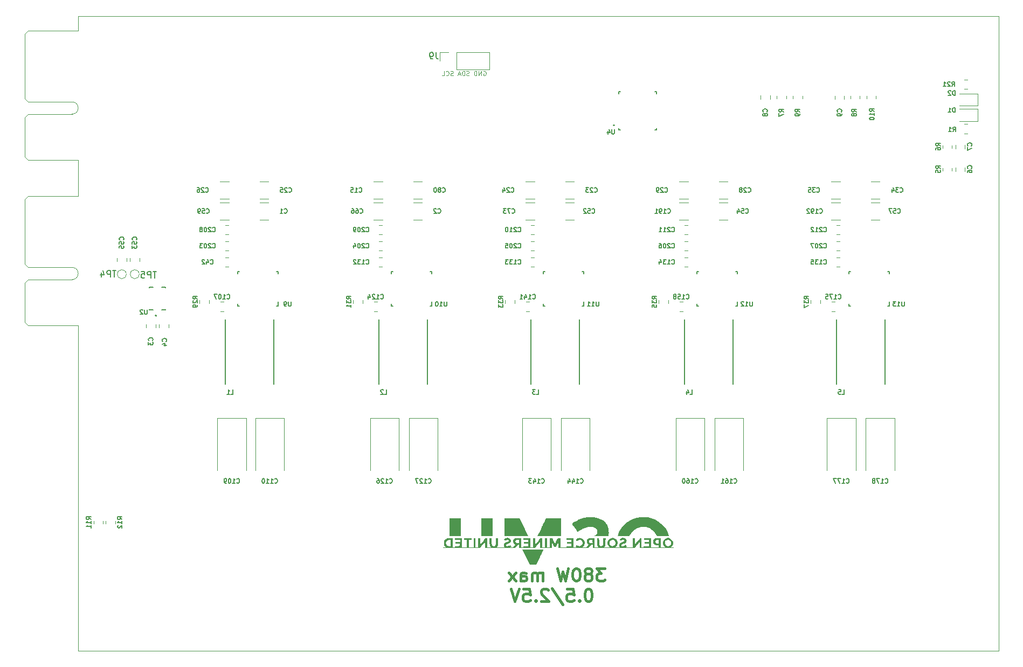
<source format=gbr>
%TF.GenerationSoftware,KiCad,Pcbnew,8.0.6*%
%TF.CreationDate,2024-11-29T00:06:03+01:00*%
%TF.ProjectId,EKO_Miner_PowerBoard-53667,454b4f5f-4d69-46e6-9572-5f506f776572,rev?*%
%TF.SameCoordinates,Original*%
%TF.FileFunction,Legend,Bot*%
%TF.FilePolarity,Positive*%
%FSLAX46Y46*%
G04 Gerber Fmt 4.6, Leading zero omitted, Abs format (unit mm)*
G04 Created by KiCad (PCBNEW 8.0.6) date 2024-11-29 00:06:03*
%MOMM*%
%LPD*%
G01*
G04 APERTURE LIST*
%ADD10C,0.400000*%
%ADD11C,0.100000*%
%ADD12C,0.150000*%
%ADD13C,0.175000*%
%ADD14C,0.120000*%
%ADD15C,0.200000*%
%ADD16C,0.127000*%
%ADD17C,0.000000*%
%TA.AperFunction,Profile*%
%ADD18C,0.100000*%
%TD*%
G04 APERTURE END LIST*
D10*
X157457714Y-112021550D02*
X156219619Y-112021550D01*
X156219619Y-112021550D02*
X156886286Y-112783454D01*
X156886286Y-112783454D02*
X156600571Y-112783454D01*
X156600571Y-112783454D02*
X156410095Y-112878692D01*
X156410095Y-112878692D02*
X156314857Y-112973931D01*
X156314857Y-112973931D02*
X156219619Y-113164407D01*
X156219619Y-113164407D02*
X156219619Y-113640597D01*
X156219619Y-113640597D02*
X156314857Y-113831073D01*
X156314857Y-113831073D02*
X156410095Y-113926312D01*
X156410095Y-113926312D02*
X156600571Y-114021550D01*
X156600571Y-114021550D02*
X157172000Y-114021550D01*
X157172000Y-114021550D02*
X157362476Y-113926312D01*
X157362476Y-113926312D02*
X157457714Y-113831073D01*
X155076762Y-112878692D02*
X155267238Y-112783454D01*
X155267238Y-112783454D02*
X155362476Y-112688216D01*
X155362476Y-112688216D02*
X155457714Y-112497740D01*
X155457714Y-112497740D02*
X155457714Y-112402502D01*
X155457714Y-112402502D02*
X155362476Y-112212026D01*
X155362476Y-112212026D02*
X155267238Y-112116788D01*
X155267238Y-112116788D02*
X155076762Y-112021550D01*
X155076762Y-112021550D02*
X154695809Y-112021550D01*
X154695809Y-112021550D02*
X154505333Y-112116788D01*
X154505333Y-112116788D02*
X154410095Y-112212026D01*
X154410095Y-112212026D02*
X154314857Y-112402502D01*
X154314857Y-112402502D02*
X154314857Y-112497740D01*
X154314857Y-112497740D02*
X154410095Y-112688216D01*
X154410095Y-112688216D02*
X154505333Y-112783454D01*
X154505333Y-112783454D02*
X154695809Y-112878692D01*
X154695809Y-112878692D02*
X155076762Y-112878692D01*
X155076762Y-112878692D02*
X155267238Y-112973931D01*
X155267238Y-112973931D02*
X155362476Y-113069169D01*
X155362476Y-113069169D02*
X155457714Y-113259645D01*
X155457714Y-113259645D02*
X155457714Y-113640597D01*
X155457714Y-113640597D02*
X155362476Y-113831073D01*
X155362476Y-113831073D02*
X155267238Y-113926312D01*
X155267238Y-113926312D02*
X155076762Y-114021550D01*
X155076762Y-114021550D02*
X154695809Y-114021550D01*
X154695809Y-114021550D02*
X154505333Y-113926312D01*
X154505333Y-113926312D02*
X154410095Y-113831073D01*
X154410095Y-113831073D02*
X154314857Y-113640597D01*
X154314857Y-113640597D02*
X154314857Y-113259645D01*
X154314857Y-113259645D02*
X154410095Y-113069169D01*
X154410095Y-113069169D02*
X154505333Y-112973931D01*
X154505333Y-112973931D02*
X154695809Y-112878692D01*
X153076762Y-112021550D02*
X152886285Y-112021550D01*
X152886285Y-112021550D02*
X152695809Y-112116788D01*
X152695809Y-112116788D02*
X152600571Y-112212026D01*
X152600571Y-112212026D02*
X152505333Y-112402502D01*
X152505333Y-112402502D02*
X152410095Y-112783454D01*
X152410095Y-112783454D02*
X152410095Y-113259645D01*
X152410095Y-113259645D02*
X152505333Y-113640597D01*
X152505333Y-113640597D02*
X152600571Y-113831073D01*
X152600571Y-113831073D02*
X152695809Y-113926312D01*
X152695809Y-113926312D02*
X152886285Y-114021550D01*
X152886285Y-114021550D02*
X153076762Y-114021550D01*
X153076762Y-114021550D02*
X153267238Y-113926312D01*
X153267238Y-113926312D02*
X153362476Y-113831073D01*
X153362476Y-113831073D02*
X153457714Y-113640597D01*
X153457714Y-113640597D02*
X153552952Y-113259645D01*
X153552952Y-113259645D02*
X153552952Y-112783454D01*
X153552952Y-112783454D02*
X153457714Y-112402502D01*
X153457714Y-112402502D02*
X153362476Y-112212026D01*
X153362476Y-112212026D02*
X153267238Y-112116788D01*
X153267238Y-112116788D02*
X153076762Y-112021550D01*
X151743428Y-112021550D02*
X151267238Y-114021550D01*
X151267238Y-114021550D02*
X150886285Y-112592978D01*
X150886285Y-112592978D02*
X150505333Y-114021550D01*
X150505333Y-114021550D02*
X150029143Y-112021550D01*
X147743428Y-114021550D02*
X147743428Y-112688216D01*
X147743428Y-112878692D02*
X147648190Y-112783454D01*
X147648190Y-112783454D02*
X147457714Y-112688216D01*
X147457714Y-112688216D02*
X147171999Y-112688216D01*
X147171999Y-112688216D02*
X146981523Y-112783454D01*
X146981523Y-112783454D02*
X146886285Y-112973931D01*
X146886285Y-112973931D02*
X146886285Y-114021550D01*
X146886285Y-112973931D02*
X146791047Y-112783454D01*
X146791047Y-112783454D02*
X146600571Y-112688216D01*
X146600571Y-112688216D02*
X146314857Y-112688216D01*
X146314857Y-112688216D02*
X146124380Y-112783454D01*
X146124380Y-112783454D02*
X146029142Y-112973931D01*
X146029142Y-112973931D02*
X146029142Y-114021550D01*
X144219618Y-114021550D02*
X144219618Y-112973931D01*
X144219618Y-112973931D02*
X144314856Y-112783454D01*
X144314856Y-112783454D02*
X144505332Y-112688216D01*
X144505332Y-112688216D02*
X144886285Y-112688216D01*
X144886285Y-112688216D02*
X145076761Y-112783454D01*
X144219618Y-113926312D02*
X144410094Y-114021550D01*
X144410094Y-114021550D02*
X144886285Y-114021550D01*
X144886285Y-114021550D02*
X145076761Y-113926312D01*
X145076761Y-113926312D02*
X145171999Y-113735835D01*
X145171999Y-113735835D02*
X145171999Y-113545359D01*
X145171999Y-113545359D02*
X145076761Y-113354883D01*
X145076761Y-113354883D02*
X144886285Y-113259645D01*
X144886285Y-113259645D02*
X144410094Y-113259645D01*
X144410094Y-113259645D02*
X144219618Y-113164407D01*
X143457713Y-114021550D02*
X142410094Y-112688216D01*
X143457713Y-112688216D02*
X142410094Y-114021550D01*
X154981524Y-115241438D02*
X154791047Y-115241438D01*
X154791047Y-115241438D02*
X154600571Y-115336676D01*
X154600571Y-115336676D02*
X154505333Y-115431914D01*
X154505333Y-115431914D02*
X154410095Y-115622390D01*
X154410095Y-115622390D02*
X154314857Y-116003342D01*
X154314857Y-116003342D02*
X154314857Y-116479533D01*
X154314857Y-116479533D02*
X154410095Y-116860485D01*
X154410095Y-116860485D02*
X154505333Y-117050961D01*
X154505333Y-117050961D02*
X154600571Y-117146200D01*
X154600571Y-117146200D02*
X154791047Y-117241438D01*
X154791047Y-117241438D02*
X154981524Y-117241438D01*
X154981524Y-117241438D02*
X155172000Y-117146200D01*
X155172000Y-117146200D02*
X155267238Y-117050961D01*
X155267238Y-117050961D02*
X155362476Y-116860485D01*
X155362476Y-116860485D02*
X155457714Y-116479533D01*
X155457714Y-116479533D02*
X155457714Y-116003342D01*
X155457714Y-116003342D02*
X155362476Y-115622390D01*
X155362476Y-115622390D02*
X155267238Y-115431914D01*
X155267238Y-115431914D02*
X155172000Y-115336676D01*
X155172000Y-115336676D02*
X154981524Y-115241438D01*
X153457714Y-117050961D02*
X153362476Y-117146200D01*
X153362476Y-117146200D02*
X153457714Y-117241438D01*
X153457714Y-117241438D02*
X153552952Y-117146200D01*
X153552952Y-117146200D02*
X153457714Y-117050961D01*
X153457714Y-117050961D02*
X153457714Y-117241438D01*
X151552952Y-115241438D02*
X152505333Y-115241438D01*
X152505333Y-115241438D02*
X152600571Y-116193819D01*
X152600571Y-116193819D02*
X152505333Y-116098580D01*
X152505333Y-116098580D02*
X152314857Y-116003342D01*
X152314857Y-116003342D02*
X151838666Y-116003342D01*
X151838666Y-116003342D02*
X151648190Y-116098580D01*
X151648190Y-116098580D02*
X151552952Y-116193819D01*
X151552952Y-116193819D02*
X151457714Y-116384295D01*
X151457714Y-116384295D02*
X151457714Y-116860485D01*
X151457714Y-116860485D02*
X151552952Y-117050961D01*
X151552952Y-117050961D02*
X151648190Y-117146200D01*
X151648190Y-117146200D02*
X151838666Y-117241438D01*
X151838666Y-117241438D02*
X152314857Y-117241438D01*
X152314857Y-117241438D02*
X152505333Y-117146200D01*
X152505333Y-117146200D02*
X152600571Y-117050961D01*
X149172000Y-115146200D02*
X150886285Y-117717628D01*
X148600571Y-115431914D02*
X148505333Y-115336676D01*
X148505333Y-115336676D02*
X148314857Y-115241438D01*
X148314857Y-115241438D02*
X147838666Y-115241438D01*
X147838666Y-115241438D02*
X147648190Y-115336676D01*
X147648190Y-115336676D02*
X147552952Y-115431914D01*
X147552952Y-115431914D02*
X147457714Y-115622390D01*
X147457714Y-115622390D02*
X147457714Y-115812866D01*
X147457714Y-115812866D02*
X147552952Y-116098580D01*
X147552952Y-116098580D02*
X148695809Y-117241438D01*
X148695809Y-117241438D02*
X147457714Y-117241438D01*
X146600571Y-117050961D02*
X146505333Y-117146200D01*
X146505333Y-117146200D02*
X146600571Y-117241438D01*
X146600571Y-117241438D02*
X146695809Y-117146200D01*
X146695809Y-117146200D02*
X146600571Y-117050961D01*
X146600571Y-117050961D02*
X146600571Y-117241438D01*
X144695809Y-115241438D02*
X145648190Y-115241438D01*
X145648190Y-115241438D02*
X145743428Y-116193819D01*
X145743428Y-116193819D02*
X145648190Y-116098580D01*
X145648190Y-116098580D02*
X145457714Y-116003342D01*
X145457714Y-116003342D02*
X144981523Y-116003342D01*
X144981523Y-116003342D02*
X144791047Y-116098580D01*
X144791047Y-116098580D02*
X144695809Y-116193819D01*
X144695809Y-116193819D02*
X144600571Y-116384295D01*
X144600571Y-116384295D02*
X144600571Y-116860485D01*
X144600571Y-116860485D02*
X144695809Y-117050961D01*
X144695809Y-117050961D02*
X144791047Y-117146200D01*
X144791047Y-117146200D02*
X144981523Y-117241438D01*
X144981523Y-117241438D02*
X145457714Y-117241438D01*
X145457714Y-117241438D02*
X145648190Y-117146200D01*
X145648190Y-117146200D02*
X145743428Y-117050961D01*
X144029142Y-115241438D02*
X143362476Y-117241438D01*
X143362476Y-117241438D02*
X142695809Y-115241438D01*
D11*
X138412877Y-33945466D02*
X138479544Y-33912133D01*
X138479544Y-33912133D02*
X138579544Y-33912133D01*
X138579544Y-33912133D02*
X138679544Y-33945466D01*
X138679544Y-33945466D02*
X138746211Y-34012133D01*
X138746211Y-34012133D02*
X138779544Y-34078800D01*
X138779544Y-34078800D02*
X138812877Y-34212133D01*
X138812877Y-34212133D02*
X138812877Y-34312133D01*
X138812877Y-34312133D02*
X138779544Y-34445466D01*
X138779544Y-34445466D02*
X138746211Y-34512133D01*
X138746211Y-34512133D02*
X138679544Y-34578800D01*
X138679544Y-34578800D02*
X138579544Y-34612133D01*
X138579544Y-34612133D02*
X138512877Y-34612133D01*
X138512877Y-34612133D02*
X138412877Y-34578800D01*
X138412877Y-34578800D02*
X138379544Y-34545466D01*
X138379544Y-34545466D02*
X138379544Y-34312133D01*
X138379544Y-34312133D02*
X138512877Y-34312133D01*
X138079544Y-34612133D02*
X138079544Y-33912133D01*
X138079544Y-33912133D02*
X137679544Y-34612133D01*
X137679544Y-34612133D02*
X137679544Y-33912133D01*
X137346211Y-34612133D02*
X137346211Y-33912133D01*
X137346211Y-33912133D02*
X137179544Y-33912133D01*
X137179544Y-33912133D02*
X137079544Y-33945466D01*
X137079544Y-33945466D02*
X137012878Y-34012133D01*
X137012878Y-34012133D02*
X136979544Y-34078800D01*
X136979544Y-34078800D02*
X136946211Y-34212133D01*
X136946211Y-34212133D02*
X136946211Y-34312133D01*
X136946211Y-34312133D02*
X136979544Y-34445466D01*
X136979544Y-34445466D02*
X137012878Y-34512133D01*
X137012878Y-34512133D02*
X137079544Y-34578800D01*
X137079544Y-34578800D02*
X137179544Y-34612133D01*
X137179544Y-34612133D02*
X137346211Y-34612133D01*
X136146211Y-34578800D02*
X136046211Y-34612133D01*
X136046211Y-34612133D02*
X135879545Y-34612133D01*
X135879545Y-34612133D02*
X135812878Y-34578800D01*
X135812878Y-34578800D02*
X135779545Y-34545466D01*
X135779545Y-34545466D02*
X135746211Y-34478800D01*
X135746211Y-34478800D02*
X135746211Y-34412133D01*
X135746211Y-34412133D02*
X135779545Y-34345466D01*
X135779545Y-34345466D02*
X135812878Y-34312133D01*
X135812878Y-34312133D02*
X135879545Y-34278800D01*
X135879545Y-34278800D02*
X136012878Y-34245466D01*
X136012878Y-34245466D02*
X136079545Y-34212133D01*
X136079545Y-34212133D02*
X136112878Y-34178800D01*
X136112878Y-34178800D02*
X136146211Y-34112133D01*
X136146211Y-34112133D02*
X136146211Y-34045466D01*
X136146211Y-34045466D02*
X136112878Y-33978800D01*
X136112878Y-33978800D02*
X136079545Y-33945466D01*
X136079545Y-33945466D02*
X136012878Y-33912133D01*
X136012878Y-33912133D02*
X135846211Y-33912133D01*
X135846211Y-33912133D02*
X135746211Y-33945466D01*
X135446211Y-34612133D02*
X135446211Y-33912133D01*
X135446211Y-33912133D02*
X135279544Y-33912133D01*
X135279544Y-33912133D02*
X135179544Y-33945466D01*
X135179544Y-33945466D02*
X135112878Y-34012133D01*
X135112878Y-34012133D02*
X135079544Y-34078800D01*
X135079544Y-34078800D02*
X135046211Y-34212133D01*
X135046211Y-34212133D02*
X135046211Y-34312133D01*
X135046211Y-34312133D02*
X135079544Y-34445466D01*
X135079544Y-34445466D02*
X135112878Y-34512133D01*
X135112878Y-34512133D02*
X135179544Y-34578800D01*
X135179544Y-34578800D02*
X135279544Y-34612133D01*
X135279544Y-34612133D02*
X135446211Y-34612133D01*
X134779544Y-34412133D02*
X134446211Y-34412133D01*
X134846211Y-34612133D02*
X134612878Y-33912133D01*
X134612878Y-33912133D02*
X134379544Y-34612133D01*
X133646211Y-34578800D02*
X133546211Y-34612133D01*
X133546211Y-34612133D02*
X133379545Y-34612133D01*
X133379545Y-34612133D02*
X133312878Y-34578800D01*
X133312878Y-34578800D02*
X133279545Y-34545466D01*
X133279545Y-34545466D02*
X133246211Y-34478800D01*
X133246211Y-34478800D02*
X133246211Y-34412133D01*
X133246211Y-34412133D02*
X133279545Y-34345466D01*
X133279545Y-34345466D02*
X133312878Y-34312133D01*
X133312878Y-34312133D02*
X133379545Y-34278800D01*
X133379545Y-34278800D02*
X133512878Y-34245466D01*
X133512878Y-34245466D02*
X133579545Y-34212133D01*
X133579545Y-34212133D02*
X133612878Y-34178800D01*
X133612878Y-34178800D02*
X133646211Y-34112133D01*
X133646211Y-34112133D02*
X133646211Y-34045466D01*
X133646211Y-34045466D02*
X133612878Y-33978800D01*
X133612878Y-33978800D02*
X133579545Y-33945466D01*
X133579545Y-33945466D02*
X133512878Y-33912133D01*
X133512878Y-33912133D02*
X133346211Y-33912133D01*
X133346211Y-33912133D02*
X133246211Y-33945466D01*
X132546211Y-34545466D02*
X132579544Y-34578800D01*
X132579544Y-34578800D02*
X132679544Y-34612133D01*
X132679544Y-34612133D02*
X132746211Y-34612133D01*
X132746211Y-34612133D02*
X132846211Y-34578800D01*
X132846211Y-34578800D02*
X132912878Y-34512133D01*
X132912878Y-34512133D02*
X132946211Y-34445466D01*
X132946211Y-34445466D02*
X132979544Y-34312133D01*
X132979544Y-34312133D02*
X132979544Y-34212133D01*
X132979544Y-34212133D02*
X132946211Y-34078800D01*
X132946211Y-34078800D02*
X132912878Y-34012133D01*
X132912878Y-34012133D02*
X132846211Y-33945466D01*
X132846211Y-33945466D02*
X132746211Y-33912133D01*
X132746211Y-33912133D02*
X132679544Y-33912133D01*
X132679544Y-33912133D02*
X132579544Y-33945466D01*
X132579544Y-33945466D02*
X132546211Y-33978800D01*
X131912878Y-34612133D02*
X132246211Y-34612133D01*
X132246211Y-34612133D02*
X132246211Y-33912133D01*
D12*
X179975000Y-52859365D02*
X180008333Y-52892699D01*
X180008333Y-52892699D02*
X180108333Y-52926032D01*
X180108333Y-52926032D02*
X180175000Y-52926032D01*
X180175000Y-52926032D02*
X180275000Y-52892699D01*
X180275000Y-52892699D02*
X180341667Y-52826032D01*
X180341667Y-52826032D02*
X180375000Y-52759365D01*
X180375000Y-52759365D02*
X180408333Y-52626032D01*
X180408333Y-52626032D02*
X180408333Y-52526032D01*
X180408333Y-52526032D02*
X180375000Y-52392699D01*
X180375000Y-52392699D02*
X180341667Y-52326032D01*
X180341667Y-52326032D02*
X180275000Y-52259365D01*
X180275000Y-52259365D02*
X180175000Y-52226032D01*
X180175000Y-52226032D02*
X180108333Y-52226032D01*
X180108333Y-52226032D02*
X180008333Y-52259365D01*
X180008333Y-52259365D02*
X179975000Y-52292699D01*
X179708333Y-52292699D02*
X179675000Y-52259365D01*
X179675000Y-52259365D02*
X179608333Y-52226032D01*
X179608333Y-52226032D02*
X179441667Y-52226032D01*
X179441667Y-52226032D02*
X179375000Y-52259365D01*
X179375000Y-52259365D02*
X179341667Y-52292699D01*
X179341667Y-52292699D02*
X179308333Y-52359365D01*
X179308333Y-52359365D02*
X179308333Y-52426032D01*
X179308333Y-52426032D02*
X179341667Y-52526032D01*
X179341667Y-52526032D02*
X179741667Y-52926032D01*
X179741667Y-52926032D02*
X179308333Y-52926032D01*
X178908333Y-52526032D02*
X178975000Y-52492699D01*
X178975000Y-52492699D02*
X179008333Y-52459365D01*
X179008333Y-52459365D02*
X179041666Y-52392699D01*
X179041666Y-52392699D02*
X179041666Y-52359365D01*
X179041666Y-52359365D02*
X179008333Y-52292699D01*
X179008333Y-52292699D02*
X178975000Y-52259365D01*
X178975000Y-52259365D02*
X178908333Y-52226032D01*
X178908333Y-52226032D02*
X178775000Y-52226032D01*
X178775000Y-52226032D02*
X178708333Y-52259365D01*
X178708333Y-52259365D02*
X178675000Y-52292699D01*
X178675000Y-52292699D02*
X178641666Y-52359365D01*
X178641666Y-52359365D02*
X178641666Y-52392699D01*
X178641666Y-52392699D02*
X178675000Y-52459365D01*
X178675000Y-52459365D02*
X178708333Y-52492699D01*
X178708333Y-52492699D02*
X178775000Y-52526032D01*
X178775000Y-52526032D02*
X178908333Y-52526032D01*
X178908333Y-52526032D02*
X178975000Y-52559365D01*
X178975000Y-52559365D02*
X179008333Y-52592699D01*
X179008333Y-52592699D02*
X179041666Y-52659365D01*
X179041666Y-52659365D02*
X179041666Y-52792699D01*
X179041666Y-52792699D02*
X179008333Y-52859365D01*
X179008333Y-52859365D02*
X178975000Y-52892699D01*
X178975000Y-52892699D02*
X178908333Y-52926032D01*
X178908333Y-52926032D02*
X178775000Y-52926032D01*
X178775000Y-52926032D02*
X178708333Y-52892699D01*
X178708333Y-52892699D02*
X178675000Y-52859365D01*
X178675000Y-52859365D02*
X178641666Y-52792699D01*
X178641666Y-52792699D02*
X178641666Y-52659365D01*
X178641666Y-52659365D02*
X178675000Y-52592699D01*
X178675000Y-52592699D02*
X178708333Y-52559365D01*
X178708333Y-52559365D02*
X178775000Y-52526032D01*
X80710904Y-65272819D02*
X80139476Y-65272819D01*
X80425190Y-66272819D02*
X80425190Y-65272819D01*
X79806142Y-66272819D02*
X79806142Y-65272819D01*
X79806142Y-65272819D02*
X79425190Y-65272819D01*
X79425190Y-65272819D02*
X79329952Y-65320438D01*
X79329952Y-65320438D02*
X79282333Y-65368057D01*
X79282333Y-65368057D02*
X79234714Y-65463295D01*
X79234714Y-65463295D02*
X79234714Y-65606152D01*
X79234714Y-65606152D02*
X79282333Y-65701390D01*
X79282333Y-65701390D02*
X79329952Y-65749009D01*
X79329952Y-65749009D02*
X79425190Y-65796628D01*
X79425190Y-65796628D02*
X79806142Y-65796628D01*
X78377571Y-65606152D02*
X78377571Y-66272819D01*
X78615666Y-65225200D02*
X78853761Y-65939485D01*
X78853761Y-65939485D02*
X78234714Y-65939485D01*
X212153666Y-43401033D02*
X212386999Y-43067700D01*
X212553666Y-43401033D02*
X212553666Y-42701033D01*
X212553666Y-42701033D02*
X212286999Y-42701033D01*
X212286999Y-42701033D02*
X212220333Y-42734366D01*
X212220333Y-42734366D02*
X212186999Y-42767700D01*
X212186999Y-42767700D02*
X212153666Y-42834366D01*
X212153666Y-42834366D02*
X212153666Y-42934366D01*
X212153666Y-42934366D02*
X212186999Y-43001033D01*
X212186999Y-43001033D02*
X212220333Y-43034366D01*
X212220333Y-43034366D02*
X212286999Y-43067700D01*
X212286999Y-43067700D02*
X212553666Y-43067700D01*
X211486999Y-43401033D02*
X211886999Y-43401033D01*
X211686999Y-43401033D02*
X211686999Y-42701033D01*
X211686999Y-42701033D02*
X211753666Y-42801033D01*
X211753666Y-42801033D02*
X211820333Y-42867700D01*
X211820333Y-42867700D02*
X211886999Y-42901033D01*
X93481033Y-69685999D02*
X93147700Y-69452666D01*
X93481033Y-69285999D02*
X92781033Y-69285999D01*
X92781033Y-69285999D02*
X92781033Y-69552666D01*
X92781033Y-69552666D02*
X92814366Y-69619333D01*
X92814366Y-69619333D02*
X92847700Y-69652666D01*
X92847700Y-69652666D02*
X92914366Y-69685999D01*
X92914366Y-69685999D02*
X93014366Y-69685999D01*
X93014366Y-69685999D02*
X93081033Y-69652666D01*
X93081033Y-69652666D02*
X93114366Y-69619333D01*
X93114366Y-69619333D02*
X93147700Y-69552666D01*
X93147700Y-69552666D02*
X93147700Y-69285999D01*
X92847700Y-69952666D02*
X92814366Y-69985999D01*
X92814366Y-69985999D02*
X92781033Y-70052666D01*
X92781033Y-70052666D02*
X92781033Y-70219333D01*
X92781033Y-70219333D02*
X92814366Y-70285999D01*
X92814366Y-70285999D02*
X92847700Y-70319333D01*
X92847700Y-70319333D02*
X92914366Y-70352666D01*
X92914366Y-70352666D02*
X92981033Y-70352666D01*
X92981033Y-70352666D02*
X93081033Y-70319333D01*
X93081033Y-70319333D02*
X93481033Y-69919333D01*
X93481033Y-69919333D02*
X93481033Y-70352666D01*
X93481033Y-70686000D02*
X93481033Y-70819333D01*
X93481033Y-70819333D02*
X93447700Y-70886000D01*
X93447700Y-70886000D02*
X93414366Y-70919333D01*
X93414366Y-70919333D02*
X93314366Y-70986000D01*
X93314366Y-70986000D02*
X93181033Y-71019333D01*
X93181033Y-71019333D02*
X92914366Y-71019333D01*
X92914366Y-71019333D02*
X92847700Y-70986000D01*
X92847700Y-70986000D02*
X92814366Y-70952666D01*
X92814366Y-70952666D02*
X92781033Y-70886000D01*
X92781033Y-70886000D02*
X92781033Y-70752666D01*
X92781033Y-70752666D02*
X92814366Y-70686000D01*
X92814366Y-70686000D02*
X92847700Y-70652666D01*
X92847700Y-70652666D02*
X92914366Y-70619333D01*
X92914366Y-70619333D02*
X93081033Y-70619333D01*
X93081033Y-70619333D02*
X93147700Y-70652666D01*
X93147700Y-70652666D02*
X93181033Y-70686000D01*
X93181033Y-70686000D02*
X93214366Y-70752666D01*
X93214366Y-70752666D02*
X93214366Y-70886000D01*
X93214366Y-70886000D02*
X93181033Y-70952666D01*
X93181033Y-70952666D02*
X93147700Y-70986000D01*
X93147700Y-70986000D02*
X93081033Y-71019333D01*
X81646033Y-104356999D02*
X81312700Y-104123666D01*
X81646033Y-103956999D02*
X80946033Y-103956999D01*
X80946033Y-103956999D02*
X80946033Y-104223666D01*
X80946033Y-104223666D02*
X80979366Y-104290333D01*
X80979366Y-104290333D02*
X81012700Y-104323666D01*
X81012700Y-104323666D02*
X81079366Y-104356999D01*
X81079366Y-104356999D02*
X81179366Y-104356999D01*
X81179366Y-104356999D02*
X81246033Y-104323666D01*
X81246033Y-104323666D02*
X81279366Y-104290333D01*
X81279366Y-104290333D02*
X81312700Y-104223666D01*
X81312700Y-104223666D02*
X81312700Y-103956999D01*
X81646033Y-105023666D02*
X81646033Y-104623666D01*
X81646033Y-104823666D02*
X80946033Y-104823666D01*
X80946033Y-104823666D02*
X81046033Y-104756999D01*
X81046033Y-104756999D02*
X81112700Y-104690333D01*
X81112700Y-104690333D02*
X81146033Y-104623666D01*
X81012700Y-105290333D02*
X80979366Y-105323666D01*
X80979366Y-105323666D02*
X80946033Y-105390333D01*
X80946033Y-105390333D02*
X80946033Y-105557000D01*
X80946033Y-105557000D02*
X80979366Y-105623666D01*
X80979366Y-105623666D02*
X81012700Y-105657000D01*
X81012700Y-105657000D02*
X81079366Y-105690333D01*
X81079366Y-105690333D02*
X81146033Y-105690333D01*
X81146033Y-105690333D02*
X81246033Y-105657000D01*
X81246033Y-105657000D02*
X81646033Y-105257000D01*
X81646033Y-105257000D02*
X81646033Y-105690333D01*
X191865333Y-64162365D02*
X191898666Y-64195699D01*
X191898666Y-64195699D02*
X191998666Y-64229032D01*
X191998666Y-64229032D02*
X192065333Y-64229032D01*
X192065333Y-64229032D02*
X192165333Y-64195699D01*
X192165333Y-64195699D02*
X192232000Y-64129032D01*
X192232000Y-64129032D02*
X192265333Y-64062365D01*
X192265333Y-64062365D02*
X192298666Y-63929032D01*
X192298666Y-63929032D02*
X192298666Y-63829032D01*
X192298666Y-63829032D02*
X192265333Y-63695699D01*
X192265333Y-63695699D02*
X192232000Y-63629032D01*
X192232000Y-63629032D02*
X192165333Y-63562365D01*
X192165333Y-63562365D02*
X192065333Y-63529032D01*
X192065333Y-63529032D02*
X191998666Y-63529032D01*
X191998666Y-63529032D02*
X191898666Y-63562365D01*
X191898666Y-63562365D02*
X191865333Y-63595699D01*
X191198666Y-64229032D02*
X191598666Y-64229032D01*
X191398666Y-64229032D02*
X191398666Y-63529032D01*
X191398666Y-63529032D02*
X191465333Y-63629032D01*
X191465333Y-63629032D02*
X191532000Y-63695699D01*
X191532000Y-63695699D02*
X191598666Y-63729032D01*
X190965333Y-63529032D02*
X190531999Y-63529032D01*
X190531999Y-63529032D02*
X190765333Y-63795699D01*
X190765333Y-63795699D02*
X190665333Y-63795699D01*
X190665333Y-63795699D02*
X190598666Y-63829032D01*
X190598666Y-63829032D02*
X190565333Y-63862365D01*
X190565333Y-63862365D02*
X190531999Y-63929032D01*
X190531999Y-63929032D02*
X190531999Y-64095699D01*
X190531999Y-64095699D02*
X190565333Y-64162365D01*
X190565333Y-64162365D02*
X190598666Y-64195699D01*
X190598666Y-64195699D02*
X190665333Y-64229032D01*
X190665333Y-64229032D02*
X190865333Y-64229032D01*
X190865333Y-64229032D02*
X190931999Y-64195699D01*
X190931999Y-64195699D02*
X190965333Y-64162365D01*
X189898666Y-63529032D02*
X190231999Y-63529032D01*
X190231999Y-63529032D02*
X190265332Y-63862365D01*
X190265332Y-63862365D02*
X190231999Y-63829032D01*
X190231999Y-63829032D02*
X190165332Y-63795699D01*
X190165332Y-63795699D02*
X189998666Y-63795699D01*
X189998666Y-63795699D02*
X189931999Y-63829032D01*
X189931999Y-63829032D02*
X189898666Y-63862365D01*
X189898666Y-63862365D02*
X189865332Y-63929032D01*
X189865332Y-63929032D02*
X189865332Y-64095699D01*
X189865332Y-64095699D02*
X189898666Y-64162365D01*
X189898666Y-64162365D02*
X189931999Y-64195699D01*
X189931999Y-64195699D02*
X189998666Y-64229032D01*
X189998666Y-64229032D02*
X190165332Y-64229032D01*
X190165332Y-64229032D02*
X190231999Y-64195699D01*
X190231999Y-64195699D02*
X190265332Y-64162365D01*
X98139333Y-69623366D02*
X98172666Y-69656700D01*
X98172666Y-69656700D02*
X98272666Y-69690033D01*
X98272666Y-69690033D02*
X98339333Y-69690033D01*
X98339333Y-69690033D02*
X98439333Y-69656700D01*
X98439333Y-69656700D02*
X98506000Y-69590033D01*
X98506000Y-69590033D02*
X98539333Y-69523366D01*
X98539333Y-69523366D02*
X98572666Y-69390033D01*
X98572666Y-69390033D02*
X98572666Y-69290033D01*
X98572666Y-69290033D02*
X98539333Y-69156700D01*
X98539333Y-69156700D02*
X98506000Y-69090033D01*
X98506000Y-69090033D02*
X98439333Y-69023366D01*
X98439333Y-69023366D02*
X98339333Y-68990033D01*
X98339333Y-68990033D02*
X98272666Y-68990033D01*
X98272666Y-68990033D02*
X98172666Y-69023366D01*
X98172666Y-69023366D02*
X98139333Y-69056700D01*
X97472666Y-69690033D02*
X97872666Y-69690033D01*
X97672666Y-69690033D02*
X97672666Y-68990033D01*
X97672666Y-68990033D02*
X97739333Y-69090033D01*
X97739333Y-69090033D02*
X97806000Y-69156700D01*
X97806000Y-69156700D02*
X97872666Y-69190033D01*
X97039333Y-68990033D02*
X96972666Y-68990033D01*
X96972666Y-68990033D02*
X96905999Y-69023366D01*
X96905999Y-69023366D02*
X96872666Y-69056700D01*
X96872666Y-69056700D02*
X96839333Y-69123366D01*
X96839333Y-69123366D02*
X96805999Y-69256700D01*
X96805999Y-69256700D02*
X96805999Y-69423366D01*
X96805999Y-69423366D02*
X96839333Y-69556700D01*
X96839333Y-69556700D02*
X96872666Y-69623366D01*
X96872666Y-69623366D02*
X96905999Y-69656700D01*
X96905999Y-69656700D02*
X96972666Y-69690033D01*
X96972666Y-69690033D02*
X97039333Y-69690033D01*
X97039333Y-69690033D02*
X97105999Y-69656700D01*
X97105999Y-69656700D02*
X97139333Y-69623366D01*
X97139333Y-69623366D02*
X97172666Y-69556700D01*
X97172666Y-69556700D02*
X97205999Y-69423366D01*
X97205999Y-69423366D02*
X97205999Y-69256700D01*
X97205999Y-69256700D02*
X97172666Y-69123366D01*
X97172666Y-69123366D02*
X97139333Y-69056700D01*
X97139333Y-69056700D02*
X97105999Y-69023366D01*
X97105999Y-69023366D02*
X97039333Y-68990033D01*
X96572666Y-68990033D02*
X96105999Y-68990033D01*
X96105999Y-68990033D02*
X96405999Y-69690033D01*
X94885000Y-56161366D02*
X94918333Y-56194700D01*
X94918333Y-56194700D02*
X95018333Y-56228033D01*
X95018333Y-56228033D02*
X95085000Y-56228033D01*
X95085000Y-56228033D02*
X95185000Y-56194700D01*
X95185000Y-56194700D02*
X95251667Y-56128033D01*
X95251667Y-56128033D02*
X95285000Y-56061366D01*
X95285000Y-56061366D02*
X95318333Y-55928033D01*
X95318333Y-55928033D02*
X95318333Y-55828033D01*
X95318333Y-55828033D02*
X95285000Y-55694700D01*
X95285000Y-55694700D02*
X95251667Y-55628033D01*
X95251667Y-55628033D02*
X95185000Y-55561366D01*
X95185000Y-55561366D02*
X95085000Y-55528033D01*
X95085000Y-55528033D02*
X95018333Y-55528033D01*
X95018333Y-55528033D02*
X94918333Y-55561366D01*
X94918333Y-55561366D02*
X94885000Y-55594700D01*
X94251667Y-55528033D02*
X94585000Y-55528033D01*
X94585000Y-55528033D02*
X94618333Y-55861366D01*
X94618333Y-55861366D02*
X94585000Y-55828033D01*
X94585000Y-55828033D02*
X94518333Y-55794700D01*
X94518333Y-55794700D02*
X94351667Y-55794700D01*
X94351667Y-55794700D02*
X94285000Y-55828033D01*
X94285000Y-55828033D02*
X94251667Y-55861366D01*
X94251667Y-55861366D02*
X94218333Y-55928033D01*
X94218333Y-55928033D02*
X94218333Y-56094700D01*
X94218333Y-56094700D02*
X94251667Y-56161366D01*
X94251667Y-56161366D02*
X94285000Y-56194700D01*
X94285000Y-56194700D02*
X94351667Y-56228033D01*
X94351667Y-56228033D02*
X94518333Y-56228033D01*
X94518333Y-56228033D02*
X94585000Y-56194700D01*
X94585000Y-56194700D02*
X94618333Y-56161366D01*
X93885000Y-56228033D02*
X93751666Y-56228033D01*
X93751666Y-56228033D02*
X93685000Y-56194700D01*
X93685000Y-56194700D02*
X93651666Y-56161366D01*
X93651666Y-56161366D02*
X93585000Y-56061366D01*
X93585000Y-56061366D02*
X93551666Y-55928033D01*
X93551666Y-55928033D02*
X93551666Y-55661366D01*
X93551666Y-55661366D02*
X93585000Y-55594700D01*
X93585000Y-55594700D02*
X93618333Y-55561366D01*
X93618333Y-55561366D02*
X93685000Y-55528033D01*
X93685000Y-55528033D02*
X93818333Y-55528033D01*
X93818333Y-55528033D02*
X93885000Y-55561366D01*
X93885000Y-55561366D02*
X93918333Y-55594700D01*
X93918333Y-55594700D02*
X93951666Y-55661366D01*
X93951666Y-55661366D02*
X93951666Y-55828033D01*
X93951666Y-55828033D02*
X93918333Y-55894700D01*
X93918333Y-55894700D02*
X93885000Y-55928033D01*
X93885000Y-55928033D02*
X93818333Y-55961366D01*
X93818333Y-55961366D02*
X93685000Y-55961366D01*
X93685000Y-55961366D02*
X93618333Y-55928033D01*
X93618333Y-55928033D02*
X93585000Y-55894700D01*
X93585000Y-55894700D02*
X93551666Y-55828033D01*
X129762333Y-98579366D02*
X129795666Y-98612700D01*
X129795666Y-98612700D02*
X129895666Y-98646033D01*
X129895666Y-98646033D02*
X129962333Y-98646033D01*
X129962333Y-98646033D02*
X130062333Y-98612700D01*
X130062333Y-98612700D02*
X130129000Y-98546033D01*
X130129000Y-98546033D02*
X130162333Y-98479366D01*
X130162333Y-98479366D02*
X130195666Y-98346033D01*
X130195666Y-98346033D02*
X130195666Y-98246033D01*
X130195666Y-98246033D02*
X130162333Y-98112700D01*
X130162333Y-98112700D02*
X130129000Y-98046033D01*
X130129000Y-98046033D02*
X130062333Y-97979366D01*
X130062333Y-97979366D02*
X129962333Y-97946033D01*
X129962333Y-97946033D02*
X129895666Y-97946033D01*
X129895666Y-97946033D02*
X129795666Y-97979366D01*
X129795666Y-97979366D02*
X129762333Y-98012700D01*
X129095666Y-98646033D02*
X129495666Y-98646033D01*
X129295666Y-98646033D02*
X129295666Y-97946033D01*
X129295666Y-97946033D02*
X129362333Y-98046033D01*
X129362333Y-98046033D02*
X129429000Y-98112700D01*
X129429000Y-98112700D02*
X129495666Y-98146033D01*
X128828999Y-98012700D02*
X128795666Y-97979366D01*
X128795666Y-97979366D02*
X128728999Y-97946033D01*
X128728999Y-97946033D02*
X128562333Y-97946033D01*
X128562333Y-97946033D02*
X128495666Y-97979366D01*
X128495666Y-97979366D02*
X128462333Y-98012700D01*
X128462333Y-98012700D02*
X128428999Y-98079366D01*
X128428999Y-98079366D02*
X128428999Y-98146033D01*
X128428999Y-98146033D02*
X128462333Y-98246033D01*
X128462333Y-98246033D02*
X128862333Y-98646033D01*
X128862333Y-98646033D02*
X128428999Y-98646033D01*
X128195666Y-97946033D02*
X127728999Y-97946033D01*
X127728999Y-97946033D02*
X128028999Y-98646033D01*
X170275333Y-69623365D02*
X170308666Y-69656699D01*
X170308666Y-69656699D02*
X170408666Y-69690032D01*
X170408666Y-69690032D02*
X170475333Y-69690032D01*
X170475333Y-69690032D02*
X170575333Y-69656699D01*
X170575333Y-69656699D02*
X170642000Y-69590032D01*
X170642000Y-69590032D02*
X170675333Y-69523365D01*
X170675333Y-69523365D02*
X170708666Y-69390032D01*
X170708666Y-69390032D02*
X170708666Y-69290032D01*
X170708666Y-69290032D02*
X170675333Y-69156699D01*
X170675333Y-69156699D02*
X170642000Y-69090032D01*
X170642000Y-69090032D02*
X170575333Y-69023365D01*
X170575333Y-69023365D02*
X170475333Y-68990032D01*
X170475333Y-68990032D02*
X170408666Y-68990032D01*
X170408666Y-68990032D02*
X170308666Y-69023365D01*
X170308666Y-69023365D02*
X170275333Y-69056699D01*
X169608666Y-69690032D02*
X170008666Y-69690032D01*
X169808666Y-69690032D02*
X169808666Y-68990032D01*
X169808666Y-68990032D02*
X169875333Y-69090032D01*
X169875333Y-69090032D02*
X169942000Y-69156699D01*
X169942000Y-69156699D02*
X170008666Y-69190032D01*
X168975333Y-68990032D02*
X169308666Y-68990032D01*
X169308666Y-68990032D02*
X169341999Y-69323365D01*
X169341999Y-69323365D02*
X169308666Y-69290032D01*
X169308666Y-69290032D02*
X169241999Y-69256699D01*
X169241999Y-69256699D02*
X169075333Y-69256699D01*
X169075333Y-69256699D02*
X169008666Y-69290032D01*
X169008666Y-69290032D02*
X168975333Y-69323365D01*
X168975333Y-69323365D02*
X168941999Y-69390032D01*
X168941999Y-69390032D02*
X168941999Y-69556699D01*
X168941999Y-69556699D02*
X168975333Y-69623365D01*
X168975333Y-69623365D02*
X169008666Y-69656699D01*
X169008666Y-69656699D02*
X169075333Y-69690032D01*
X169075333Y-69690032D02*
X169241999Y-69690032D01*
X169241999Y-69690032D02*
X169308666Y-69656699D01*
X169308666Y-69656699D02*
X169341999Y-69623365D01*
X168541999Y-69290032D02*
X168608666Y-69256699D01*
X168608666Y-69256699D02*
X168641999Y-69223365D01*
X168641999Y-69223365D02*
X168675332Y-69156699D01*
X168675332Y-69156699D02*
X168675332Y-69123365D01*
X168675332Y-69123365D02*
X168641999Y-69056699D01*
X168641999Y-69056699D02*
X168608666Y-69023365D01*
X168608666Y-69023365D02*
X168541999Y-68990032D01*
X168541999Y-68990032D02*
X168408666Y-68990032D01*
X168408666Y-68990032D02*
X168341999Y-69023365D01*
X168341999Y-69023365D02*
X168308666Y-69056699D01*
X168308666Y-69056699D02*
X168275332Y-69123365D01*
X168275332Y-69123365D02*
X168275332Y-69156699D01*
X168275332Y-69156699D02*
X168308666Y-69223365D01*
X168308666Y-69223365D02*
X168341999Y-69256699D01*
X168341999Y-69256699D02*
X168408666Y-69290032D01*
X168408666Y-69290032D02*
X168541999Y-69290032D01*
X168541999Y-69290032D02*
X168608666Y-69323365D01*
X168608666Y-69323365D02*
X168641999Y-69356699D01*
X168641999Y-69356699D02*
X168675332Y-69423365D01*
X168675332Y-69423365D02*
X168675332Y-69556699D01*
X168675332Y-69556699D02*
X168641999Y-69623365D01*
X168641999Y-69623365D02*
X168608666Y-69656699D01*
X168608666Y-69656699D02*
X168541999Y-69690032D01*
X168541999Y-69690032D02*
X168408666Y-69690032D01*
X168408666Y-69690032D02*
X168341999Y-69656699D01*
X168341999Y-69656699D02*
X168308666Y-69623365D01*
X168308666Y-69623365D02*
X168275332Y-69556699D01*
X168275332Y-69556699D02*
X168275332Y-69423365D01*
X168275332Y-69423365D02*
X168308666Y-69356699D01*
X168308666Y-69356699D02*
X168341999Y-69323365D01*
X168341999Y-69323365D02*
X168408666Y-69290032D01*
X210194033Y-49191333D02*
X209860700Y-48958000D01*
X210194033Y-48791333D02*
X209494033Y-48791333D01*
X209494033Y-48791333D02*
X209494033Y-49058000D01*
X209494033Y-49058000D02*
X209527366Y-49124667D01*
X209527366Y-49124667D02*
X209560700Y-49158000D01*
X209560700Y-49158000D02*
X209627366Y-49191333D01*
X209627366Y-49191333D02*
X209727366Y-49191333D01*
X209727366Y-49191333D02*
X209794033Y-49158000D01*
X209794033Y-49158000D02*
X209827366Y-49124667D01*
X209827366Y-49124667D02*
X209860700Y-49058000D01*
X209860700Y-49058000D02*
X209860700Y-48791333D01*
X209494033Y-49824667D02*
X209494033Y-49491333D01*
X209494033Y-49491333D02*
X209827366Y-49458000D01*
X209827366Y-49458000D02*
X209794033Y-49491333D01*
X209794033Y-49491333D02*
X209760700Y-49558000D01*
X209760700Y-49558000D02*
X209760700Y-49724667D01*
X209760700Y-49724667D02*
X209794033Y-49791333D01*
X209794033Y-49791333D02*
X209827366Y-49824667D01*
X209827366Y-49824667D02*
X209894033Y-49858000D01*
X209894033Y-49858000D02*
X210060700Y-49858000D01*
X210060700Y-49858000D02*
X210127366Y-49824667D01*
X210127366Y-49824667D02*
X210160700Y-49791333D01*
X210160700Y-49791333D02*
X210194033Y-49724667D01*
X210194033Y-49724667D02*
X210194033Y-49558000D01*
X210194033Y-49558000D02*
X210160700Y-49491333D01*
X210160700Y-49491333D02*
X210127366Y-49458000D01*
X167989333Y-61622365D02*
X168022666Y-61655699D01*
X168022666Y-61655699D02*
X168122666Y-61689032D01*
X168122666Y-61689032D02*
X168189333Y-61689032D01*
X168189333Y-61689032D02*
X168289333Y-61655699D01*
X168289333Y-61655699D02*
X168356000Y-61589032D01*
X168356000Y-61589032D02*
X168389333Y-61522365D01*
X168389333Y-61522365D02*
X168422666Y-61389032D01*
X168422666Y-61389032D02*
X168422666Y-61289032D01*
X168422666Y-61289032D02*
X168389333Y-61155699D01*
X168389333Y-61155699D02*
X168356000Y-61089032D01*
X168356000Y-61089032D02*
X168289333Y-61022365D01*
X168289333Y-61022365D02*
X168189333Y-60989032D01*
X168189333Y-60989032D02*
X168122666Y-60989032D01*
X168122666Y-60989032D02*
X168022666Y-61022365D01*
X168022666Y-61022365D02*
X167989333Y-61055699D01*
X167722666Y-61055699D02*
X167689333Y-61022365D01*
X167689333Y-61022365D02*
X167622666Y-60989032D01*
X167622666Y-60989032D02*
X167456000Y-60989032D01*
X167456000Y-60989032D02*
X167389333Y-61022365D01*
X167389333Y-61022365D02*
X167356000Y-61055699D01*
X167356000Y-61055699D02*
X167322666Y-61122365D01*
X167322666Y-61122365D02*
X167322666Y-61189032D01*
X167322666Y-61189032D02*
X167356000Y-61289032D01*
X167356000Y-61289032D02*
X167756000Y-61689032D01*
X167756000Y-61689032D02*
X167322666Y-61689032D01*
X166889333Y-60989032D02*
X166822666Y-60989032D01*
X166822666Y-60989032D02*
X166755999Y-61022365D01*
X166755999Y-61022365D02*
X166722666Y-61055699D01*
X166722666Y-61055699D02*
X166689333Y-61122365D01*
X166689333Y-61122365D02*
X166655999Y-61255699D01*
X166655999Y-61255699D02*
X166655999Y-61422365D01*
X166655999Y-61422365D02*
X166689333Y-61555699D01*
X166689333Y-61555699D02*
X166722666Y-61622365D01*
X166722666Y-61622365D02*
X166755999Y-61655699D01*
X166755999Y-61655699D02*
X166822666Y-61689032D01*
X166822666Y-61689032D02*
X166889333Y-61689032D01*
X166889333Y-61689032D02*
X166955999Y-61655699D01*
X166955999Y-61655699D02*
X166989333Y-61622365D01*
X166989333Y-61622365D02*
X167022666Y-61555699D01*
X167022666Y-61555699D02*
X167055999Y-61422365D01*
X167055999Y-61422365D02*
X167055999Y-61255699D01*
X167055999Y-61255699D02*
X167022666Y-61122365D01*
X167022666Y-61122365D02*
X166989333Y-61055699D01*
X166989333Y-61055699D02*
X166955999Y-61022365D01*
X166955999Y-61022365D02*
X166889333Y-60989032D01*
X166055999Y-60989032D02*
X166189332Y-60989032D01*
X166189332Y-60989032D02*
X166255999Y-61022365D01*
X166255999Y-61022365D02*
X166289332Y-61055699D01*
X166289332Y-61055699D02*
X166355999Y-61155699D01*
X166355999Y-61155699D02*
X166389332Y-61289032D01*
X166389332Y-61289032D02*
X166389332Y-61555699D01*
X166389332Y-61555699D02*
X166355999Y-61622365D01*
X166355999Y-61622365D02*
X166322666Y-61655699D01*
X166322666Y-61655699D02*
X166255999Y-61689032D01*
X166255999Y-61689032D02*
X166122666Y-61689032D01*
X166122666Y-61689032D02*
X166055999Y-61655699D01*
X166055999Y-61655699D02*
X166022666Y-61622365D01*
X166022666Y-61622365D02*
X165989332Y-61555699D01*
X165989332Y-61555699D02*
X165989332Y-61389032D01*
X165989332Y-61389032D02*
X166022666Y-61322365D01*
X166022666Y-61322365D02*
X166055999Y-61289032D01*
X166055999Y-61289032D02*
X166122666Y-61255699D01*
X166122666Y-61255699D02*
X166255999Y-61255699D01*
X166255999Y-61255699D02*
X166322666Y-61289032D01*
X166322666Y-61289032D02*
X166355999Y-61322365D01*
X166355999Y-61322365D02*
X166389332Y-61389032D01*
X131969000Y-52859366D02*
X132002333Y-52892700D01*
X132002333Y-52892700D02*
X132102333Y-52926033D01*
X132102333Y-52926033D02*
X132169000Y-52926033D01*
X132169000Y-52926033D02*
X132269000Y-52892700D01*
X132269000Y-52892700D02*
X132335667Y-52826033D01*
X132335667Y-52826033D02*
X132369000Y-52759366D01*
X132369000Y-52759366D02*
X132402333Y-52626033D01*
X132402333Y-52626033D02*
X132402333Y-52526033D01*
X132402333Y-52526033D02*
X132369000Y-52392700D01*
X132369000Y-52392700D02*
X132335667Y-52326033D01*
X132335667Y-52326033D02*
X132269000Y-52259366D01*
X132269000Y-52259366D02*
X132169000Y-52226033D01*
X132169000Y-52226033D02*
X132102333Y-52226033D01*
X132102333Y-52226033D02*
X132002333Y-52259366D01*
X132002333Y-52259366D02*
X131969000Y-52292700D01*
X131569000Y-52526033D02*
X131635667Y-52492700D01*
X131635667Y-52492700D02*
X131669000Y-52459366D01*
X131669000Y-52459366D02*
X131702333Y-52392700D01*
X131702333Y-52392700D02*
X131702333Y-52359366D01*
X131702333Y-52359366D02*
X131669000Y-52292700D01*
X131669000Y-52292700D02*
X131635667Y-52259366D01*
X131635667Y-52259366D02*
X131569000Y-52226033D01*
X131569000Y-52226033D02*
X131435667Y-52226033D01*
X131435667Y-52226033D02*
X131369000Y-52259366D01*
X131369000Y-52259366D02*
X131335667Y-52292700D01*
X131335667Y-52292700D02*
X131302333Y-52359366D01*
X131302333Y-52359366D02*
X131302333Y-52392700D01*
X131302333Y-52392700D02*
X131335667Y-52459366D01*
X131335667Y-52459366D02*
X131369000Y-52492700D01*
X131369000Y-52492700D02*
X131435667Y-52526033D01*
X131435667Y-52526033D02*
X131569000Y-52526033D01*
X131569000Y-52526033D02*
X131635667Y-52559366D01*
X131635667Y-52559366D02*
X131669000Y-52592700D01*
X131669000Y-52592700D02*
X131702333Y-52659366D01*
X131702333Y-52659366D02*
X131702333Y-52792700D01*
X131702333Y-52792700D02*
X131669000Y-52859366D01*
X131669000Y-52859366D02*
X131635667Y-52892700D01*
X131635667Y-52892700D02*
X131569000Y-52926033D01*
X131569000Y-52926033D02*
X131435667Y-52926033D01*
X131435667Y-52926033D02*
X131369000Y-52892700D01*
X131369000Y-52892700D02*
X131335667Y-52859366D01*
X131335667Y-52859366D02*
X131302333Y-52792700D01*
X131302333Y-52792700D02*
X131302333Y-52659366D01*
X131302333Y-52659366D02*
X131335667Y-52592700D01*
X131335667Y-52592700D02*
X131369000Y-52559366D01*
X131369000Y-52559366D02*
X131435667Y-52526033D01*
X130869000Y-52226033D02*
X130802333Y-52226033D01*
X130802333Y-52226033D02*
X130735666Y-52259366D01*
X130735666Y-52259366D02*
X130702333Y-52292700D01*
X130702333Y-52292700D02*
X130669000Y-52359366D01*
X130669000Y-52359366D02*
X130635666Y-52492700D01*
X130635666Y-52492700D02*
X130635666Y-52659366D01*
X130635666Y-52659366D02*
X130669000Y-52792700D01*
X130669000Y-52792700D02*
X130702333Y-52859366D01*
X130702333Y-52859366D02*
X130735666Y-52892700D01*
X130735666Y-52892700D02*
X130802333Y-52926033D01*
X130802333Y-52926033D02*
X130869000Y-52926033D01*
X130869000Y-52926033D02*
X130935666Y-52892700D01*
X130935666Y-52892700D02*
X130969000Y-52859366D01*
X130969000Y-52859366D02*
X131002333Y-52792700D01*
X131002333Y-52792700D02*
X131035666Y-52659366D01*
X131035666Y-52659366D02*
X131035666Y-52492700D01*
X131035666Y-52492700D02*
X131002333Y-52359366D01*
X131002333Y-52359366D02*
X130969000Y-52292700D01*
X130969000Y-52292700D02*
X130935666Y-52259366D01*
X130935666Y-52259366D02*
X130869000Y-52226033D01*
D13*
X194754667Y-84674732D02*
X195088000Y-84674732D01*
X195088000Y-84674732D02*
X195088000Y-83974732D01*
X194188000Y-83974732D02*
X194521333Y-83974732D01*
X194521333Y-83974732D02*
X194554666Y-84308065D01*
X194554666Y-84308065D02*
X194521333Y-84274732D01*
X194521333Y-84274732D02*
X194454666Y-84241399D01*
X194454666Y-84241399D02*
X194288000Y-84241399D01*
X194288000Y-84241399D02*
X194221333Y-84274732D01*
X194221333Y-84274732D02*
X194188000Y-84308065D01*
X194188000Y-84308065D02*
X194154666Y-84374732D01*
X194154666Y-84374732D02*
X194154666Y-84541399D01*
X194154666Y-84541399D02*
X194188000Y-84608065D01*
X194188000Y-84608065D02*
X194221333Y-84641399D01*
X194221333Y-84641399D02*
X194288000Y-84674732D01*
X194288000Y-84674732D02*
X194454666Y-84674732D01*
X194454666Y-84674732D02*
X194521333Y-84641399D01*
X194521333Y-84641399D02*
X194554666Y-84608065D01*
D12*
X167989333Y-64162365D02*
X168022666Y-64195699D01*
X168022666Y-64195699D02*
X168122666Y-64229032D01*
X168122666Y-64229032D02*
X168189333Y-64229032D01*
X168189333Y-64229032D02*
X168289333Y-64195699D01*
X168289333Y-64195699D02*
X168356000Y-64129032D01*
X168356000Y-64129032D02*
X168389333Y-64062365D01*
X168389333Y-64062365D02*
X168422666Y-63929032D01*
X168422666Y-63929032D02*
X168422666Y-63829032D01*
X168422666Y-63829032D02*
X168389333Y-63695699D01*
X168389333Y-63695699D02*
X168356000Y-63629032D01*
X168356000Y-63629032D02*
X168289333Y-63562365D01*
X168289333Y-63562365D02*
X168189333Y-63529032D01*
X168189333Y-63529032D02*
X168122666Y-63529032D01*
X168122666Y-63529032D02*
X168022666Y-63562365D01*
X168022666Y-63562365D02*
X167989333Y-63595699D01*
X167322666Y-64229032D02*
X167722666Y-64229032D01*
X167522666Y-64229032D02*
X167522666Y-63529032D01*
X167522666Y-63529032D02*
X167589333Y-63629032D01*
X167589333Y-63629032D02*
X167656000Y-63695699D01*
X167656000Y-63695699D02*
X167722666Y-63729032D01*
X167089333Y-63529032D02*
X166655999Y-63529032D01*
X166655999Y-63529032D02*
X166889333Y-63795699D01*
X166889333Y-63795699D02*
X166789333Y-63795699D01*
X166789333Y-63795699D02*
X166722666Y-63829032D01*
X166722666Y-63829032D02*
X166689333Y-63862365D01*
X166689333Y-63862365D02*
X166655999Y-63929032D01*
X166655999Y-63929032D02*
X166655999Y-64095699D01*
X166655999Y-64095699D02*
X166689333Y-64162365D01*
X166689333Y-64162365D02*
X166722666Y-64195699D01*
X166722666Y-64195699D02*
X166789333Y-64229032D01*
X166789333Y-64229032D02*
X166989333Y-64229032D01*
X166989333Y-64229032D02*
X167055999Y-64195699D01*
X167055999Y-64195699D02*
X167089333Y-64162365D01*
X166055999Y-63762365D02*
X166055999Y-64229032D01*
X166222666Y-63495699D02*
X166389332Y-63995699D01*
X166389332Y-63995699D02*
X165955999Y-63995699D01*
X156515666Y-70133033D02*
X156515666Y-70699700D01*
X156515666Y-70699700D02*
X156482333Y-70766366D01*
X156482333Y-70766366D02*
X156448999Y-70799700D01*
X156448999Y-70799700D02*
X156382333Y-70833033D01*
X156382333Y-70833033D02*
X156248999Y-70833033D01*
X156248999Y-70833033D02*
X156182333Y-70799700D01*
X156182333Y-70799700D02*
X156148999Y-70766366D01*
X156148999Y-70766366D02*
X156115666Y-70699700D01*
X156115666Y-70699700D02*
X156115666Y-70133033D01*
X155415666Y-70833033D02*
X155815666Y-70833033D01*
X155615666Y-70833033D02*
X155615666Y-70133033D01*
X155615666Y-70133033D02*
X155682333Y-70233033D01*
X155682333Y-70233033D02*
X155749000Y-70299700D01*
X155749000Y-70299700D02*
X155815666Y-70333033D01*
X154748999Y-70833033D02*
X155148999Y-70833033D01*
X154948999Y-70833033D02*
X154948999Y-70133033D01*
X154948999Y-70133033D02*
X155015666Y-70233033D01*
X155015666Y-70233033D02*
X155082333Y-70299700D01*
X155082333Y-70299700D02*
X155148999Y-70333033D01*
X201517333Y-98579366D02*
X201550666Y-98612700D01*
X201550666Y-98612700D02*
X201650666Y-98646033D01*
X201650666Y-98646033D02*
X201717333Y-98646033D01*
X201717333Y-98646033D02*
X201817333Y-98612700D01*
X201817333Y-98612700D02*
X201884000Y-98546033D01*
X201884000Y-98546033D02*
X201917333Y-98479366D01*
X201917333Y-98479366D02*
X201950666Y-98346033D01*
X201950666Y-98346033D02*
X201950666Y-98246033D01*
X201950666Y-98246033D02*
X201917333Y-98112700D01*
X201917333Y-98112700D02*
X201884000Y-98046033D01*
X201884000Y-98046033D02*
X201817333Y-97979366D01*
X201817333Y-97979366D02*
X201717333Y-97946033D01*
X201717333Y-97946033D02*
X201650666Y-97946033D01*
X201650666Y-97946033D02*
X201550666Y-97979366D01*
X201550666Y-97979366D02*
X201517333Y-98012700D01*
X200850666Y-98646033D02*
X201250666Y-98646033D01*
X201050666Y-98646033D02*
X201050666Y-97946033D01*
X201050666Y-97946033D02*
X201117333Y-98046033D01*
X201117333Y-98046033D02*
X201184000Y-98112700D01*
X201184000Y-98112700D02*
X201250666Y-98146033D01*
X200617333Y-97946033D02*
X200150666Y-97946033D01*
X200150666Y-97946033D02*
X200450666Y-98646033D01*
X199783999Y-98246033D02*
X199850666Y-98212700D01*
X199850666Y-98212700D02*
X199883999Y-98179366D01*
X199883999Y-98179366D02*
X199917332Y-98112700D01*
X199917332Y-98112700D02*
X199917332Y-98079366D01*
X199917332Y-98079366D02*
X199883999Y-98012700D01*
X199883999Y-98012700D02*
X199850666Y-97979366D01*
X199850666Y-97979366D02*
X199783999Y-97946033D01*
X199783999Y-97946033D02*
X199650666Y-97946033D01*
X199650666Y-97946033D02*
X199583999Y-97979366D01*
X199583999Y-97979366D02*
X199550666Y-98012700D01*
X199550666Y-98012700D02*
X199517332Y-98079366D01*
X199517332Y-98079366D02*
X199517332Y-98112700D01*
X199517332Y-98112700D02*
X199550666Y-98179366D01*
X199550666Y-98179366D02*
X199583999Y-98212700D01*
X199583999Y-98212700D02*
X199650666Y-98246033D01*
X199650666Y-98246033D02*
X199783999Y-98246033D01*
X199783999Y-98246033D02*
X199850666Y-98279366D01*
X199850666Y-98279366D02*
X199883999Y-98312700D01*
X199883999Y-98312700D02*
X199917332Y-98379366D01*
X199917332Y-98379366D02*
X199917332Y-98512700D01*
X199917332Y-98512700D02*
X199883999Y-98579366D01*
X199883999Y-98579366D02*
X199850666Y-98612700D01*
X199850666Y-98612700D02*
X199783999Y-98646033D01*
X199783999Y-98646033D02*
X199650666Y-98646033D01*
X199650666Y-98646033D02*
X199583999Y-98612700D01*
X199583999Y-98612700D02*
X199550666Y-98579366D01*
X199550666Y-98579366D02*
X199517332Y-98512700D01*
X199517332Y-98512700D02*
X199517332Y-98379366D01*
X199517332Y-98379366D02*
X199550666Y-98312700D01*
X199550666Y-98312700D02*
X199583999Y-98279366D01*
X199583999Y-98279366D02*
X199650666Y-98246033D01*
X107839000Y-52859366D02*
X107872333Y-52892700D01*
X107872333Y-52892700D02*
X107972333Y-52926033D01*
X107972333Y-52926033D02*
X108039000Y-52926033D01*
X108039000Y-52926033D02*
X108139000Y-52892700D01*
X108139000Y-52892700D02*
X108205667Y-52826033D01*
X108205667Y-52826033D02*
X108239000Y-52759366D01*
X108239000Y-52759366D02*
X108272333Y-52626033D01*
X108272333Y-52626033D02*
X108272333Y-52526033D01*
X108272333Y-52526033D02*
X108239000Y-52392700D01*
X108239000Y-52392700D02*
X108205667Y-52326033D01*
X108205667Y-52326033D02*
X108139000Y-52259366D01*
X108139000Y-52259366D02*
X108039000Y-52226033D01*
X108039000Y-52226033D02*
X107972333Y-52226033D01*
X107972333Y-52226033D02*
X107872333Y-52259366D01*
X107872333Y-52259366D02*
X107839000Y-52292700D01*
X107572333Y-52292700D02*
X107539000Y-52259366D01*
X107539000Y-52259366D02*
X107472333Y-52226033D01*
X107472333Y-52226033D02*
X107305667Y-52226033D01*
X107305667Y-52226033D02*
X107239000Y-52259366D01*
X107239000Y-52259366D02*
X107205667Y-52292700D01*
X107205667Y-52292700D02*
X107172333Y-52359366D01*
X107172333Y-52359366D02*
X107172333Y-52426033D01*
X107172333Y-52426033D02*
X107205667Y-52526033D01*
X107205667Y-52526033D02*
X107605667Y-52926033D01*
X107605667Y-52926033D02*
X107172333Y-52926033D01*
X106539000Y-52226033D02*
X106872333Y-52226033D01*
X106872333Y-52226033D02*
X106905666Y-52559366D01*
X106905666Y-52559366D02*
X106872333Y-52526033D01*
X106872333Y-52526033D02*
X106805666Y-52492700D01*
X106805666Y-52492700D02*
X106639000Y-52492700D01*
X106639000Y-52492700D02*
X106572333Y-52526033D01*
X106572333Y-52526033D02*
X106539000Y-52559366D01*
X106539000Y-52559366D02*
X106505666Y-52626033D01*
X106505666Y-52626033D02*
X106505666Y-52792700D01*
X106505666Y-52792700D02*
X106539000Y-52859366D01*
X106539000Y-52859366D02*
X106572333Y-52892700D01*
X106572333Y-52892700D02*
X106639000Y-52926033D01*
X106639000Y-52926033D02*
X106805666Y-52926033D01*
X106805666Y-52926033D02*
X106872333Y-52892700D01*
X106872333Y-52892700D02*
X106905666Y-52859366D01*
X215080366Y-49191333D02*
X215113700Y-49158000D01*
X215113700Y-49158000D02*
X215147033Y-49058000D01*
X215147033Y-49058000D02*
X215147033Y-48991333D01*
X215147033Y-48991333D02*
X215113700Y-48891333D01*
X215113700Y-48891333D02*
X215047033Y-48824667D01*
X215047033Y-48824667D02*
X214980366Y-48791333D01*
X214980366Y-48791333D02*
X214847033Y-48758000D01*
X214847033Y-48758000D02*
X214747033Y-48758000D01*
X214747033Y-48758000D02*
X214613700Y-48791333D01*
X214613700Y-48791333D02*
X214547033Y-48824667D01*
X214547033Y-48824667D02*
X214480366Y-48891333D01*
X214480366Y-48891333D02*
X214447033Y-48991333D01*
X214447033Y-48991333D02*
X214447033Y-49058000D01*
X214447033Y-49058000D02*
X214480366Y-49158000D01*
X214480366Y-49158000D02*
X214513700Y-49191333D01*
X214447033Y-49791333D02*
X214447033Y-49658000D01*
X214447033Y-49658000D02*
X214480366Y-49591333D01*
X214480366Y-49591333D02*
X214513700Y-49558000D01*
X214513700Y-49558000D02*
X214613700Y-49491333D01*
X214613700Y-49491333D02*
X214747033Y-49458000D01*
X214747033Y-49458000D02*
X215013700Y-49458000D01*
X215013700Y-49458000D02*
X215080366Y-49491333D01*
X215080366Y-49491333D02*
X215113700Y-49524667D01*
X215113700Y-49524667D02*
X215147033Y-49591333D01*
X215147033Y-49591333D02*
X215147033Y-49724667D01*
X215147033Y-49724667D02*
X215113700Y-49791333D01*
X215113700Y-49791333D02*
X215080366Y-49824667D01*
X215080366Y-49824667D02*
X215013700Y-49858000D01*
X215013700Y-49858000D02*
X214847033Y-49858000D01*
X214847033Y-49858000D02*
X214780366Y-49824667D01*
X214780366Y-49824667D02*
X214747033Y-49791333D01*
X214747033Y-49791333D02*
X214713700Y-49724667D01*
X214713700Y-49724667D02*
X214713700Y-49591333D01*
X214713700Y-49591333D02*
X214747033Y-49524667D01*
X214747033Y-49524667D02*
X214780366Y-49491333D01*
X214780366Y-49491333D02*
X214847033Y-49458000D01*
X123666333Y-98579366D02*
X123699666Y-98612700D01*
X123699666Y-98612700D02*
X123799666Y-98646033D01*
X123799666Y-98646033D02*
X123866333Y-98646033D01*
X123866333Y-98646033D02*
X123966333Y-98612700D01*
X123966333Y-98612700D02*
X124033000Y-98546033D01*
X124033000Y-98546033D02*
X124066333Y-98479366D01*
X124066333Y-98479366D02*
X124099666Y-98346033D01*
X124099666Y-98346033D02*
X124099666Y-98246033D01*
X124099666Y-98246033D02*
X124066333Y-98112700D01*
X124066333Y-98112700D02*
X124033000Y-98046033D01*
X124033000Y-98046033D02*
X123966333Y-97979366D01*
X123966333Y-97979366D02*
X123866333Y-97946033D01*
X123866333Y-97946033D02*
X123799666Y-97946033D01*
X123799666Y-97946033D02*
X123699666Y-97979366D01*
X123699666Y-97979366D02*
X123666333Y-98012700D01*
X122999666Y-98646033D02*
X123399666Y-98646033D01*
X123199666Y-98646033D02*
X123199666Y-97946033D01*
X123199666Y-97946033D02*
X123266333Y-98046033D01*
X123266333Y-98046033D02*
X123333000Y-98112700D01*
X123333000Y-98112700D02*
X123399666Y-98146033D01*
X122732999Y-98012700D02*
X122699666Y-97979366D01*
X122699666Y-97979366D02*
X122632999Y-97946033D01*
X122632999Y-97946033D02*
X122466333Y-97946033D01*
X122466333Y-97946033D02*
X122399666Y-97979366D01*
X122399666Y-97979366D02*
X122366333Y-98012700D01*
X122366333Y-98012700D02*
X122332999Y-98079366D01*
X122332999Y-98079366D02*
X122332999Y-98146033D01*
X122332999Y-98146033D02*
X122366333Y-98246033D01*
X122366333Y-98246033D02*
X122766333Y-98646033D01*
X122766333Y-98646033D02*
X122332999Y-98646033D01*
X121732999Y-97946033D02*
X121866332Y-97946033D01*
X121866332Y-97946033D02*
X121932999Y-97979366D01*
X121932999Y-97979366D02*
X121966332Y-98012700D01*
X121966332Y-98012700D02*
X122032999Y-98112700D01*
X122032999Y-98112700D02*
X122066332Y-98246033D01*
X122066332Y-98246033D02*
X122066332Y-98512700D01*
X122066332Y-98512700D02*
X122032999Y-98579366D01*
X122032999Y-98579366D02*
X121999666Y-98612700D01*
X121999666Y-98612700D02*
X121932999Y-98646033D01*
X121932999Y-98646033D02*
X121799666Y-98646033D01*
X121799666Y-98646033D02*
X121732999Y-98612700D01*
X121732999Y-98612700D02*
X121699666Y-98579366D01*
X121699666Y-98579366D02*
X121666332Y-98512700D01*
X121666332Y-98512700D02*
X121666332Y-98346033D01*
X121666332Y-98346033D02*
X121699666Y-98279366D01*
X121699666Y-98279366D02*
X121732999Y-98246033D01*
X121732999Y-98246033D02*
X121799666Y-98212700D01*
X121799666Y-98212700D02*
X121932999Y-98212700D01*
X121932999Y-98212700D02*
X121999666Y-98246033D01*
X121999666Y-98246033D02*
X122032999Y-98279366D01*
X122032999Y-98279366D02*
X122066332Y-98346033D01*
X117611033Y-69685999D02*
X117277700Y-69452666D01*
X117611033Y-69285999D02*
X116911033Y-69285999D01*
X116911033Y-69285999D02*
X116911033Y-69552666D01*
X116911033Y-69552666D02*
X116944366Y-69619333D01*
X116944366Y-69619333D02*
X116977700Y-69652666D01*
X116977700Y-69652666D02*
X117044366Y-69685999D01*
X117044366Y-69685999D02*
X117144366Y-69685999D01*
X117144366Y-69685999D02*
X117211033Y-69652666D01*
X117211033Y-69652666D02*
X117244366Y-69619333D01*
X117244366Y-69619333D02*
X117277700Y-69552666D01*
X117277700Y-69552666D02*
X117277700Y-69285999D01*
X116911033Y-69919333D02*
X116911033Y-70352666D01*
X116911033Y-70352666D02*
X117177700Y-70119333D01*
X117177700Y-70119333D02*
X117177700Y-70219333D01*
X117177700Y-70219333D02*
X117211033Y-70285999D01*
X117211033Y-70285999D02*
X117244366Y-70319333D01*
X117244366Y-70319333D02*
X117311033Y-70352666D01*
X117311033Y-70352666D02*
X117477700Y-70352666D01*
X117477700Y-70352666D02*
X117544366Y-70319333D01*
X117544366Y-70319333D02*
X117577700Y-70285999D01*
X117577700Y-70285999D02*
X117611033Y-70219333D01*
X117611033Y-70219333D02*
X117611033Y-70019333D01*
X117611033Y-70019333D02*
X117577700Y-69952666D01*
X117577700Y-69952666D02*
X117544366Y-69919333D01*
X117611033Y-71019333D02*
X117611033Y-70619333D01*
X117611033Y-70819333D02*
X116911033Y-70819333D01*
X116911033Y-70819333D02*
X117011033Y-70752666D01*
X117011033Y-70752666D02*
X117077700Y-70686000D01*
X117077700Y-70686000D02*
X117111033Y-70619333D01*
X167989333Y-59082365D02*
X168022666Y-59115699D01*
X168022666Y-59115699D02*
X168122666Y-59149032D01*
X168122666Y-59149032D02*
X168189333Y-59149032D01*
X168189333Y-59149032D02*
X168289333Y-59115699D01*
X168289333Y-59115699D02*
X168356000Y-59049032D01*
X168356000Y-59049032D02*
X168389333Y-58982365D01*
X168389333Y-58982365D02*
X168422666Y-58849032D01*
X168422666Y-58849032D02*
X168422666Y-58749032D01*
X168422666Y-58749032D02*
X168389333Y-58615699D01*
X168389333Y-58615699D02*
X168356000Y-58549032D01*
X168356000Y-58549032D02*
X168289333Y-58482365D01*
X168289333Y-58482365D02*
X168189333Y-58449032D01*
X168189333Y-58449032D02*
X168122666Y-58449032D01*
X168122666Y-58449032D02*
X168022666Y-58482365D01*
X168022666Y-58482365D02*
X167989333Y-58515699D01*
X167722666Y-58515699D02*
X167689333Y-58482365D01*
X167689333Y-58482365D02*
X167622666Y-58449032D01*
X167622666Y-58449032D02*
X167456000Y-58449032D01*
X167456000Y-58449032D02*
X167389333Y-58482365D01*
X167389333Y-58482365D02*
X167356000Y-58515699D01*
X167356000Y-58515699D02*
X167322666Y-58582365D01*
X167322666Y-58582365D02*
X167322666Y-58649032D01*
X167322666Y-58649032D02*
X167356000Y-58749032D01*
X167356000Y-58749032D02*
X167756000Y-59149032D01*
X167756000Y-59149032D02*
X167322666Y-59149032D01*
X166655999Y-59149032D02*
X167055999Y-59149032D01*
X166855999Y-59149032D02*
X166855999Y-58449032D01*
X166855999Y-58449032D02*
X166922666Y-58549032D01*
X166922666Y-58549032D02*
X166989333Y-58615699D01*
X166989333Y-58615699D02*
X167055999Y-58649032D01*
X165989332Y-59149032D02*
X166389332Y-59149032D01*
X166189332Y-59149032D02*
X166189332Y-58449032D01*
X166189332Y-58449032D02*
X166255999Y-58549032D01*
X166255999Y-58549032D02*
X166322666Y-58615699D01*
X166322666Y-58615699D02*
X166389332Y-58649032D01*
X143859333Y-64162365D02*
X143892666Y-64195699D01*
X143892666Y-64195699D02*
X143992666Y-64229032D01*
X143992666Y-64229032D02*
X144059333Y-64229032D01*
X144059333Y-64229032D02*
X144159333Y-64195699D01*
X144159333Y-64195699D02*
X144226000Y-64129032D01*
X144226000Y-64129032D02*
X144259333Y-64062365D01*
X144259333Y-64062365D02*
X144292666Y-63929032D01*
X144292666Y-63929032D02*
X144292666Y-63829032D01*
X144292666Y-63829032D02*
X144259333Y-63695699D01*
X144259333Y-63695699D02*
X144226000Y-63629032D01*
X144226000Y-63629032D02*
X144159333Y-63562365D01*
X144159333Y-63562365D02*
X144059333Y-63529032D01*
X144059333Y-63529032D02*
X143992666Y-63529032D01*
X143992666Y-63529032D02*
X143892666Y-63562365D01*
X143892666Y-63562365D02*
X143859333Y-63595699D01*
X143192666Y-64229032D02*
X143592666Y-64229032D01*
X143392666Y-64229032D02*
X143392666Y-63529032D01*
X143392666Y-63529032D02*
X143459333Y-63629032D01*
X143459333Y-63629032D02*
X143526000Y-63695699D01*
X143526000Y-63695699D02*
X143592666Y-63729032D01*
X142959333Y-63529032D02*
X142525999Y-63529032D01*
X142525999Y-63529032D02*
X142759333Y-63795699D01*
X142759333Y-63795699D02*
X142659333Y-63795699D01*
X142659333Y-63795699D02*
X142592666Y-63829032D01*
X142592666Y-63829032D02*
X142559333Y-63862365D01*
X142559333Y-63862365D02*
X142525999Y-63929032D01*
X142525999Y-63929032D02*
X142525999Y-64095699D01*
X142525999Y-64095699D02*
X142559333Y-64162365D01*
X142559333Y-64162365D02*
X142592666Y-64195699D01*
X142592666Y-64195699D02*
X142659333Y-64229032D01*
X142659333Y-64229032D02*
X142859333Y-64229032D01*
X142859333Y-64229032D02*
X142925999Y-64195699D01*
X142925999Y-64195699D02*
X142959333Y-64162365D01*
X142292666Y-63529032D02*
X141859332Y-63529032D01*
X141859332Y-63529032D02*
X142092666Y-63795699D01*
X142092666Y-63795699D02*
X141992666Y-63795699D01*
X141992666Y-63795699D02*
X141925999Y-63829032D01*
X141925999Y-63829032D02*
X141892666Y-63862365D01*
X141892666Y-63862365D02*
X141859332Y-63929032D01*
X141859332Y-63929032D02*
X141859332Y-64095699D01*
X141859332Y-64095699D02*
X141892666Y-64162365D01*
X141892666Y-64162365D02*
X141925999Y-64195699D01*
X141925999Y-64195699D02*
X141992666Y-64229032D01*
X141992666Y-64229032D02*
X142192666Y-64229032D01*
X142192666Y-64229032D02*
X142259332Y-64195699D01*
X142259332Y-64195699D02*
X142292666Y-64162365D01*
X191230333Y-56161365D02*
X191263666Y-56194699D01*
X191263666Y-56194699D02*
X191363666Y-56228032D01*
X191363666Y-56228032D02*
X191430333Y-56228032D01*
X191430333Y-56228032D02*
X191530333Y-56194699D01*
X191530333Y-56194699D02*
X191597000Y-56128032D01*
X191597000Y-56128032D02*
X191630333Y-56061365D01*
X191630333Y-56061365D02*
X191663666Y-55928032D01*
X191663666Y-55928032D02*
X191663666Y-55828032D01*
X191663666Y-55828032D02*
X191630333Y-55694699D01*
X191630333Y-55694699D02*
X191597000Y-55628032D01*
X191597000Y-55628032D02*
X191530333Y-55561365D01*
X191530333Y-55561365D02*
X191430333Y-55528032D01*
X191430333Y-55528032D02*
X191363666Y-55528032D01*
X191363666Y-55528032D02*
X191263666Y-55561365D01*
X191263666Y-55561365D02*
X191230333Y-55594699D01*
X190563666Y-56228032D02*
X190963666Y-56228032D01*
X190763666Y-56228032D02*
X190763666Y-55528032D01*
X190763666Y-55528032D02*
X190830333Y-55628032D01*
X190830333Y-55628032D02*
X190897000Y-55694699D01*
X190897000Y-55694699D02*
X190963666Y-55728032D01*
X190230333Y-56228032D02*
X190096999Y-56228032D01*
X190096999Y-56228032D02*
X190030333Y-56194699D01*
X190030333Y-56194699D02*
X189996999Y-56161365D01*
X189996999Y-56161365D02*
X189930333Y-56061365D01*
X189930333Y-56061365D02*
X189896999Y-55928032D01*
X189896999Y-55928032D02*
X189896999Y-55661365D01*
X189896999Y-55661365D02*
X189930333Y-55594699D01*
X189930333Y-55594699D02*
X189963666Y-55561365D01*
X189963666Y-55561365D02*
X190030333Y-55528032D01*
X190030333Y-55528032D02*
X190163666Y-55528032D01*
X190163666Y-55528032D02*
X190230333Y-55561365D01*
X190230333Y-55561365D02*
X190263666Y-55594699D01*
X190263666Y-55594699D02*
X190296999Y-55661365D01*
X190296999Y-55661365D02*
X190296999Y-55828032D01*
X190296999Y-55828032D02*
X190263666Y-55894699D01*
X190263666Y-55894699D02*
X190230333Y-55928032D01*
X190230333Y-55928032D02*
X190163666Y-55961365D01*
X190163666Y-55961365D02*
X190030333Y-55961365D01*
X190030333Y-55961365D02*
X189963666Y-55928032D01*
X189963666Y-55928032D02*
X189930333Y-55894699D01*
X189930333Y-55894699D02*
X189896999Y-55828032D01*
X189630332Y-55594699D02*
X189596999Y-55561365D01*
X189596999Y-55561365D02*
X189530332Y-55528032D01*
X189530332Y-55528032D02*
X189363666Y-55528032D01*
X189363666Y-55528032D02*
X189296999Y-55561365D01*
X189296999Y-55561365D02*
X189263666Y-55594699D01*
X189263666Y-55594699D02*
X189230332Y-55661365D01*
X189230332Y-55661365D02*
X189230332Y-55728032D01*
X189230332Y-55728032D02*
X189263666Y-55828032D01*
X189263666Y-55828032D02*
X189663666Y-56228032D01*
X189663666Y-56228032D02*
X189230332Y-56228032D01*
X85570333Y-71403033D02*
X85570333Y-71969700D01*
X85570333Y-71969700D02*
X85537000Y-72036366D01*
X85537000Y-72036366D02*
X85503666Y-72069700D01*
X85503666Y-72069700D02*
X85437000Y-72103033D01*
X85437000Y-72103033D02*
X85303666Y-72103033D01*
X85303666Y-72103033D02*
X85237000Y-72069700D01*
X85237000Y-72069700D02*
X85203666Y-72036366D01*
X85203666Y-72036366D02*
X85170333Y-71969700D01*
X85170333Y-71969700D02*
X85170333Y-71403033D01*
X84870333Y-71469700D02*
X84837000Y-71436366D01*
X84837000Y-71436366D02*
X84770333Y-71403033D01*
X84770333Y-71403033D02*
X84603667Y-71403033D01*
X84603667Y-71403033D02*
X84537000Y-71436366D01*
X84537000Y-71436366D02*
X84503667Y-71469700D01*
X84503667Y-71469700D02*
X84470333Y-71536366D01*
X84470333Y-71536366D02*
X84470333Y-71603033D01*
X84470333Y-71603033D02*
X84503667Y-71703033D01*
X84503667Y-71703033D02*
X84903667Y-72103033D01*
X84903667Y-72103033D02*
X84470333Y-72103033D01*
X107124666Y-56161366D02*
X107157999Y-56194700D01*
X107157999Y-56194700D02*
X107257999Y-56228033D01*
X107257999Y-56228033D02*
X107324666Y-56228033D01*
X107324666Y-56228033D02*
X107424666Y-56194700D01*
X107424666Y-56194700D02*
X107491333Y-56128033D01*
X107491333Y-56128033D02*
X107524666Y-56061366D01*
X107524666Y-56061366D02*
X107557999Y-55928033D01*
X107557999Y-55928033D02*
X107557999Y-55828033D01*
X107557999Y-55828033D02*
X107524666Y-55694700D01*
X107524666Y-55694700D02*
X107491333Y-55628033D01*
X107491333Y-55628033D02*
X107424666Y-55561366D01*
X107424666Y-55561366D02*
X107324666Y-55528033D01*
X107324666Y-55528033D02*
X107257999Y-55528033D01*
X107257999Y-55528033D02*
X107157999Y-55561366D01*
X107157999Y-55561366D02*
X107124666Y-55594700D01*
X106457999Y-56228033D02*
X106857999Y-56228033D01*
X106657999Y-56228033D02*
X106657999Y-55528033D01*
X106657999Y-55528033D02*
X106724666Y-55628033D01*
X106724666Y-55628033D02*
X106791333Y-55694700D01*
X106791333Y-55694700D02*
X106857999Y-55728033D01*
X203470000Y-56161365D02*
X203503333Y-56194699D01*
X203503333Y-56194699D02*
X203603333Y-56228032D01*
X203603333Y-56228032D02*
X203670000Y-56228032D01*
X203670000Y-56228032D02*
X203770000Y-56194699D01*
X203770000Y-56194699D02*
X203836667Y-56128032D01*
X203836667Y-56128032D02*
X203870000Y-56061365D01*
X203870000Y-56061365D02*
X203903333Y-55928032D01*
X203903333Y-55928032D02*
X203903333Y-55828032D01*
X203903333Y-55828032D02*
X203870000Y-55694699D01*
X203870000Y-55694699D02*
X203836667Y-55628032D01*
X203836667Y-55628032D02*
X203770000Y-55561365D01*
X203770000Y-55561365D02*
X203670000Y-55528032D01*
X203670000Y-55528032D02*
X203603333Y-55528032D01*
X203603333Y-55528032D02*
X203503333Y-55561365D01*
X203503333Y-55561365D02*
X203470000Y-55594699D01*
X202836667Y-55528032D02*
X203170000Y-55528032D01*
X203170000Y-55528032D02*
X203203333Y-55861365D01*
X203203333Y-55861365D02*
X203170000Y-55828032D01*
X203170000Y-55828032D02*
X203103333Y-55794699D01*
X203103333Y-55794699D02*
X202936667Y-55794699D01*
X202936667Y-55794699D02*
X202870000Y-55828032D01*
X202870000Y-55828032D02*
X202836667Y-55861365D01*
X202836667Y-55861365D02*
X202803333Y-55928032D01*
X202803333Y-55928032D02*
X202803333Y-56094699D01*
X202803333Y-56094699D02*
X202836667Y-56161365D01*
X202836667Y-56161365D02*
X202870000Y-56194699D01*
X202870000Y-56194699D02*
X202936667Y-56228032D01*
X202936667Y-56228032D02*
X203103333Y-56228032D01*
X203103333Y-56228032D02*
X203170000Y-56194699D01*
X203170000Y-56194699D02*
X203203333Y-56161365D01*
X202570000Y-55528032D02*
X202103333Y-55528032D01*
X202103333Y-55528032D02*
X202403333Y-56228032D01*
X95853333Y-59082366D02*
X95886666Y-59115700D01*
X95886666Y-59115700D02*
X95986666Y-59149033D01*
X95986666Y-59149033D02*
X96053333Y-59149033D01*
X96053333Y-59149033D02*
X96153333Y-59115700D01*
X96153333Y-59115700D02*
X96220000Y-59049033D01*
X96220000Y-59049033D02*
X96253333Y-58982366D01*
X96253333Y-58982366D02*
X96286666Y-58849033D01*
X96286666Y-58849033D02*
X96286666Y-58749033D01*
X96286666Y-58749033D02*
X96253333Y-58615700D01*
X96253333Y-58615700D02*
X96220000Y-58549033D01*
X96220000Y-58549033D02*
X96153333Y-58482366D01*
X96153333Y-58482366D02*
X96053333Y-58449033D01*
X96053333Y-58449033D02*
X95986666Y-58449033D01*
X95986666Y-58449033D02*
X95886666Y-58482366D01*
X95886666Y-58482366D02*
X95853333Y-58515700D01*
X95586666Y-58515700D02*
X95553333Y-58482366D01*
X95553333Y-58482366D02*
X95486666Y-58449033D01*
X95486666Y-58449033D02*
X95320000Y-58449033D01*
X95320000Y-58449033D02*
X95253333Y-58482366D01*
X95253333Y-58482366D02*
X95220000Y-58515700D01*
X95220000Y-58515700D02*
X95186666Y-58582366D01*
X95186666Y-58582366D02*
X95186666Y-58649033D01*
X95186666Y-58649033D02*
X95220000Y-58749033D01*
X95220000Y-58749033D02*
X95620000Y-59149033D01*
X95620000Y-59149033D02*
X95186666Y-59149033D01*
X94753333Y-58449033D02*
X94686666Y-58449033D01*
X94686666Y-58449033D02*
X94619999Y-58482366D01*
X94619999Y-58482366D02*
X94586666Y-58515700D01*
X94586666Y-58515700D02*
X94553333Y-58582366D01*
X94553333Y-58582366D02*
X94519999Y-58715700D01*
X94519999Y-58715700D02*
X94519999Y-58882366D01*
X94519999Y-58882366D02*
X94553333Y-59015700D01*
X94553333Y-59015700D02*
X94586666Y-59082366D01*
X94586666Y-59082366D02*
X94619999Y-59115700D01*
X94619999Y-59115700D02*
X94686666Y-59149033D01*
X94686666Y-59149033D02*
X94753333Y-59149033D01*
X94753333Y-59149033D02*
X94819999Y-59115700D01*
X94819999Y-59115700D02*
X94853333Y-59082366D01*
X94853333Y-59082366D02*
X94886666Y-59015700D01*
X94886666Y-59015700D02*
X94919999Y-58882366D01*
X94919999Y-58882366D02*
X94919999Y-58715700D01*
X94919999Y-58715700D02*
X94886666Y-58582366D01*
X94886666Y-58582366D02*
X94853333Y-58515700D01*
X94853333Y-58515700D02*
X94819999Y-58482366D01*
X94819999Y-58482366D02*
X94753333Y-58449033D01*
X94119999Y-58749033D02*
X94186666Y-58715700D01*
X94186666Y-58715700D02*
X94219999Y-58682366D01*
X94219999Y-58682366D02*
X94253332Y-58615700D01*
X94253332Y-58615700D02*
X94253332Y-58582366D01*
X94253332Y-58582366D02*
X94219999Y-58515700D01*
X94219999Y-58515700D02*
X94186666Y-58482366D01*
X94186666Y-58482366D02*
X94119999Y-58449033D01*
X94119999Y-58449033D02*
X93986666Y-58449033D01*
X93986666Y-58449033D02*
X93919999Y-58482366D01*
X93919999Y-58482366D02*
X93886666Y-58515700D01*
X93886666Y-58515700D02*
X93853332Y-58582366D01*
X93853332Y-58582366D02*
X93853332Y-58615700D01*
X93853332Y-58615700D02*
X93886666Y-58682366D01*
X93886666Y-58682366D02*
X93919999Y-58715700D01*
X93919999Y-58715700D02*
X93986666Y-58749033D01*
X93986666Y-58749033D02*
X94119999Y-58749033D01*
X94119999Y-58749033D02*
X94186666Y-58782366D01*
X94186666Y-58782366D02*
X94219999Y-58815700D01*
X94219999Y-58815700D02*
X94253332Y-58882366D01*
X94253332Y-58882366D02*
X94253332Y-59015700D01*
X94253332Y-59015700D02*
X94219999Y-59082366D01*
X94219999Y-59082366D02*
X94186666Y-59115700D01*
X94186666Y-59115700D02*
X94119999Y-59149033D01*
X94119999Y-59149033D02*
X93986666Y-59149033D01*
X93986666Y-59149033D02*
X93919999Y-59115700D01*
X93919999Y-59115700D02*
X93886666Y-59082366D01*
X93886666Y-59082366D02*
X93853332Y-59015700D01*
X93853332Y-59015700D02*
X93853332Y-58882366D01*
X93853332Y-58882366D02*
X93886666Y-58815700D01*
X93886666Y-58815700D02*
X93919999Y-58782366D01*
X93919999Y-58782366D02*
X93986666Y-58749033D01*
X153638333Y-98579366D02*
X153671666Y-98612700D01*
X153671666Y-98612700D02*
X153771666Y-98646033D01*
X153771666Y-98646033D02*
X153838333Y-98646033D01*
X153838333Y-98646033D02*
X153938333Y-98612700D01*
X153938333Y-98612700D02*
X154005000Y-98546033D01*
X154005000Y-98546033D02*
X154038333Y-98479366D01*
X154038333Y-98479366D02*
X154071666Y-98346033D01*
X154071666Y-98346033D02*
X154071666Y-98246033D01*
X154071666Y-98246033D02*
X154038333Y-98112700D01*
X154038333Y-98112700D02*
X154005000Y-98046033D01*
X154005000Y-98046033D02*
X153938333Y-97979366D01*
X153938333Y-97979366D02*
X153838333Y-97946033D01*
X153838333Y-97946033D02*
X153771666Y-97946033D01*
X153771666Y-97946033D02*
X153671666Y-97979366D01*
X153671666Y-97979366D02*
X153638333Y-98012700D01*
X152971666Y-98646033D02*
X153371666Y-98646033D01*
X153171666Y-98646033D02*
X153171666Y-97946033D01*
X153171666Y-97946033D02*
X153238333Y-98046033D01*
X153238333Y-98046033D02*
X153305000Y-98112700D01*
X153305000Y-98112700D02*
X153371666Y-98146033D01*
X152371666Y-98179366D02*
X152371666Y-98646033D01*
X152538333Y-97912700D02*
X152704999Y-98412700D01*
X152704999Y-98412700D02*
X152271666Y-98412700D01*
X151704999Y-98179366D02*
X151704999Y-98646033D01*
X151871666Y-97912700D02*
X152038332Y-98412700D01*
X152038332Y-98412700D02*
X151604999Y-98412700D01*
X203851000Y-52859365D02*
X203884333Y-52892699D01*
X203884333Y-52892699D02*
X203984333Y-52926032D01*
X203984333Y-52926032D02*
X204051000Y-52926032D01*
X204051000Y-52926032D02*
X204151000Y-52892699D01*
X204151000Y-52892699D02*
X204217667Y-52826032D01*
X204217667Y-52826032D02*
X204251000Y-52759365D01*
X204251000Y-52759365D02*
X204284333Y-52626032D01*
X204284333Y-52626032D02*
X204284333Y-52526032D01*
X204284333Y-52526032D02*
X204251000Y-52392699D01*
X204251000Y-52392699D02*
X204217667Y-52326032D01*
X204217667Y-52326032D02*
X204151000Y-52259365D01*
X204151000Y-52259365D02*
X204051000Y-52226032D01*
X204051000Y-52226032D02*
X203984333Y-52226032D01*
X203984333Y-52226032D02*
X203884333Y-52259365D01*
X203884333Y-52259365D02*
X203851000Y-52292699D01*
X203617667Y-52226032D02*
X203184333Y-52226032D01*
X203184333Y-52226032D02*
X203417667Y-52492699D01*
X203417667Y-52492699D02*
X203317667Y-52492699D01*
X203317667Y-52492699D02*
X203251000Y-52526032D01*
X203251000Y-52526032D02*
X203217667Y-52559365D01*
X203217667Y-52559365D02*
X203184333Y-52626032D01*
X203184333Y-52626032D02*
X203184333Y-52792699D01*
X203184333Y-52792699D02*
X203217667Y-52859365D01*
X203217667Y-52859365D02*
X203251000Y-52892699D01*
X203251000Y-52892699D02*
X203317667Y-52926032D01*
X203317667Y-52926032D02*
X203517667Y-52926032D01*
X203517667Y-52926032D02*
X203584333Y-52892699D01*
X203584333Y-52892699D02*
X203617667Y-52859365D01*
X202584333Y-52459365D02*
X202584333Y-52926032D01*
X202751000Y-52192699D02*
X202917666Y-52692699D01*
X202917666Y-52692699D02*
X202484333Y-52692699D01*
X171672333Y-98579366D02*
X171705666Y-98612700D01*
X171705666Y-98612700D02*
X171805666Y-98646033D01*
X171805666Y-98646033D02*
X171872333Y-98646033D01*
X171872333Y-98646033D02*
X171972333Y-98612700D01*
X171972333Y-98612700D02*
X172039000Y-98546033D01*
X172039000Y-98546033D02*
X172072333Y-98479366D01*
X172072333Y-98479366D02*
X172105666Y-98346033D01*
X172105666Y-98346033D02*
X172105666Y-98246033D01*
X172105666Y-98246033D02*
X172072333Y-98112700D01*
X172072333Y-98112700D02*
X172039000Y-98046033D01*
X172039000Y-98046033D02*
X171972333Y-97979366D01*
X171972333Y-97979366D02*
X171872333Y-97946033D01*
X171872333Y-97946033D02*
X171805666Y-97946033D01*
X171805666Y-97946033D02*
X171705666Y-97979366D01*
X171705666Y-97979366D02*
X171672333Y-98012700D01*
X171005666Y-98646033D02*
X171405666Y-98646033D01*
X171205666Y-98646033D02*
X171205666Y-97946033D01*
X171205666Y-97946033D02*
X171272333Y-98046033D01*
X171272333Y-98046033D02*
X171339000Y-98112700D01*
X171339000Y-98112700D02*
X171405666Y-98146033D01*
X170405666Y-97946033D02*
X170538999Y-97946033D01*
X170538999Y-97946033D02*
X170605666Y-97979366D01*
X170605666Y-97979366D02*
X170638999Y-98012700D01*
X170638999Y-98012700D02*
X170705666Y-98112700D01*
X170705666Y-98112700D02*
X170738999Y-98246033D01*
X170738999Y-98246033D02*
X170738999Y-98512700D01*
X170738999Y-98512700D02*
X170705666Y-98579366D01*
X170705666Y-98579366D02*
X170672333Y-98612700D01*
X170672333Y-98612700D02*
X170605666Y-98646033D01*
X170605666Y-98646033D02*
X170472333Y-98646033D01*
X170472333Y-98646033D02*
X170405666Y-98612700D01*
X170405666Y-98612700D02*
X170372333Y-98579366D01*
X170372333Y-98579366D02*
X170338999Y-98512700D01*
X170338999Y-98512700D02*
X170338999Y-98346033D01*
X170338999Y-98346033D02*
X170372333Y-98279366D01*
X170372333Y-98279366D02*
X170405666Y-98246033D01*
X170405666Y-98246033D02*
X170472333Y-98212700D01*
X170472333Y-98212700D02*
X170605666Y-98212700D01*
X170605666Y-98212700D02*
X170672333Y-98246033D01*
X170672333Y-98246033D02*
X170705666Y-98279366D01*
X170705666Y-98279366D02*
X170738999Y-98346033D01*
X169905666Y-97946033D02*
X169838999Y-97946033D01*
X169838999Y-97946033D02*
X169772332Y-97979366D01*
X169772332Y-97979366D02*
X169738999Y-98012700D01*
X169738999Y-98012700D02*
X169705666Y-98079366D01*
X169705666Y-98079366D02*
X169672332Y-98212700D01*
X169672332Y-98212700D02*
X169672332Y-98379366D01*
X169672332Y-98379366D02*
X169705666Y-98512700D01*
X169705666Y-98512700D02*
X169738999Y-98579366D01*
X169738999Y-98579366D02*
X169772332Y-98612700D01*
X169772332Y-98612700D02*
X169838999Y-98646033D01*
X169838999Y-98646033D02*
X169905666Y-98646033D01*
X169905666Y-98646033D02*
X169972332Y-98612700D01*
X169972332Y-98612700D02*
X170005666Y-98579366D01*
X170005666Y-98579366D02*
X170038999Y-98512700D01*
X170038999Y-98512700D02*
X170072332Y-98379366D01*
X170072332Y-98379366D02*
X170072332Y-98212700D01*
X170072332Y-98212700D02*
X170038999Y-98079366D01*
X170038999Y-98079366D02*
X170005666Y-98012700D01*
X170005666Y-98012700D02*
X169972332Y-97979366D01*
X169972332Y-97979366D02*
X169905666Y-97946033D01*
X215080366Y-45635333D02*
X215113700Y-45602000D01*
X215113700Y-45602000D02*
X215147033Y-45502000D01*
X215147033Y-45502000D02*
X215147033Y-45435333D01*
X215147033Y-45435333D02*
X215113700Y-45335333D01*
X215113700Y-45335333D02*
X215047033Y-45268667D01*
X215047033Y-45268667D02*
X214980366Y-45235333D01*
X214980366Y-45235333D02*
X214847033Y-45202000D01*
X214847033Y-45202000D02*
X214747033Y-45202000D01*
X214747033Y-45202000D02*
X214613700Y-45235333D01*
X214613700Y-45235333D02*
X214547033Y-45268667D01*
X214547033Y-45268667D02*
X214480366Y-45335333D01*
X214480366Y-45335333D02*
X214447033Y-45435333D01*
X214447033Y-45435333D02*
X214447033Y-45502000D01*
X214447033Y-45502000D02*
X214480366Y-45602000D01*
X214480366Y-45602000D02*
X214513700Y-45635333D01*
X214447033Y-45868667D02*
X214447033Y-46335333D01*
X214447033Y-46335333D02*
X215147033Y-46035333D01*
D13*
X122872667Y-84674733D02*
X123206000Y-84674733D01*
X123206000Y-84674733D02*
X123206000Y-83974733D01*
X122672666Y-84041400D02*
X122639333Y-84008066D01*
X122639333Y-84008066D02*
X122572666Y-83974733D01*
X122572666Y-83974733D02*
X122406000Y-83974733D01*
X122406000Y-83974733D02*
X122339333Y-84008066D01*
X122339333Y-84008066D02*
X122306000Y-84041400D01*
X122306000Y-84041400D02*
X122272666Y-84108066D01*
X122272666Y-84108066D02*
X122272666Y-84174733D01*
X122272666Y-84174733D02*
X122306000Y-84274733D01*
X122306000Y-84274733D02*
X122706000Y-84674733D01*
X122706000Y-84674733D02*
X122272666Y-84674733D01*
D12*
X141487033Y-69685998D02*
X141153700Y-69452665D01*
X141487033Y-69285998D02*
X140787033Y-69285998D01*
X140787033Y-69285998D02*
X140787033Y-69552665D01*
X140787033Y-69552665D02*
X140820366Y-69619332D01*
X140820366Y-69619332D02*
X140853700Y-69652665D01*
X140853700Y-69652665D02*
X140920366Y-69685998D01*
X140920366Y-69685998D02*
X141020366Y-69685998D01*
X141020366Y-69685998D02*
X141087033Y-69652665D01*
X141087033Y-69652665D02*
X141120366Y-69619332D01*
X141120366Y-69619332D02*
X141153700Y-69552665D01*
X141153700Y-69552665D02*
X141153700Y-69285998D01*
X140787033Y-69919332D02*
X140787033Y-70352665D01*
X140787033Y-70352665D02*
X141053700Y-70119332D01*
X141053700Y-70119332D02*
X141053700Y-70219332D01*
X141053700Y-70219332D02*
X141087033Y-70285998D01*
X141087033Y-70285998D02*
X141120366Y-70319332D01*
X141120366Y-70319332D02*
X141187033Y-70352665D01*
X141187033Y-70352665D02*
X141353700Y-70352665D01*
X141353700Y-70352665D02*
X141420366Y-70319332D01*
X141420366Y-70319332D02*
X141453700Y-70285998D01*
X141453700Y-70285998D02*
X141487033Y-70219332D01*
X141487033Y-70219332D02*
X141487033Y-70019332D01*
X141487033Y-70019332D02*
X141453700Y-69952665D01*
X141453700Y-69952665D02*
X141420366Y-69919332D01*
X140787033Y-70585999D02*
X140787033Y-71019332D01*
X140787033Y-71019332D02*
X141053700Y-70785999D01*
X141053700Y-70785999D02*
X141053700Y-70885999D01*
X141053700Y-70885999D02*
X141087033Y-70952665D01*
X141087033Y-70952665D02*
X141120366Y-70985999D01*
X141120366Y-70985999D02*
X141187033Y-71019332D01*
X141187033Y-71019332D02*
X141353700Y-71019332D01*
X141353700Y-71019332D02*
X141420366Y-70985999D01*
X141420366Y-70985999D02*
X141453700Y-70952665D01*
X141453700Y-70952665D02*
X141487033Y-70885999D01*
X141487033Y-70885999D02*
X141487033Y-70685999D01*
X141487033Y-70685999D02*
X141453700Y-70619332D01*
X141453700Y-70619332D02*
X141420366Y-70585999D01*
X167354333Y-56161365D02*
X167387666Y-56194699D01*
X167387666Y-56194699D02*
X167487666Y-56228032D01*
X167487666Y-56228032D02*
X167554333Y-56228032D01*
X167554333Y-56228032D02*
X167654333Y-56194699D01*
X167654333Y-56194699D02*
X167721000Y-56128032D01*
X167721000Y-56128032D02*
X167754333Y-56061365D01*
X167754333Y-56061365D02*
X167787666Y-55928032D01*
X167787666Y-55928032D02*
X167787666Y-55828032D01*
X167787666Y-55828032D02*
X167754333Y-55694699D01*
X167754333Y-55694699D02*
X167721000Y-55628032D01*
X167721000Y-55628032D02*
X167654333Y-55561365D01*
X167654333Y-55561365D02*
X167554333Y-55528032D01*
X167554333Y-55528032D02*
X167487666Y-55528032D01*
X167487666Y-55528032D02*
X167387666Y-55561365D01*
X167387666Y-55561365D02*
X167354333Y-55594699D01*
X166687666Y-56228032D02*
X167087666Y-56228032D01*
X166887666Y-56228032D02*
X166887666Y-55528032D01*
X166887666Y-55528032D02*
X166954333Y-55628032D01*
X166954333Y-55628032D02*
X167021000Y-55694699D01*
X167021000Y-55694699D02*
X167087666Y-55728032D01*
X166354333Y-56228032D02*
X166220999Y-56228032D01*
X166220999Y-56228032D02*
X166154333Y-56194699D01*
X166154333Y-56194699D02*
X166120999Y-56161365D01*
X166120999Y-56161365D02*
X166054333Y-56061365D01*
X166054333Y-56061365D02*
X166020999Y-55928032D01*
X166020999Y-55928032D02*
X166020999Y-55661365D01*
X166020999Y-55661365D02*
X166054333Y-55594699D01*
X166054333Y-55594699D02*
X166087666Y-55561365D01*
X166087666Y-55561365D02*
X166154333Y-55528032D01*
X166154333Y-55528032D02*
X166287666Y-55528032D01*
X166287666Y-55528032D02*
X166354333Y-55561365D01*
X166354333Y-55561365D02*
X166387666Y-55594699D01*
X166387666Y-55594699D02*
X166420999Y-55661365D01*
X166420999Y-55661365D02*
X166420999Y-55828032D01*
X166420999Y-55828032D02*
X166387666Y-55894699D01*
X166387666Y-55894699D02*
X166354333Y-55928032D01*
X166354333Y-55928032D02*
X166287666Y-55961365D01*
X166287666Y-55961365D02*
X166154333Y-55961365D01*
X166154333Y-55961365D02*
X166087666Y-55928032D01*
X166087666Y-55928032D02*
X166054333Y-55894699D01*
X166054333Y-55894699D02*
X166020999Y-55828032D01*
X165354332Y-56228032D02*
X165754332Y-56228032D01*
X165554332Y-56228032D02*
X165554332Y-55528032D01*
X165554332Y-55528032D02*
X165620999Y-55628032D01*
X165620999Y-55628032D02*
X165687666Y-55694699D01*
X165687666Y-55694699D02*
X165754332Y-55728032D01*
X180645666Y-70133033D02*
X180645666Y-70699700D01*
X180645666Y-70699700D02*
X180612333Y-70766366D01*
X180612333Y-70766366D02*
X180578999Y-70799700D01*
X180578999Y-70799700D02*
X180512333Y-70833033D01*
X180512333Y-70833033D02*
X180378999Y-70833033D01*
X180378999Y-70833033D02*
X180312333Y-70799700D01*
X180312333Y-70799700D02*
X180278999Y-70766366D01*
X180278999Y-70766366D02*
X180245666Y-70699700D01*
X180245666Y-70699700D02*
X180245666Y-70133033D01*
X179545666Y-70833033D02*
X179945666Y-70833033D01*
X179745666Y-70833033D02*
X179745666Y-70133033D01*
X179745666Y-70133033D02*
X179812333Y-70233033D01*
X179812333Y-70233033D02*
X179879000Y-70299700D01*
X179879000Y-70299700D02*
X179945666Y-70333033D01*
X179278999Y-70199700D02*
X179245666Y-70166366D01*
X179245666Y-70166366D02*
X179178999Y-70133033D01*
X179178999Y-70133033D02*
X179012333Y-70133033D01*
X179012333Y-70133033D02*
X178945666Y-70166366D01*
X178945666Y-70166366D02*
X178912333Y-70199700D01*
X178912333Y-70199700D02*
X178878999Y-70266366D01*
X178878999Y-70266366D02*
X178878999Y-70333033D01*
X178878999Y-70333033D02*
X178912333Y-70433033D01*
X178912333Y-70433033D02*
X179312333Y-70833033D01*
X179312333Y-70833033D02*
X178878999Y-70833033D01*
X210194033Y-45635333D02*
X209860700Y-45402000D01*
X210194033Y-45235333D02*
X209494033Y-45235333D01*
X209494033Y-45235333D02*
X209494033Y-45502000D01*
X209494033Y-45502000D02*
X209527366Y-45568667D01*
X209527366Y-45568667D02*
X209560700Y-45602000D01*
X209560700Y-45602000D02*
X209627366Y-45635333D01*
X209627366Y-45635333D02*
X209727366Y-45635333D01*
X209727366Y-45635333D02*
X209794033Y-45602000D01*
X209794033Y-45602000D02*
X209827366Y-45568667D01*
X209827366Y-45568667D02*
X209860700Y-45502000D01*
X209860700Y-45502000D02*
X209860700Y-45235333D01*
X209494033Y-46235333D02*
X209494033Y-46102000D01*
X209494033Y-46102000D02*
X209527366Y-46035333D01*
X209527366Y-46035333D02*
X209560700Y-46002000D01*
X209560700Y-46002000D02*
X209660700Y-45935333D01*
X209660700Y-45935333D02*
X209794033Y-45902000D01*
X209794033Y-45902000D02*
X210060700Y-45902000D01*
X210060700Y-45902000D02*
X210127366Y-45935333D01*
X210127366Y-45935333D02*
X210160700Y-45968667D01*
X210160700Y-45968667D02*
X210194033Y-46035333D01*
X210194033Y-46035333D02*
X210194033Y-46168667D01*
X210194033Y-46168667D02*
X210160700Y-46235333D01*
X210160700Y-46235333D02*
X210127366Y-46268667D01*
X210127366Y-46268667D02*
X210060700Y-46302000D01*
X210060700Y-46302000D02*
X209894033Y-46302000D01*
X209894033Y-46302000D02*
X209827366Y-46268667D01*
X209827366Y-46268667D02*
X209794033Y-46235333D01*
X209794033Y-46235333D02*
X209760700Y-46168667D01*
X209760700Y-46168667D02*
X209760700Y-46035333D01*
X209760700Y-46035333D02*
X209794033Y-45968667D01*
X209794033Y-45968667D02*
X209827366Y-45935333D01*
X209827366Y-45935333D02*
X209894033Y-45902000D01*
X166894000Y-52859365D02*
X166927333Y-52892699D01*
X166927333Y-52892699D02*
X167027333Y-52926032D01*
X167027333Y-52926032D02*
X167094000Y-52926032D01*
X167094000Y-52926032D02*
X167194000Y-52892699D01*
X167194000Y-52892699D02*
X167260667Y-52826032D01*
X167260667Y-52826032D02*
X167294000Y-52759365D01*
X167294000Y-52759365D02*
X167327333Y-52626032D01*
X167327333Y-52626032D02*
X167327333Y-52526032D01*
X167327333Y-52526032D02*
X167294000Y-52392699D01*
X167294000Y-52392699D02*
X167260667Y-52326032D01*
X167260667Y-52326032D02*
X167194000Y-52259365D01*
X167194000Y-52259365D02*
X167094000Y-52226032D01*
X167094000Y-52226032D02*
X167027333Y-52226032D01*
X167027333Y-52226032D02*
X166927333Y-52259365D01*
X166927333Y-52259365D02*
X166894000Y-52292699D01*
X166627333Y-52292699D02*
X166594000Y-52259365D01*
X166594000Y-52259365D02*
X166527333Y-52226032D01*
X166527333Y-52226032D02*
X166360667Y-52226032D01*
X166360667Y-52226032D02*
X166294000Y-52259365D01*
X166294000Y-52259365D02*
X166260667Y-52292699D01*
X166260667Y-52292699D02*
X166227333Y-52359365D01*
X166227333Y-52359365D02*
X166227333Y-52426032D01*
X166227333Y-52426032D02*
X166260667Y-52526032D01*
X166260667Y-52526032D02*
X166660667Y-52926032D01*
X166660667Y-52926032D02*
X166227333Y-52926032D01*
X165894000Y-52926032D02*
X165760666Y-52926032D01*
X165760666Y-52926032D02*
X165694000Y-52892699D01*
X165694000Y-52892699D02*
X165660666Y-52859365D01*
X165660666Y-52859365D02*
X165594000Y-52759365D01*
X165594000Y-52759365D02*
X165560666Y-52626032D01*
X165560666Y-52626032D02*
X165560666Y-52359365D01*
X165560666Y-52359365D02*
X165594000Y-52292699D01*
X165594000Y-52292699D02*
X165627333Y-52259365D01*
X165627333Y-52259365D02*
X165694000Y-52226032D01*
X165694000Y-52226032D02*
X165827333Y-52226032D01*
X165827333Y-52226032D02*
X165894000Y-52259365D01*
X165894000Y-52259365D02*
X165927333Y-52292699D01*
X165927333Y-52292699D02*
X165960666Y-52359365D01*
X165960666Y-52359365D02*
X165960666Y-52526032D01*
X165960666Y-52526032D02*
X165927333Y-52592699D01*
X165927333Y-52592699D02*
X165894000Y-52626032D01*
X165894000Y-52626032D02*
X165827333Y-52659365D01*
X165827333Y-52659365D02*
X165694000Y-52659365D01*
X165694000Y-52659365D02*
X165627333Y-52626032D01*
X165627333Y-52626032D02*
X165594000Y-52592699D01*
X165594000Y-52592699D02*
X165560666Y-52526032D01*
X182949366Y-40301333D02*
X182982700Y-40268000D01*
X182982700Y-40268000D02*
X183016033Y-40168000D01*
X183016033Y-40168000D02*
X183016033Y-40101333D01*
X183016033Y-40101333D02*
X182982700Y-40001333D01*
X182982700Y-40001333D02*
X182916033Y-39934667D01*
X182916033Y-39934667D02*
X182849366Y-39901333D01*
X182849366Y-39901333D02*
X182716033Y-39868000D01*
X182716033Y-39868000D02*
X182616033Y-39868000D01*
X182616033Y-39868000D02*
X182482700Y-39901333D01*
X182482700Y-39901333D02*
X182416033Y-39934667D01*
X182416033Y-39934667D02*
X182349366Y-40001333D01*
X182349366Y-40001333D02*
X182316033Y-40101333D01*
X182316033Y-40101333D02*
X182316033Y-40168000D01*
X182316033Y-40168000D02*
X182349366Y-40268000D01*
X182349366Y-40268000D02*
X182382700Y-40301333D01*
X182616033Y-40701333D02*
X182582700Y-40634667D01*
X182582700Y-40634667D02*
X182549366Y-40601333D01*
X182549366Y-40601333D02*
X182482700Y-40568000D01*
X182482700Y-40568000D02*
X182449366Y-40568000D01*
X182449366Y-40568000D02*
X182382700Y-40601333D01*
X182382700Y-40601333D02*
X182349366Y-40634667D01*
X182349366Y-40634667D02*
X182316033Y-40701333D01*
X182316033Y-40701333D02*
X182316033Y-40834667D01*
X182316033Y-40834667D02*
X182349366Y-40901333D01*
X182349366Y-40901333D02*
X182382700Y-40934667D01*
X182382700Y-40934667D02*
X182449366Y-40968000D01*
X182449366Y-40968000D02*
X182482700Y-40968000D01*
X182482700Y-40968000D02*
X182549366Y-40934667D01*
X182549366Y-40934667D02*
X182582700Y-40901333D01*
X182582700Y-40901333D02*
X182616033Y-40834667D01*
X182616033Y-40834667D02*
X182616033Y-40701333D01*
X182616033Y-40701333D02*
X182649366Y-40634667D01*
X182649366Y-40634667D02*
X182682700Y-40601333D01*
X182682700Y-40601333D02*
X182749366Y-40568000D01*
X182749366Y-40568000D02*
X182882700Y-40568000D01*
X182882700Y-40568000D02*
X182949366Y-40601333D01*
X182949366Y-40601333D02*
X182982700Y-40634667D01*
X182982700Y-40634667D02*
X183016033Y-40701333D01*
X183016033Y-40701333D02*
X183016033Y-40834667D01*
X183016033Y-40834667D02*
X182982700Y-40901333D01*
X182982700Y-40901333D02*
X182949366Y-40934667D01*
X182949366Y-40934667D02*
X182882700Y-40968000D01*
X182882700Y-40968000D02*
X182749366Y-40968000D01*
X182749366Y-40968000D02*
X182682700Y-40934667D01*
X182682700Y-40934667D02*
X182649366Y-40901333D01*
X182649366Y-40901333D02*
X182616033Y-40834667D01*
X179594000Y-56161365D02*
X179627333Y-56194699D01*
X179627333Y-56194699D02*
X179727333Y-56228032D01*
X179727333Y-56228032D02*
X179794000Y-56228032D01*
X179794000Y-56228032D02*
X179894000Y-56194699D01*
X179894000Y-56194699D02*
X179960667Y-56128032D01*
X179960667Y-56128032D02*
X179994000Y-56061365D01*
X179994000Y-56061365D02*
X180027333Y-55928032D01*
X180027333Y-55928032D02*
X180027333Y-55828032D01*
X180027333Y-55828032D02*
X179994000Y-55694699D01*
X179994000Y-55694699D02*
X179960667Y-55628032D01*
X179960667Y-55628032D02*
X179894000Y-55561365D01*
X179894000Y-55561365D02*
X179794000Y-55528032D01*
X179794000Y-55528032D02*
X179727333Y-55528032D01*
X179727333Y-55528032D02*
X179627333Y-55561365D01*
X179627333Y-55561365D02*
X179594000Y-55594699D01*
X178960667Y-55528032D02*
X179294000Y-55528032D01*
X179294000Y-55528032D02*
X179327333Y-55861365D01*
X179327333Y-55861365D02*
X179294000Y-55828032D01*
X179294000Y-55828032D02*
X179227333Y-55794699D01*
X179227333Y-55794699D02*
X179060667Y-55794699D01*
X179060667Y-55794699D02*
X178994000Y-55828032D01*
X178994000Y-55828032D02*
X178960667Y-55861365D01*
X178960667Y-55861365D02*
X178927333Y-55928032D01*
X178927333Y-55928032D02*
X178927333Y-56094699D01*
X178927333Y-56094699D02*
X178960667Y-56161365D01*
X178960667Y-56161365D02*
X178994000Y-56194699D01*
X178994000Y-56194699D02*
X179060667Y-56228032D01*
X179060667Y-56228032D02*
X179227333Y-56228032D01*
X179227333Y-56228032D02*
X179294000Y-56194699D01*
X179294000Y-56194699D02*
X179327333Y-56161365D01*
X178327333Y-55761365D02*
X178327333Y-56228032D01*
X178494000Y-55494699D02*
X178660666Y-55994699D01*
X178660666Y-55994699D02*
X178227333Y-55994699D01*
X94758000Y-52859366D02*
X94791333Y-52892700D01*
X94791333Y-52892700D02*
X94891333Y-52926033D01*
X94891333Y-52926033D02*
X94958000Y-52926033D01*
X94958000Y-52926033D02*
X95058000Y-52892700D01*
X95058000Y-52892700D02*
X95124667Y-52826033D01*
X95124667Y-52826033D02*
X95158000Y-52759366D01*
X95158000Y-52759366D02*
X95191333Y-52626033D01*
X95191333Y-52626033D02*
X95191333Y-52526033D01*
X95191333Y-52526033D02*
X95158000Y-52392700D01*
X95158000Y-52392700D02*
X95124667Y-52326033D01*
X95124667Y-52326033D02*
X95058000Y-52259366D01*
X95058000Y-52259366D02*
X94958000Y-52226033D01*
X94958000Y-52226033D02*
X94891333Y-52226033D01*
X94891333Y-52226033D02*
X94791333Y-52259366D01*
X94791333Y-52259366D02*
X94758000Y-52292700D01*
X94491333Y-52292700D02*
X94458000Y-52259366D01*
X94458000Y-52259366D02*
X94391333Y-52226033D01*
X94391333Y-52226033D02*
X94224667Y-52226033D01*
X94224667Y-52226033D02*
X94158000Y-52259366D01*
X94158000Y-52259366D02*
X94124667Y-52292700D01*
X94124667Y-52292700D02*
X94091333Y-52359366D01*
X94091333Y-52359366D02*
X94091333Y-52426033D01*
X94091333Y-52426033D02*
X94124667Y-52526033D01*
X94124667Y-52526033D02*
X94524667Y-52926033D01*
X94524667Y-52926033D02*
X94091333Y-52926033D01*
X93491333Y-52226033D02*
X93624666Y-52226033D01*
X93624666Y-52226033D02*
X93691333Y-52259366D01*
X93691333Y-52259366D02*
X93724666Y-52292700D01*
X93724666Y-52292700D02*
X93791333Y-52392700D01*
X93791333Y-52392700D02*
X93824666Y-52526033D01*
X93824666Y-52526033D02*
X93824666Y-52792700D01*
X93824666Y-52792700D02*
X93791333Y-52859366D01*
X93791333Y-52859366D02*
X93758000Y-52892700D01*
X93758000Y-52892700D02*
X93691333Y-52926033D01*
X93691333Y-52926033D02*
X93558000Y-52926033D01*
X93558000Y-52926033D02*
X93491333Y-52892700D01*
X93491333Y-52892700D02*
X93458000Y-52859366D01*
X93458000Y-52859366D02*
X93424666Y-52792700D01*
X93424666Y-52792700D02*
X93424666Y-52626033D01*
X93424666Y-52626033D02*
X93458000Y-52559366D01*
X93458000Y-52559366D02*
X93491333Y-52526033D01*
X93491333Y-52526033D02*
X93558000Y-52492700D01*
X93558000Y-52492700D02*
X93691333Y-52492700D01*
X93691333Y-52492700D02*
X93758000Y-52526033D01*
X93758000Y-52526033D02*
X93791333Y-52559366D01*
X93791333Y-52559366D02*
X93824666Y-52626033D01*
X142764000Y-52859365D02*
X142797333Y-52892699D01*
X142797333Y-52892699D02*
X142897333Y-52926032D01*
X142897333Y-52926032D02*
X142964000Y-52926032D01*
X142964000Y-52926032D02*
X143064000Y-52892699D01*
X143064000Y-52892699D02*
X143130667Y-52826032D01*
X143130667Y-52826032D02*
X143164000Y-52759365D01*
X143164000Y-52759365D02*
X143197333Y-52626032D01*
X143197333Y-52626032D02*
X143197333Y-52526032D01*
X143197333Y-52526032D02*
X143164000Y-52392699D01*
X143164000Y-52392699D02*
X143130667Y-52326032D01*
X143130667Y-52326032D02*
X143064000Y-52259365D01*
X143064000Y-52259365D02*
X142964000Y-52226032D01*
X142964000Y-52226032D02*
X142897333Y-52226032D01*
X142897333Y-52226032D02*
X142797333Y-52259365D01*
X142797333Y-52259365D02*
X142764000Y-52292699D01*
X142497333Y-52292699D02*
X142464000Y-52259365D01*
X142464000Y-52259365D02*
X142397333Y-52226032D01*
X142397333Y-52226032D02*
X142230667Y-52226032D01*
X142230667Y-52226032D02*
X142164000Y-52259365D01*
X142164000Y-52259365D02*
X142130667Y-52292699D01*
X142130667Y-52292699D02*
X142097333Y-52359365D01*
X142097333Y-52359365D02*
X142097333Y-52426032D01*
X142097333Y-52426032D02*
X142130667Y-52526032D01*
X142130667Y-52526032D02*
X142530667Y-52926032D01*
X142530667Y-52926032D02*
X142097333Y-52926032D01*
X141497333Y-52459365D02*
X141497333Y-52926032D01*
X141664000Y-52192699D02*
X141830666Y-52692699D01*
X141830666Y-52692699D02*
X141397333Y-52692699D01*
X189493033Y-69685998D02*
X189159700Y-69452665D01*
X189493033Y-69285998D02*
X188793033Y-69285998D01*
X188793033Y-69285998D02*
X188793033Y-69552665D01*
X188793033Y-69552665D02*
X188826366Y-69619332D01*
X188826366Y-69619332D02*
X188859700Y-69652665D01*
X188859700Y-69652665D02*
X188926366Y-69685998D01*
X188926366Y-69685998D02*
X189026366Y-69685998D01*
X189026366Y-69685998D02*
X189093033Y-69652665D01*
X189093033Y-69652665D02*
X189126366Y-69619332D01*
X189126366Y-69619332D02*
X189159700Y-69552665D01*
X189159700Y-69552665D02*
X189159700Y-69285998D01*
X188793033Y-69919332D02*
X188793033Y-70352665D01*
X188793033Y-70352665D02*
X189059700Y-70119332D01*
X189059700Y-70119332D02*
X189059700Y-70219332D01*
X189059700Y-70219332D02*
X189093033Y-70285998D01*
X189093033Y-70285998D02*
X189126366Y-70319332D01*
X189126366Y-70319332D02*
X189193033Y-70352665D01*
X189193033Y-70352665D02*
X189359700Y-70352665D01*
X189359700Y-70352665D02*
X189426366Y-70319332D01*
X189426366Y-70319332D02*
X189459700Y-70285998D01*
X189459700Y-70285998D02*
X189493033Y-70219332D01*
X189493033Y-70219332D02*
X189493033Y-70019332D01*
X189493033Y-70019332D02*
X189459700Y-69952665D01*
X189459700Y-69952665D02*
X189426366Y-69919332D01*
X188793033Y-70585999D02*
X188793033Y-71052665D01*
X188793033Y-71052665D02*
X189493033Y-70752665D01*
X155464000Y-56161365D02*
X155497333Y-56194699D01*
X155497333Y-56194699D02*
X155597333Y-56228032D01*
X155597333Y-56228032D02*
X155664000Y-56228032D01*
X155664000Y-56228032D02*
X155764000Y-56194699D01*
X155764000Y-56194699D02*
X155830667Y-56128032D01*
X155830667Y-56128032D02*
X155864000Y-56061365D01*
X155864000Y-56061365D02*
X155897333Y-55928032D01*
X155897333Y-55928032D02*
X155897333Y-55828032D01*
X155897333Y-55828032D02*
X155864000Y-55694699D01*
X155864000Y-55694699D02*
X155830667Y-55628032D01*
X155830667Y-55628032D02*
X155764000Y-55561365D01*
X155764000Y-55561365D02*
X155664000Y-55528032D01*
X155664000Y-55528032D02*
X155597333Y-55528032D01*
X155597333Y-55528032D02*
X155497333Y-55561365D01*
X155497333Y-55561365D02*
X155464000Y-55594699D01*
X154830667Y-55528032D02*
X155164000Y-55528032D01*
X155164000Y-55528032D02*
X155197333Y-55861365D01*
X155197333Y-55861365D02*
X155164000Y-55828032D01*
X155164000Y-55828032D02*
X155097333Y-55794699D01*
X155097333Y-55794699D02*
X154930667Y-55794699D01*
X154930667Y-55794699D02*
X154864000Y-55828032D01*
X154864000Y-55828032D02*
X154830667Y-55861365D01*
X154830667Y-55861365D02*
X154797333Y-55928032D01*
X154797333Y-55928032D02*
X154797333Y-56094699D01*
X154797333Y-56094699D02*
X154830667Y-56161365D01*
X154830667Y-56161365D02*
X154864000Y-56194699D01*
X154864000Y-56194699D02*
X154930667Y-56228032D01*
X154930667Y-56228032D02*
X155097333Y-56228032D01*
X155097333Y-56228032D02*
X155164000Y-56194699D01*
X155164000Y-56194699D02*
X155197333Y-56161365D01*
X154530666Y-55594699D02*
X154497333Y-55561365D01*
X154497333Y-55561365D02*
X154430666Y-55528032D01*
X154430666Y-55528032D02*
X154264000Y-55528032D01*
X154264000Y-55528032D02*
X154197333Y-55561365D01*
X154197333Y-55561365D02*
X154164000Y-55594699D01*
X154164000Y-55594699D02*
X154130666Y-55661365D01*
X154130666Y-55661365D02*
X154130666Y-55728032D01*
X154130666Y-55728032D02*
X154164000Y-55828032D01*
X154164000Y-55828032D02*
X154564000Y-56228032D01*
X154564000Y-56228032D02*
X154130666Y-56228032D01*
X212484666Y-40342033D02*
X212484666Y-39642033D01*
X212484666Y-39642033D02*
X212317999Y-39642033D01*
X212317999Y-39642033D02*
X212217999Y-39675366D01*
X212217999Y-39675366D02*
X212151333Y-39742033D01*
X212151333Y-39742033D02*
X212117999Y-39808700D01*
X212117999Y-39808700D02*
X212084666Y-39942033D01*
X212084666Y-39942033D02*
X212084666Y-40042033D01*
X212084666Y-40042033D02*
X212117999Y-40175366D01*
X212117999Y-40175366D02*
X212151333Y-40242033D01*
X212151333Y-40242033D02*
X212217999Y-40308700D01*
X212217999Y-40308700D02*
X212317999Y-40342033D01*
X212317999Y-40342033D02*
X212484666Y-40342033D01*
X211417999Y-40342033D02*
X211817999Y-40342033D01*
X211617999Y-40342033D02*
X211617999Y-39642033D01*
X211617999Y-39642033D02*
X211684666Y-39742033D01*
X211684666Y-39742033D02*
X211751333Y-39808700D01*
X211751333Y-39808700D02*
X211817999Y-39842033D01*
X95853333Y-61622366D02*
X95886666Y-61655700D01*
X95886666Y-61655700D02*
X95986666Y-61689033D01*
X95986666Y-61689033D02*
X96053333Y-61689033D01*
X96053333Y-61689033D02*
X96153333Y-61655700D01*
X96153333Y-61655700D02*
X96220000Y-61589033D01*
X96220000Y-61589033D02*
X96253333Y-61522366D01*
X96253333Y-61522366D02*
X96286666Y-61389033D01*
X96286666Y-61389033D02*
X96286666Y-61289033D01*
X96286666Y-61289033D02*
X96253333Y-61155700D01*
X96253333Y-61155700D02*
X96220000Y-61089033D01*
X96220000Y-61089033D02*
X96153333Y-61022366D01*
X96153333Y-61022366D02*
X96053333Y-60989033D01*
X96053333Y-60989033D02*
X95986666Y-60989033D01*
X95986666Y-60989033D02*
X95886666Y-61022366D01*
X95886666Y-61022366D02*
X95853333Y-61055700D01*
X95586666Y-61055700D02*
X95553333Y-61022366D01*
X95553333Y-61022366D02*
X95486666Y-60989033D01*
X95486666Y-60989033D02*
X95320000Y-60989033D01*
X95320000Y-60989033D02*
X95253333Y-61022366D01*
X95253333Y-61022366D02*
X95220000Y-61055700D01*
X95220000Y-61055700D02*
X95186666Y-61122366D01*
X95186666Y-61122366D02*
X95186666Y-61189033D01*
X95186666Y-61189033D02*
X95220000Y-61289033D01*
X95220000Y-61289033D02*
X95620000Y-61689033D01*
X95620000Y-61689033D02*
X95186666Y-61689033D01*
X94753333Y-60989033D02*
X94686666Y-60989033D01*
X94686666Y-60989033D02*
X94619999Y-61022366D01*
X94619999Y-61022366D02*
X94586666Y-61055700D01*
X94586666Y-61055700D02*
X94553333Y-61122366D01*
X94553333Y-61122366D02*
X94519999Y-61255700D01*
X94519999Y-61255700D02*
X94519999Y-61422366D01*
X94519999Y-61422366D02*
X94553333Y-61555700D01*
X94553333Y-61555700D02*
X94586666Y-61622366D01*
X94586666Y-61622366D02*
X94619999Y-61655700D01*
X94619999Y-61655700D02*
X94686666Y-61689033D01*
X94686666Y-61689033D02*
X94753333Y-61689033D01*
X94753333Y-61689033D02*
X94819999Y-61655700D01*
X94819999Y-61655700D02*
X94853333Y-61622366D01*
X94853333Y-61622366D02*
X94886666Y-61555700D01*
X94886666Y-61555700D02*
X94919999Y-61422366D01*
X94919999Y-61422366D02*
X94919999Y-61255700D01*
X94919999Y-61255700D02*
X94886666Y-61122366D01*
X94886666Y-61122366D02*
X94853333Y-61055700D01*
X94853333Y-61055700D02*
X94819999Y-61022366D01*
X94819999Y-61022366D02*
X94753333Y-60989033D01*
X94286666Y-60989033D02*
X93853332Y-60989033D01*
X93853332Y-60989033D02*
X94086666Y-61255700D01*
X94086666Y-61255700D02*
X93986666Y-61255700D01*
X93986666Y-61255700D02*
X93919999Y-61289033D01*
X93919999Y-61289033D02*
X93886666Y-61322366D01*
X93886666Y-61322366D02*
X93853332Y-61389033D01*
X93853332Y-61389033D02*
X93853332Y-61555700D01*
X93853332Y-61555700D02*
X93886666Y-61622366D01*
X93886666Y-61622366D02*
X93919999Y-61655700D01*
X93919999Y-61655700D02*
X93986666Y-61689033D01*
X93986666Y-61689033D02*
X94186666Y-61689033D01*
X94186666Y-61689033D02*
X94253332Y-61655700D01*
X94253332Y-61655700D02*
X94286666Y-61622366D01*
X146145333Y-69623365D02*
X146178666Y-69656699D01*
X146178666Y-69656699D02*
X146278666Y-69690032D01*
X146278666Y-69690032D02*
X146345333Y-69690032D01*
X146345333Y-69690032D02*
X146445333Y-69656699D01*
X146445333Y-69656699D02*
X146512000Y-69590032D01*
X146512000Y-69590032D02*
X146545333Y-69523365D01*
X146545333Y-69523365D02*
X146578666Y-69390032D01*
X146578666Y-69390032D02*
X146578666Y-69290032D01*
X146578666Y-69290032D02*
X146545333Y-69156699D01*
X146545333Y-69156699D02*
X146512000Y-69090032D01*
X146512000Y-69090032D02*
X146445333Y-69023365D01*
X146445333Y-69023365D02*
X146345333Y-68990032D01*
X146345333Y-68990032D02*
X146278666Y-68990032D01*
X146278666Y-68990032D02*
X146178666Y-69023365D01*
X146178666Y-69023365D02*
X146145333Y-69056699D01*
X145478666Y-69690032D02*
X145878666Y-69690032D01*
X145678666Y-69690032D02*
X145678666Y-68990032D01*
X145678666Y-68990032D02*
X145745333Y-69090032D01*
X145745333Y-69090032D02*
X145812000Y-69156699D01*
X145812000Y-69156699D02*
X145878666Y-69190032D01*
X144878666Y-69223365D02*
X144878666Y-69690032D01*
X145045333Y-68956699D02*
X145211999Y-69456699D01*
X145211999Y-69456699D02*
X144778666Y-69456699D01*
X144145332Y-69690032D02*
X144545332Y-69690032D01*
X144345332Y-69690032D02*
X144345332Y-68990032D01*
X144345332Y-68990032D02*
X144411999Y-69090032D01*
X144411999Y-69090032D02*
X144478666Y-69156699D01*
X144478666Y-69156699D02*
X144545332Y-69190032D01*
X177768333Y-98579366D02*
X177801666Y-98612700D01*
X177801666Y-98612700D02*
X177901666Y-98646033D01*
X177901666Y-98646033D02*
X177968333Y-98646033D01*
X177968333Y-98646033D02*
X178068333Y-98612700D01*
X178068333Y-98612700D02*
X178135000Y-98546033D01*
X178135000Y-98546033D02*
X178168333Y-98479366D01*
X178168333Y-98479366D02*
X178201666Y-98346033D01*
X178201666Y-98346033D02*
X178201666Y-98246033D01*
X178201666Y-98246033D02*
X178168333Y-98112700D01*
X178168333Y-98112700D02*
X178135000Y-98046033D01*
X178135000Y-98046033D02*
X178068333Y-97979366D01*
X178068333Y-97979366D02*
X177968333Y-97946033D01*
X177968333Y-97946033D02*
X177901666Y-97946033D01*
X177901666Y-97946033D02*
X177801666Y-97979366D01*
X177801666Y-97979366D02*
X177768333Y-98012700D01*
X177101666Y-98646033D02*
X177501666Y-98646033D01*
X177301666Y-98646033D02*
X177301666Y-97946033D01*
X177301666Y-97946033D02*
X177368333Y-98046033D01*
X177368333Y-98046033D02*
X177435000Y-98112700D01*
X177435000Y-98112700D02*
X177501666Y-98146033D01*
X176501666Y-97946033D02*
X176634999Y-97946033D01*
X176634999Y-97946033D02*
X176701666Y-97979366D01*
X176701666Y-97979366D02*
X176734999Y-98012700D01*
X176734999Y-98012700D02*
X176801666Y-98112700D01*
X176801666Y-98112700D02*
X176834999Y-98246033D01*
X176834999Y-98246033D02*
X176834999Y-98512700D01*
X176834999Y-98512700D02*
X176801666Y-98579366D01*
X176801666Y-98579366D02*
X176768333Y-98612700D01*
X176768333Y-98612700D02*
X176701666Y-98646033D01*
X176701666Y-98646033D02*
X176568333Y-98646033D01*
X176568333Y-98646033D02*
X176501666Y-98612700D01*
X176501666Y-98612700D02*
X176468333Y-98579366D01*
X176468333Y-98579366D02*
X176434999Y-98512700D01*
X176434999Y-98512700D02*
X176434999Y-98346033D01*
X176434999Y-98346033D02*
X176468333Y-98279366D01*
X176468333Y-98279366D02*
X176501666Y-98246033D01*
X176501666Y-98246033D02*
X176568333Y-98212700D01*
X176568333Y-98212700D02*
X176701666Y-98212700D01*
X176701666Y-98212700D02*
X176768333Y-98246033D01*
X176768333Y-98246033D02*
X176801666Y-98279366D01*
X176801666Y-98279366D02*
X176834999Y-98346033D01*
X175768332Y-98646033D02*
X176168332Y-98646033D01*
X175968332Y-98646033D02*
X175968332Y-97946033D01*
X175968332Y-97946033D02*
X176034999Y-98046033D01*
X176034999Y-98046033D02*
X176101666Y-98112700D01*
X176101666Y-98112700D02*
X176168332Y-98146033D01*
D13*
X170878667Y-84674732D02*
X171212000Y-84674732D01*
X171212000Y-84674732D02*
X171212000Y-83974732D01*
X170345333Y-84208065D02*
X170345333Y-84674732D01*
X170512000Y-83941399D02*
X170678666Y-84441399D01*
X170678666Y-84441399D02*
X170245333Y-84441399D01*
D12*
X165617033Y-69685998D02*
X165283700Y-69452665D01*
X165617033Y-69285998D02*
X164917033Y-69285998D01*
X164917033Y-69285998D02*
X164917033Y-69552665D01*
X164917033Y-69552665D02*
X164950366Y-69619332D01*
X164950366Y-69619332D02*
X164983700Y-69652665D01*
X164983700Y-69652665D02*
X165050366Y-69685998D01*
X165050366Y-69685998D02*
X165150366Y-69685998D01*
X165150366Y-69685998D02*
X165217033Y-69652665D01*
X165217033Y-69652665D02*
X165250366Y-69619332D01*
X165250366Y-69619332D02*
X165283700Y-69552665D01*
X165283700Y-69552665D02*
X165283700Y-69285998D01*
X164917033Y-69919332D02*
X164917033Y-70352665D01*
X164917033Y-70352665D02*
X165183700Y-70119332D01*
X165183700Y-70119332D02*
X165183700Y-70219332D01*
X165183700Y-70219332D02*
X165217033Y-70285998D01*
X165217033Y-70285998D02*
X165250366Y-70319332D01*
X165250366Y-70319332D02*
X165317033Y-70352665D01*
X165317033Y-70352665D02*
X165483700Y-70352665D01*
X165483700Y-70352665D02*
X165550366Y-70319332D01*
X165550366Y-70319332D02*
X165583700Y-70285998D01*
X165583700Y-70285998D02*
X165617033Y-70219332D01*
X165617033Y-70219332D02*
X165617033Y-70019332D01*
X165617033Y-70019332D02*
X165583700Y-69952665D01*
X165583700Y-69952665D02*
X165550366Y-69919332D01*
X164917033Y-70985999D02*
X164917033Y-70652665D01*
X164917033Y-70652665D02*
X165250366Y-70619332D01*
X165250366Y-70619332D02*
X165217033Y-70652665D01*
X165217033Y-70652665D02*
X165183700Y-70719332D01*
X165183700Y-70719332D02*
X165183700Y-70885999D01*
X165183700Y-70885999D02*
X165217033Y-70952665D01*
X165217033Y-70952665D02*
X165250366Y-70985999D01*
X165250366Y-70985999D02*
X165317033Y-71019332D01*
X165317033Y-71019332D02*
X165483700Y-71019332D01*
X165483700Y-71019332D02*
X165550366Y-70985999D01*
X165550366Y-70985999D02*
X165583700Y-70952665D01*
X165583700Y-70952665D02*
X165617033Y-70885999D01*
X165617033Y-70885999D02*
X165617033Y-70719332D01*
X165617033Y-70719332D02*
X165583700Y-70652665D01*
X165583700Y-70652665D02*
X165550366Y-70619332D01*
X122269333Y-69623366D02*
X122302666Y-69656700D01*
X122302666Y-69656700D02*
X122402666Y-69690033D01*
X122402666Y-69690033D02*
X122469333Y-69690033D01*
X122469333Y-69690033D02*
X122569333Y-69656700D01*
X122569333Y-69656700D02*
X122636000Y-69590033D01*
X122636000Y-69590033D02*
X122669333Y-69523366D01*
X122669333Y-69523366D02*
X122702666Y-69390033D01*
X122702666Y-69390033D02*
X122702666Y-69290033D01*
X122702666Y-69290033D02*
X122669333Y-69156700D01*
X122669333Y-69156700D02*
X122636000Y-69090033D01*
X122636000Y-69090033D02*
X122569333Y-69023366D01*
X122569333Y-69023366D02*
X122469333Y-68990033D01*
X122469333Y-68990033D02*
X122402666Y-68990033D01*
X122402666Y-68990033D02*
X122302666Y-69023366D01*
X122302666Y-69023366D02*
X122269333Y-69056700D01*
X121602666Y-69690033D02*
X122002666Y-69690033D01*
X121802666Y-69690033D02*
X121802666Y-68990033D01*
X121802666Y-68990033D02*
X121869333Y-69090033D01*
X121869333Y-69090033D02*
X121936000Y-69156700D01*
X121936000Y-69156700D02*
X122002666Y-69190033D01*
X121335999Y-69056700D02*
X121302666Y-69023366D01*
X121302666Y-69023366D02*
X121235999Y-68990033D01*
X121235999Y-68990033D02*
X121069333Y-68990033D01*
X121069333Y-68990033D02*
X121002666Y-69023366D01*
X121002666Y-69023366D02*
X120969333Y-69056700D01*
X120969333Y-69056700D02*
X120935999Y-69123366D01*
X120935999Y-69123366D02*
X120935999Y-69190033D01*
X120935999Y-69190033D02*
X120969333Y-69290033D01*
X120969333Y-69290033D02*
X121369333Y-69690033D01*
X121369333Y-69690033D02*
X120935999Y-69690033D01*
X120335999Y-69223366D02*
X120335999Y-69690033D01*
X120502666Y-68956700D02*
X120669332Y-69456700D01*
X120669332Y-69456700D02*
X120235999Y-69456700D01*
X191865333Y-59082365D02*
X191898666Y-59115699D01*
X191898666Y-59115699D02*
X191998666Y-59149032D01*
X191998666Y-59149032D02*
X192065333Y-59149032D01*
X192065333Y-59149032D02*
X192165333Y-59115699D01*
X192165333Y-59115699D02*
X192232000Y-59049032D01*
X192232000Y-59049032D02*
X192265333Y-58982365D01*
X192265333Y-58982365D02*
X192298666Y-58849032D01*
X192298666Y-58849032D02*
X192298666Y-58749032D01*
X192298666Y-58749032D02*
X192265333Y-58615699D01*
X192265333Y-58615699D02*
X192232000Y-58549032D01*
X192232000Y-58549032D02*
X192165333Y-58482365D01*
X192165333Y-58482365D02*
X192065333Y-58449032D01*
X192065333Y-58449032D02*
X191998666Y-58449032D01*
X191998666Y-58449032D02*
X191898666Y-58482365D01*
X191898666Y-58482365D02*
X191865333Y-58515699D01*
X191598666Y-58515699D02*
X191565333Y-58482365D01*
X191565333Y-58482365D02*
X191498666Y-58449032D01*
X191498666Y-58449032D02*
X191332000Y-58449032D01*
X191332000Y-58449032D02*
X191265333Y-58482365D01*
X191265333Y-58482365D02*
X191232000Y-58515699D01*
X191232000Y-58515699D02*
X191198666Y-58582365D01*
X191198666Y-58582365D02*
X191198666Y-58649032D01*
X191198666Y-58649032D02*
X191232000Y-58749032D01*
X191232000Y-58749032D02*
X191632000Y-59149032D01*
X191632000Y-59149032D02*
X191198666Y-59149032D01*
X190531999Y-59149032D02*
X190931999Y-59149032D01*
X190731999Y-59149032D02*
X190731999Y-58449032D01*
X190731999Y-58449032D02*
X190798666Y-58549032D01*
X190798666Y-58549032D02*
X190865333Y-58615699D01*
X190865333Y-58615699D02*
X190931999Y-58649032D01*
X190265332Y-58515699D02*
X190231999Y-58482365D01*
X190231999Y-58482365D02*
X190165332Y-58449032D01*
X190165332Y-58449032D02*
X189998666Y-58449032D01*
X189998666Y-58449032D02*
X189931999Y-58482365D01*
X189931999Y-58482365D02*
X189898666Y-58515699D01*
X189898666Y-58515699D02*
X189865332Y-58582365D01*
X189865332Y-58582365D02*
X189865332Y-58649032D01*
X189865332Y-58649032D02*
X189898666Y-58749032D01*
X189898666Y-58749032D02*
X190298666Y-59149032D01*
X190298666Y-59149032D02*
X189865332Y-59149032D01*
X212484666Y-37675033D02*
X212484666Y-36975033D01*
X212484666Y-36975033D02*
X212317999Y-36975033D01*
X212317999Y-36975033D02*
X212217999Y-37008366D01*
X212217999Y-37008366D02*
X212151333Y-37075033D01*
X212151333Y-37075033D02*
X212117999Y-37141700D01*
X212117999Y-37141700D02*
X212084666Y-37275033D01*
X212084666Y-37275033D02*
X212084666Y-37375033D01*
X212084666Y-37375033D02*
X212117999Y-37508366D01*
X212117999Y-37508366D02*
X212151333Y-37575033D01*
X212151333Y-37575033D02*
X212217999Y-37641700D01*
X212217999Y-37641700D02*
X212317999Y-37675033D01*
X212317999Y-37675033D02*
X212484666Y-37675033D01*
X211817999Y-37041700D02*
X211784666Y-37008366D01*
X211784666Y-37008366D02*
X211717999Y-36975033D01*
X211717999Y-36975033D02*
X211551333Y-36975033D01*
X211551333Y-36975033D02*
X211484666Y-37008366D01*
X211484666Y-37008366D02*
X211451333Y-37041700D01*
X211451333Y-37041700D02*
X211417999Y-37108366D01*
X211417999Y-37108366D02*
X211417999Y-37175033D01*
X211417999Y-37175033D02*
X211451333Y-37275033D01*
X211451333Y-37275033D02*
X211851333Y-37675033D01*
X211851333Y-37675033D02*
X211417999Y-37675033D01*
X143859333Y-59082365D02*
X143892666Y-59115699D01*
X143892666Y-59115699D02*
X143992666Y-59149032D01*
X143992666Y-59149032D02*
X144059333Y-59149032D01*
X144059333Y-59149032D02*
X144159333Y-59115699D01*
X144159333Y-59115699D02*
X144226000Y-59049032D01*
X144226000Y-59049032D02*
X144259333Y-58982365D01*
X144259333Y-58982365D02*
X144292666Y-58849032D01*
X144292666Y-58849032D02*
X144292666Y-58749032D01*
X144292666Y-58749032D02*
X144259333Y-58615699D01*
X144259333Y-58615699D02*
X144226000Y-58549032D01*
X144226000Y-58549032D02*
X144159333Y-58482365D01*
X144159333Y-58482365D02*
X144059333Y-58449032D01*
X144059333Y-58449032D02*
X143992666Y-58449032D01*
X143992666Y-58449032D02*
X143892666Y-58482365D01*
X143892666Y-58482365D02*
X143859333Y-58515699D01*
X143592666Y-58515699D02*
X143559333Y-58482365D01*
X143559333Y-58482365D02*
X143492666Y-58449032D01*
X143492666Y-58449032D02*
X143326000Y-58449032D01*
X143326000Y-58449032D02*
X143259333Y-58482365D01*
X143259333Y-58482365D02*
X143226000Y-58515699D01*
X143226000Y-58515699D02*
X143192666Y-58582365D01*
X143192666Y-58582365D02*
X143192666Y-58649032D01*
X143192666Y-58649032D02*
X143226000Y-58749032D01*
X143226000Y-58749032D02*
X143626000Y-59149032D01*
X143626000Y-59149032D02*
X143192666Y-59149032D01*
X142525999Y-59149032D02*
X142925999Y-59149032D01*
X142725999Y-59149032D02*
X142725999Y-58449032D01*
X142725999Y-58449032D02*
X142792666Y-58549032D01*
X142792666Y-58549032D02*
X142859333Y-58615699D01*
X142859333Y-58615699D02*
X142925999Y-58649032D01*
X142092666Y-58449032D02*
X142025999Y-58449032D01*
X142025999Y-58449032D02*
X141959332Y-58482365D01*
X141959332Y-58482365D02*
X141925999Y-58515699D01*
X141925999Y-58515699D02*
X141892666Y-58582365D01*
X141892666Y-58582365D02*
X141859332Y-58715699D01*
X141859332Y-58715699D02*
X141859332Y-58882365D01*
X141859332Y-58882365D02*
X141892666Y-59015699D01*
X141892666Y-59015699D02*
X141925999Y-59082365D01*
X141925999Y-59082365D02*
X141959332Y-59115699D01*
X141959332Y-59115699D02*
X142025999Y-59149032D01*
X142025999Y-59149032D02*
X142092666Y-59149032D01*
X142092666Y-59149032D02*
X142159332Y-59115699D01*
X142159332Y-59115699D02*
X142192666Y-59082365D01*
X142192666Y-59082365D02*
X142225999Y-59015699D01*
X142225999Y-59015699D02*
X142259332Y-58882365D01*
X142259332Y-58882365D02*
X142259332Y-58715699D01*
X142259332Y-58715699D02*
X142225999Y-58582365D01*
X142225999Y-58582365D02*
X142192666Y-58515699D01*
X142192666Y-58515699D02*
X142159332Y-58482365D01*
X142159332Y-58482365D02*
X142092666Y-58449032D01*
X108176333Y-70133034D02*
X108176333Y-70699701D01*
X108176333Y-70699701D02*
X108143000Y-70766367D01*
X108143000Y-70766367D02*
X108109666Y-70799701D01*
X108109666Y-70799701D02*
X108043000Y-70833034D01*
X108043000Y-70833034D02*
X107909666Y-70833034D01*
X107909666Y-70833034D02*
X107843000Y-70799701D01*
X107843000Y-70799701D02*
X107809666Y-70766367D01*
X107809666Y-70766367D02*
X107776333Y-70699701D01*
X107776333Y-70699701D02*
X107776333Y-70133034D01*
X107409667Y-70833034D02*
X107276333Y-70833034D01*
X107276333Y-70833034D02*
X107209667Y-70799701D01*
X107209667Y-70799701D02*
X107176333Y-70766367D01*
X107176333Y-70766367D02*
X107109667Y-70666367D01*
X107109667Y-70666367D02*
X107076333Y-70533034D01*
X107076333Y-70533034D02*
X107076333Y-70266367D01*
X107076333Y-70266367D02*
X107109667Y-70199701D01*
X107109667Y-70199701D02*
X107143000Y-70166367D01*
X107143000Y-70166367D02*
X107209667Y-70133034D01*
X107209667Y-70133034D02*
X107343000Y-70133034D01*
X107343000Y-70133034D02*
X107409667Y-70166367D01*
X107409667Y-70166367D02*
X107443000Y-70199701D01*
X107443000Y-70199701D02*
X107476333Y-70266367D01*
X107476333Y-70266367D02*
X107476333Y-70433034D01*
X107476333Y-70433034D02*
X107443000Y-70499701D01*
X107443000Y-70499701D02*
X107409667Y-70533034D01*
X107409667Y-70533034D02*
X107343000Y-70566367D01*
X107343000Y-70566367D02*
X107209667Y-70566367D01*
X107209667Y-70566367D02*
X107143000Y-70533034D01*
X107143000Y-70533034D02*
X107109667Y-70499701D01*
X107109667Y-70499701D02*
X107076333Y-70433034D01*
X119983333Y-59082366D02*
X120016666Y-59115700D01*
X120016666Y-59115700D02*
X120116666Y-59149033D01*
X120116666Y-59149033D02*
X120183333Y-59149033D01*
X120183333Y-59149033D02*
X120283333Y-59115700D01*
X120283333Y-59115700D02*
X120350000Y-59049033D01*
X120350000Y-59049033D02*
X120383333Y-58982366D01*
X120383333Y-58982366D02*
X120416666Y-58849033D01*
X120416666Y-58849033D02*
X120416666Y-58749033D01*
X120416666Y-58749033D02*
X120383333Y-58615700D01*
X120383333Y-58615700D02*
X120350000Y-58549033D01*
X120350000Y-58549033D02*
X120283333Y-58482366D01*
X120283333Y-58482366D02*
X120183333Y-58449033D01*
X120183333Y-58449033D02*
X120116666Y-58449033D01*
X120116666Y-58449033D02*
X120016666Y-58482366D01*
X120016666Y-58482366D02*
X119983333Y-58515700D01*
X119716666Y-58515700D02*
X119683333Y-58482366D01*
X119683333Y-58482366D02*
X119616666Y-58449033D01*
X119616666Y-58449033D02*
X119450000Y-58449033D01*
X119450000Y-58449033D02*
X119383333Y-58482366D01*
X119383333Y-58482366D02*
X119350000Y-58515700D01*
X119350000Y-58515700D02*
X119316666Y-58582366D01*
X119316666Y-58582366D02*
X119316666Y-58649033D01*
X119316666Y-58649033D02*
X119350000Y-58749033D01*
X119350000Y-58749033D02*
X119750000Y-59149033D01*
X119750000Y-59149033D02*
X119316666Y-59149033D01*
X118883333Y-58449033D02*
X118816666Y-58449033D01*
X118816666Y-58449033D02*
X118749999Y-58482366D01*
X118749999Y-58482366D02*
X118716666Y-58515700D01*
X118716666Y-58515700D02*
X118683333Y-58582366D01*
X118683333Y-58582366D02*
X118649999Y-58715700D01*
X118649999Y-58715700D02*
X118649999Y-58882366D01*
X118649999Y-58882366D02*
X118683333Y-59015700D01*
X118683333Y-59015700D02*
X118716666Y-59082366D01*
X118716666Y-59082366D02*
X118749999Y-59115700D01*
X118749999Y-59115700D02*
X118816666Y-59149033D01*
X118816666Y-59149033D02*
X118883333Y-59149033D01*
X118883333Y-59149033D02*
X118949999Y-59115700D01*
X118949999Y-59115700D02*
X118983333Y-59082366D01*
X118983333Y-59082366D02*
X119016666Y-59015700D01*
X119016666Y-59015700D02*
X119049999Y-58882366D01*
X119049999Y-58882366D02*
X119049999Y-58715700D01*
X119049999Y-58715700D02*
X119016666Y-58582366D01*
X119016666Y-58582366D02*
X118983333Y-58515700D01*
X118983333Y-58515700D02*
X118949999Y-58482366D01*
X118949999Y-58482366D02*
X118883333Y-58449033D01*
X118316666Y-59149033D02*
X118183332Y-59149033D01*
X118183332Y-59149033D02*
X118116666Y-59115700D01*
X118116666Y-59115700D02*
X118083332Y-59082366D01*
X118083332Y-59082366D02*
X118016666Y-58982366D01*
X118016666Y-58982366D02*
X117983332Y-58849033D01*
X117983332Y-58849033D02*
X117983332Y-58582366D01*
X117983332Y-58582366D02*
X118016666Y-58515700D01*
X118016666Y-58515700D02*
X118049999Y-58482366D01*
X118049999Y-58482366D02*
X118116666Y-58449033D01*
X118116666Y-58449033D02*
X118249999Y-58449033D01*
X118249999Y-58449033D02*
X118316666Y-58482366D01*
X118316666Y-58482366D02*
X118349999Y-58515700D01*
X118349999Y-58515700D02*
X118383332Y-58582366D01*
X118383332Y-58582366D02*
X118383332Y-58749033D01*
X118383332Y-58749033D02*
X118349999Y-58815700D01*
X118349999Y-58815700D02*
X118316666Y-58849033D01*
X118316666Y-58849033D02*
X118249999Y-58882366D01*
X118249999Y-58882366D02*
X118116666Y-58882366D01*
X118116666Y-58882366D02*
X118049999Y-58849033D01*
X118049999Y-58849033D02*
X118016666Y-58815700D01*
X118016666Y-58815700D02*
X117983332Y-58749033D01*
X195421333Y-98579366D02*
X195454666Y-98612700D01*
X195454666Y-98612700D02*
X195554666Y-98646033D01*
X195554666Y-98646033D02*
X195621333Y-98646033D01*
X195621333Y-98646033D02*
X195721333Y-98612700D01*
X195721333Y-98612700D02*
X195788000Y-98546033D01*
X195788000Y-98546033D02*
X195821333Y-98479366D01*
X195821333Y-98479366D02*
X195854666Y-98346033D01*
X195854666Y-98346033D02*
X195854666Y-98246033D01*
X195854666Y-98246033D02*
X195821333Y-98112700D01*
X195821333Y-98112700D02*
X195788000Y-98046033D01*
X195788000Y-98046033D02*
X195721333Y-97979366D01*
X195721333Y-97979366D02*
X195621333Y-97946033D01*
X195621333Y-97946033D02*
X195554666Y-97946033D01*
X195554666Y-97946033D02*
X195454666Y-97979366D01*
X195454666Y-97979366D02*
X195421333Y-98012700D01*
X194754666Y-98646033D02*
X195154666Y-98646033D01*
X194954666Y-98646033D02*
X194954666Y-97946033D01*
X194954666Y-97946033D02*
X195021333Y-98046033D01*
X195021333Y-98046033D02*
X195088000Y-98112700D01*
X195088000Y-98112700D02*
X195154666Y-98146033D01*
X194521333Y-97946033D02*
X194054666Y-97946033D01*
X194054666Y-97946033D02*
X194354666Y-98646033D01*
X193854666Y-97946033D02*
X193387999Y-97946033D01*
X193387999Y-97946033D02*
X193687999Y-98646033D01*
X76741033Y-104356999D02*
X76407700Y-104123666D01*
X76741033Y-103956999D02*
X76041033Y-103956999D01*
X76041033Y-103956999D02*
X76041033Y-104223666D01*
X76041033Y-104223666D02*
X76074366Y-104290333D01*
X76074366Y-104290333D02*
X76107700Y-104323666D01*
X76107700Y-104323666D02*
X76174366Y-104356999D01*
X76174366Y-104356999D02*
X76274366Y-104356999D01*
X76274366Y-104356999D02*
X76341033Y-104323666D01*
X76341033Y-104323666D02*
X76374366Y-104290333D01*
X76374366Y-104290333D02*
X76407700Y-104223666D01*
X76407700Y-104223666D02*
X76407700Y-103956999D01*
X76741033Y-105023666D02*
X76741033Y-104623666D01*
X76741033Y-104823666D02*
X76041033Y-104823666D01*
X76041033Y-104823666D02*
X76141033Y-104756999D01*
X76141033Y-104756999D02*
X76207700Y-104690333D01*
X76207700Y-104690333D02*
X76241033Y-104623666D01*
X76741033Y-105690333D02*
X76741033Y-105290333D01*
X76741033Y-105490333D02*
X76041033Y-105490333D01*
X76041033Y-105490333D02*
X76141033Y-105423666D01*
X76141033Y-105423666D02*
X76207700Y-105357000D01*
X76207700Y-105357000D02*
X76241033Y-105290333D01*
X196986033Y-40301333D02*
X196652700Y-40068000D01*
X196986033Y-39901333D02*
X196286033Y-39901333D01*
X196286033Y-39901333D02*
X196286033Y-40168000D01*
X196286033Y-40168000D02*
X196319366Y-40234667D01*
X196319366Y-40234667D02*
X196352700Y-40268000D01*
X196352700Y-40268000D02*
X196419366Y-40301333D01*
X196419366Y-40301333D02*
X196519366Y-40301333D01*
X196519366Y-40301333D02*
X196586033Y-40268000D01*
X196586033Y-40268000D02*
X196619366Y-40234667D01*
X196619366Y-40234667D02*
X196652700Y-40168000D01*
X196652700Y-40168000D02*
X196652700Y-39901333D01*
X196586033Y-40701333D02*
X196552700Y-40634667D01*
X196552700Y-40634667D02*
X196519366Y-40601333D01*
X196519366Y-40601333D02*
X196452700Y-40568000D01*
X196452700Y-40568000D02*
X196419366Y-40568000D01*
X196419366Y-40568000D02*
X196352700Y-40601333D01*
X196352700Y-40601333D02*
X196319366Y-40634667D01*
X196319366Y-40634667D02*
X196286033Y-40701333D01*
X196286033Y-40701333D02*
X196286033Y-40834667D01*
X196286033Y-40834667D02*
X196319366Y-40901333D01*
X196319366Y-40901333D02*
X196352700Y-40934667D01*
X196352700Y-40934667D02*
X196419366Y-40968000D01*
X196419366Y-40968000D02*
X196452700Y-40968000D01*
X196452700Y-40968000D02*
X196519366Y-40934667D01*
X196519366Y-40934667D02*
X196552700Y-40901333D01*
X196552700Y-40901333D02*
X196586033Y-40834667D01*
X196586033Y-40834667D02*
X196586033Y-40701333D01*
X196586033Y-40701333D02*
X196619366Y-40634667D01*
X196619366Y-40634667D02*
X196652700Y-40601333D01*
X196652700Y-40601333D02*
X196719366Y-40568000D01*
X196719366Y-40568000D02*
X196852700Y-40568000D01*
X196852700Y-40568000D02*
X196919366Y-40601333D01*
X196919366Y-40601333D02*
X196952700Y-40634667D01*
X196952700Y-40634667D02*
X196986033Y-40701333D01*
X196986033Y-40701333D02*
X196986033Y-40834667D01*
X196986033Y-40834667D02*
X196952700Y-40901333D01*
X196952700Y-40901333D02*
X196919366Y-40934667D01*
X196919366Y-40934667D02*
X196852700Y-40968000D01*
X196852700Y-40968000D02*
X196719366Y-40968000D01*
X196719366Y-40968000D02*
X196652700Y-40934667D01*
X196652700Y-40934667D02*
X196619366Y-40901333D01*
X196619366Y-40901333D02*
X196586033Y-40834667D01*
X204521666Y-70133033D02*
X204521666Y-70699700D01*
X204521666Y-70699700D02*
X204488333Y-70766366D01*
X204488333Y-70766366D02*
X204454999Y-70799700D01*
X204454999Y-70799700D02*
X204388333Y-70833033D01*
X204388333Y-70833033D02*
X204254999Y-70833033D01*
X204254999Y-70833033D02*
X204188333Y-70799700D01*
X204188333Y-70799700D02*
X204154999Y-70766366D01*
X204154999Y-70766366D02*
X204121666Y-70699700D01*
X204121666Y-70699700D02*
X204121666Y-70133033D01*
X203421666Y-70833033D02*
X203821666Y-70833033D01*
X203621666Y-70833033D02*
X203621666Y-70133033D01*
X203621666Y-70133033D02*
X203688333Y-70233033D01*
X203688333Y-70233033D02*
X203755000Y-70299700D01*
X203755000Y-70299700D02*
X203821666Y-70333033D01*
X203188333Y-70133033D02*
X202754999Y-70133033D01*
X202754999Y-70133033D02*
X202988333Y-70399700D01*
X202988333Y-70399700D02*
X202888333Y-70399700D01*
X202888333Y-70399700D02*
X202821666Y-70433033D01*
X202821666Y-70433033D02*
X202788333Y-70466366D01*
X202788333Y-70466366D02*
X202754999Y-70533033D01*
X202754999Y-70533033D02*
X202754999Y-70699700D01*
X202754999Y-70699700D02*
X202788333Y-70766366D01*
X202788333Y-70766366D02*
X202821666Y-70799700D01*
X202821666Y-70799700D02*
X202888333Y-70833033D01*
X202888333Y-70833033D02*
X203088333Y-70833033D01*
X203088333Y-70833033D02*
X203154999Y-70799700D01*
X203154999Y-70799700D02*
X203188333Y-70766366D01*
X81857366Y-60414999D02*
X81890700Y-60381666D01*
X81890700Y-60381666D02*
X81924033Y-60281666D01*
X81924033Y-60281666D02*
X81924033Y-60214999D01*
X81924033Y-60214999D02*
X81890700Y-60114999D01*
X81890700Y-60114999D02*
X81824033Y-60048333D01*
X81824033Y-60048333D02*
X81757366Y-60014999D01*
X81757366Y-60014999D02*
X81624033Y-59981666D01*
X81624033Y-59981666D02*
X81524033Y-59981666D01*
X81524033Y-59981666D02*
X81390700Y-60014999D01*
X81390700Y-60014999D02*
X81324033Y-60048333D01*
X81324033Y-60048333D02*
X81257366Y-60114999D01*
X81257366Y-60114999D02*
X81224033Y-60214999D01*
X81224033Y-60214999D02*
X81224033Y-60281666D01*
X81224033Y-60281666D02*
X81257366Y-60381666D01*
X81257366Y-60381666D02*
X81290700Y-60414999D01*
X81224033Y-61048333D02*
X81224033Y-60714999D01*
X81224033Y-60714999D02*
X81557366Y-60681666D01*
X81557366Y-60681666D02*
X81524033Y-60714999D01*
X81524033Y-60714999D02*
X81490700Y-60781666D01*
X81490700Y-60781666D02*
X81490700Y-60948333D01*
X81490700Y-60948333D02*
X81524033Y-61014999D01*
X81524033Y-61014999D02*
X81557366Y-61048333D01*
X81557366Y-61048333D02*
X81624033Y-61081666D01*
X81624033Y-61081666D02*
X81790700Y-61081666D01*
X81790700Y-61081666D02*
X81857366Y-61048333D01*
X81857366Y-61048333D02*
X81890700Y-61014999D01*
X81890700Y-61014999D02*
X81924033Y-60948333D01*
X81924033Y-60948333D02*
X81924033Y-60781666D01*
X81924033Y-60781666D02*
X81890700Y-60714999D01*
X81890700Y-60714999D02*
X81857366Y-60681666D01*
X81224033Y-61715000D02*
X81224033Y-61381666D01*
X81224033Y-61381666D02*
X81557366Y-61348333D01*
X81557366Y-61348333D02*
X81524033Y-61381666D01*
X81524033Y-61381666D02*
X81490700Y-61448333D01*
X81490700Y-61448333D02*
X81490700Y-61615000D01*
X81490700Y-61615000D02*
X81524033Y-61681666D01*
X81524033Y-61681666D02*
X81557366Y-61715000D01*
X81557366Y-61715000D02*
X81624033Y-61748333D01*
X81624033Y-61748333D02*
X81790700Y-61748333D01*
X81790700Y-61748333D02*
X81857366Y-61715000D01*
X81857366Y-61715000D02*
X81890700Y-61681666D01*
X81890700Y-61681666D02*
X81924033Y-61615000D01*
X81924033Y-61615000D02*
X81924033Y-61448333D01*
X81924033Y-61448333D02*
X81890700Y-61381666D01*
X81890700Y-61381666D02*
X81857366Y-61348333D01*
X185556033Y-40301333D02*
X185222700Y-40068000D01*
X185556033Y-39901333D02*
X184856033Y-39901333D01*
X184856033Y-39901333D02*
X184856033Y-40168000D01*
X184856033Y-40168000D02*
X184889366Y-40234667D01*
X184889366Y-40234667D02*
X184922700Y-40268000D01*
X184922700Y-40268000D02*
X184989366Y-40301333D01*
X184989366Y-40301333D02*
X185089366Y-40301333D01*
X185089366Y-40301333D02*
X185156033Y-40268000D01*
X185156033Y-40268000D02*
X185189366Y-40234667D01*
X185189366Y-40234667D02*
X185222700Y-40168000D01*
X185222700Y-40168000D02*
X185222700Y-39901333D01*
X184856033Y-40534667D02*
X184856033Y-41001333D01*
X184856033Y-41001333D02*
X185556033Y-40701333D01*
X119983333Y-61622366D02*
X120016666Y-61655700D01*
X120016666Y-61655700D02*
X120116666Y-61689033D01*
X120116666Y-61689033D02*
X120183333Y-61689033D01*
X120183333Y-61689033D02*
X120283333Y-61655700D01*
X120283333Y-61655700D02*
X120350000Y-61589033D01*
X120350000Y-61589033D02*
X120383333Y-61522366D01*
X120383333Y-61522366D02*
X120416666Y-61389033D01*
X120416666Y-61389033D02*
X120416666Y-61289033D01*
X120416666Y-61289033D02*
X120383333Y-61155700D01*
X120383333Y-61155700D02*
X120350000Y-61089033D01*
X120350000Y-61089033D02*
X120283333Y-61022366D01*
X120283333Y-61022366D02*
X120183333Y-60989033D01*
X120183333Y-60989033D02*
X120116666Y-60989033D01*
X120116666Y-60989033D02*
X120016666Y-61022366D01*
X120016666Y-61022366D02*
X119983333Y-61055700D01*
X119716666Y-61055700D02*
X119683333Y-61022366D01*
X119683333Y-61022366D02*
X119616666Y-60989033D01*
X119616666Y-60989033D02*
X119450000Y-60989033D01*
X119450000Y-60989033D02*
X119383333Y-61022366D01*
X119383333Y-61022366D02*
X119350000Y-61055700D01*
X119350000Y-61055700D02*
X119316666Y-61122366D01*
X119316666Y-61122366D02*
X119316666Y-61189033D01*
X119316666Y-61189033D02*
X119350000Y-61289033D01*
X119350000Y-61289033D02*
X119750000Y-61689033D01*
X119750000Y-61689033D02*
X119316666Y-61689033D01*
X118883333Y-60989033D02*
X118816666Y-60989033D01*
X118816666Y-60989033D02*
X118749999Y-61022366D01*
X118749999Y-61022366D02*
X118716666Y-61055700D01*
X118716666Y-61055700D02*
X118683333Y-61122366D01*
X118683333Y-61122366D02*
X118649999Y-61255700D01*
X118649999Y-61255700D02*
X118649999Y-61422366D01*
X118649999Y-61422366D02*
X118683333Y-61555700D01*
X118683333Y-61555700D02*
X118716666Y-61622366D01*
X118716666Y-61622366D02*
X118749999Y-61655700D01*
X118749999Y-61655700D02*
X118816666Y-61689033D01*
X118816666Y-61689033D02*
X118883333Y-61689033D01*
X118883333Y-61689033D02*
X118949999Y-61655700D01*
X118949999Y-61655700D02*
X118983333Y-61622366D01*
X118983333Y-61622366D02*
X119016666Y-61555700D01*
X119016666Y-61555700D02*
X119049999Y-61422366D01*
X119049999Y-61422366D02*
X119049999Y-61255700D01*
X119049999Y-61255700D02*
X119016666Y-61122366D01*
X119016666Y-61122366D02*
X118983333Y-61055700D01*
X118983333Y-61055700D02*
X118949999Y-61022366D01*
X118949999Y-61022366D02*
X118883333Y-60989033D01*
X118049999Y-61222366D02*
X118049999Y-61689033D01*
X118216666Y-60955700D02*
X118383332Y-61455700D01*
X118383332Y-61455700D02*
X117949999Y-61455700D01*
X95520000Y-64162366D02*
X95553333Y-64195700D01*
X95553333Y-64195700D02*
X95653333Y-64229033D01*
X95653333Y-64229033D02*
X95720000Y-64229033D01*
X95720000Y-64229033D02*
X95820000Y-64195700D01*
X95820000Y-64195700D02*
X95886667Y-64129033D01*
X95886667Y-64129033D02*
X95920000Y-64062366D01*
X95920000Y-64062366D02*
X95953333Y-63929033D01*
X95953333Y-63929033D02*
X95953333Y-63829033D01*
X95953333Y-63829033D02*
X95920000Y-63695700D01*
X95920000Y-63695700D02*
X95886667Y-63629033D01*
X95886667Y-63629033D02*
X95820000Y-63562366D01*
X95820000Y-63562366D02*
X95720000Y-63529033D01*
X95720000Y-63529033D02*
X95653333Y-63529033D01*
X95653333Y-63529033D02*
X95553333Y-63562366D01*
X95553333Y-63562366D02*
X95520000Y-63595700D01*
X94920000Y-63762366D02*
X94920000Y-64229033D01*
X95086667Y-63495700D02*
X95253333Y-63995700D01*
X95253333Y-63995700D02*
X94820000Y-63995700D01*
X94586666Y-63595700D02*
X94553333Y-63562366D01*
X94553333Y-63562366D02*
X94486666Y-63529033D01*
X94486666Y-63529033D02*
X94320000Y-63529033D01*
X94320000Y-63529033D02*
X94253333Y-63562366D01*
X94253333Y-63562366D02*
X94220000Y-63595700D01*
X94220000Y-63595700D02*
X94186666Y-63662366D01*
X94186666Y-63662366D02*
X94186666Y-63729033D01*
X94186666Y-63729033D02*
X94220000Y-63829033D01*
X94220000Y-63829033D02*
X94620000Y-64229033D01*
X94620000Y-64229033D02*
X94186666Y-64229033D01*
X119983333Y-64162366D02*
X120016666Y-64195700D01*
X120016666Y-64195700D02*
X120116666Y-64229033D01*
X120116666Y-64229033D02*
X120183333Y-64229033D01*
X120183333Y-64229033D02*
X120283333Y-64195700D01*
X120283333Y-64195700D02*
X120350000Y-64129033D01*
X120350000Y-64129033D02*
X120383333Y-64062366D01*
X120383333Y-64062366D02*
X120416666Y-63929033D01*
X120416666Y-63929033D02*
X120416666Y-63829033D01*
X120416666Y-63829033D02*
X120383333Y-63695700D01*
X120383333Y-63695700D02*
X120350000Y-63629033D01*
X120350000Y-63629033D02*
X120283333Y-63562366D01*
X120283333Y-63562366D02*
X120183333Y-63529033D01*
X120183333Y-63529033D02*
X120116666Y-63529033D01*
X120116666Y-63529033D02*
X120016666Y-63562366D01*
X120016666Y-63562366D02*
X119983333Y-63595700D01*
X119316666Y-64229033D02*
X119716666Y-64229033D01*
X119516666Y-64229033D02*
X119516666Y-63529033D01*
X119516666Y-63529033D02*
X119583333Y-63629033D01*
X119583333Y-63629033D02*
X119650000Y-63695700D01*
X119650000Y-63695700D02*
X119716666Y-63729033D01*
X119083333Y-63529033D02*
X118649999Y-63529033D01*
X118649999Y-63529033D02*
X118883333Y-63795700D01*
X118883333Y-63795700D02*
X118783333Y-63795700D01*
X118783333Y-63795700D02*
X118716666Y-63829033D01*
X118716666Y-63829033D02*
X118683333Y-63862366D01*
X118683333Y-63862366D02*
X118649999Y-63929033D01*
X118649999Y-63929033D02*
X118649999Y-64095700D01*
X118649999Y-64095700D02*
X118683333Y-64162366D01*
X118683333Y-64162366D02*
X118716666Y-64195700D01*
X118716666Y-64195700D02*
X118783333Y-64229033D01*
X118783333Y-64229033D02*
X118983333Y-64229033D01*
X118983333Y-64229033D02*
X119049999Y-64195700D01*
X119049999Y-64195700D02*
X119083333Y-64162366D01*
X118383332Y-63595700D02*
X118349999Y-63562366D01*
X118349999Y-63562366D02*
X118283332Y-63529033D01*
X118283332Y-63529033D02*
X118116666Y-63529033D01*
X118116666Y-63529033D02*
X118049999Y-63562366D01*
X118049999Y-63562366D02*
X118016666Y-63595700D01*
X118016666Y-63595700D02*
X117983332Y-63662366D01*
X117983332Y-63662366D02*
X117983332Y-63729033D01*
X117983332Y-63729033D02*
X118016666Y-63829033D01*
X118016666Y-63829033D02*
X118416666Y-64229033D01*
X118416666Y-64229033D02*
X117983332Y-64229033D01*
X191865333Y-61622365D02*
X191898666Y-61655699D01*
X191898666Y-61655699D02*
X191998666Y-61689032D01*
X191998666Y-61689032D02*
X192065333Y-61689032D01*
X192065333Y-61689032D02*
X192165333Y-61655699D01*
X192165333Y-61655699D02*
X192232000Y-61589032D01*
X192232000Y-61589032D02*
X192265333Y-61522365D01*
X192265333Y-61522365D02*
X192298666Y-61389032D01*
X192298666Y-61389032D02*
X192298666Y-61289032D01*
X192298666Y-61289032D02*
X192265333Y-61155699D01*
X192265333Y-61155699D02*
X192232000Y-61089032D01*
X192232000Y-61089032D02*
X192165333Y-61022365D01*
X192165333Y-61022365D02*
X192065333Y-60989032D01*
X192065333Y-60989032D02*
X191998666Y-60989032D01*
X191998666Y-60989032D02*
X191898666Y-61022365D01*
X191898666Y-61022365D02*
X191865333Y-61055699D01*
X191598666Y-61055699D02*
X191565333Y-61022365D01*
X191565333Y-61022365D02*
X191498666Y-60989032D01*
X191498666Y-60989032D02*
X191332000Y-60989032D01*
X191332000Y-60989032D02*
X191265333Y-61022365D01*
X191265333Y-61022365D02*
X191232000Y-61055699D01*
X191232000Y-61055699D02*
X191198666Y-61122365D01*
X191198666Y-61122365D02*
X191198666Y-61189032D01*
X191198666Y-61189032D02*
X191232000Y-61289032D01*
X191232000Y-61289032D02*
X191632000Y-61689032D01*
X191632000Y-61689032D02*
X191198666Y-61689032D01*
X190765333Y-60989032D02*
X190698666Y-60989032D01*
X190698666Y-60989032D02*
X190631999Y-61022365D01*
X190631999Y-61022365D02*
X190598666Y-61055699D01*
X190598666Y-61055699D02*
X190565333Y-61122365D01*
X190565333Y-61122365D02*
X190531999Y-61255699D01*
X190531999Y-61255699D02*
X190531999Y-61422365D01*
X190531999Y-61422365D02*
X190565333Y-61555699D01*
X190565333Y-61555699D02*
X190598666Y-61622365D01*
X190598666Y-61622365D02*
X190631999Y-61655699D01*
X190631999Y-61655699D02*
X190698666Y-61689032D01*
X190698666Y-61689032D02*
X190765333Y-61689032D01*
X190765333Y-61689032D02*
X190831999Y-61655699D01*
X190831999Y-61655699D02*
X190865333Y-61622365D01*
X190865333Y-61622365D02*
X190898666Y-61555699D01*
X190898666Y-61555699D02*
X190931999Y-61422365D01*
X190931999Y-61422365D02*
X190931999Y-61255699D01*
X190931999Y-61255699D02*
X190898666Y-61122365D01*
X190898666Y-61122365D02*
X190865333Y-61055699D01*
X190865333Y-61055699D02*
X190831999Y-61022365D01*
X190831999Y-61022365D02*
X190765333Y-60989032D01*
X190298666Y-60989032D02*
X189831999Y-60989032D01*
X189831999Y-60989032D02*
X190131999Y-61689032D01*
D13*
X98742667Y-84674733D02*
X99076000Y-84674733D01*
X99076000Y-84674733D02*
X99076000Y-83974733D01*
X98142666Y-84674733D02*
X98542666Y-84674733D01*
X98342666Y-84674733D02*
X98342666Y-83974733D01*
X98342666Y-83974733D02*
X98409333Y-84074733D01*
X98409333Y-84074733D02*
X98476000Y-84141400D01*
X98476000Y-84141400D02*
X98542666Y-84174733D01*
X146748667Y-84674732D02*
X147082000Y-84674732D01*
X147082000Y-84674732D02*
X147082000Y-83974732D01*
X146582000Y-83974732D02*
X146148666Y-83974732D01*
X146148666Y-83974732D02*
X146382000Y-84241399D01*
X146382000Y-84241399D02*
X146282000Y-84241399D01*
X146282000Y-84241399D02*
X146215333Y-84274732D01*
X146215333Y-84274732D02*
X146182000Y-84308065D01*
X146182000Y-84308065D02*
X146148666Y-84374732D01*
X146148666Y-84374732D02*
X146148666Y-84541399D01*
X146148666Y-84541399D02*
X146182000Y-84608065D01*
X146182000Y-84608065D02*
X146215333Y-84641399D01*
X146215333Y-84641399D02*
X146282000Y-84674732D01*
X146282000Y-84674732D02*
X146482000Y-84674732D01*
X146482000Y-84674732D02*
X146548666Y-84641399D01*
X146548666Y-84641399D02*
X146582000Y-84608065D01*
D12*
X188096033Y-40301333D02*
X187762700Y-40068000D01*
X188096033Y-39901333D02*
X187396033Y-39901333D01*
X187396033Y-39901333D02*
X187396033Y-40168000D01*
X187396033Y-40168000D02*
X187429366Y-40234667D01*
X187429366Y-40234667D02*
X187462700Y-40268000D01*
X187462700Y-40268000D02*
X187529366Y-40301333D01*
X187529366Y-40301333D02*
X187629366Y-40301333D01*
X187629366Y-40301333D02*
X187696033Y-40268000D01*
X187696033Y-40268000D02*
X187729366Y-40234667D01*
X187729366Y-40234667D02*
X187762700Y-40168000D01*
X187762700Y-40168000D02*
X187762700Y-39901333D01*
X188096033Y-40634667D02*
X188096033Y-40768000D01*
X188096033Y-40768000D02*
X188062700Y-40834667D01*
X188062700Y-40834667D02*
X188029366Y-40868000D01*
X188029366Y-40868000D02*
X187929366Y-40934667D01*
X187929366Y-40934667D02*
X187796033Y-40968000D01*
X187796033Y-40968000D02*
X187529366Y-40968000D01*
X187529366Y-40968000D02*
X187462700Y-40934667D01*
X187462700Y-40934667D02*
X187429366Y-40901333D01*
X187429366Y-40901333D02*
X187396033Y-40834667D01*
X187396033Y-40834667D02*
X187396033Y-40701333D01*
X187396033Y-40701333D02*
X187429366Y-40634667D01*
X187429366Y-40634667D02*
X187462700Y-40601333D01*
X187462700Y-40601333D02*
X187529366Y-40568000D01*
X187529366Y-40568000D02*
X187696033Y-40568000D01*
X187696033Y-40568000D02*
X187762700Y-40601333D01*
X187762700Y-40601333D02*
X187796033Y-40634667D01*
X187796033Y-40634667D02*
X187829366Y-40701333D01*
X187829366Y-40701333D02*
X187829366Y-40834667D01*
X187829366Y-40834667D02*
X187796033Y-40901333D01*
X187796033Y-40901333D02*
X187762700Y-40934667D01*
X187762700Y-40934667D02*
X187696033Y-40968000D01*
X83889366Y-60414999D02*
X83922700Y-60381666D01*
X83922700Y-60381666D02*
X83956033Y-60281666D01*
X83956033Y-60281666D02*
X83956033Y-60214999D01*
X83956033Y-60214999D02*
X83922700Y-60114999D01*
X83922700Y-60114999D02*
X83856033Y-60048333D01*
X83856033Y-60048333D02*
X83789366Y-60014999D01*
X83789366Y-60014999D02*
X83656033Y-59981666D01*
X83656033Y-59981666D02*
X83556033Y-59981666D01*
X83556033Y-59981666D02*
X83422700Y-60014999D01*
X83422700Y-60014999D02*
X83356033Y-60048333D01*
X83356033Y-60048333D02*
X83289366Y-60114999D01*
X83289366Y-60114999D02*
X83256033Y-60214999D01*
X83256033Y-60214999D02*
X83256033Y-60281666D01*
X83256033Y-60281666D02*
X83289366Y-60381666D01*
X83289366Y-60381666D02*
X83322700Y-60414999D01*
X83256033Y-61048333D02*
X83256033Y-60714999D01*
X83256033Y-60714999D02*
X83589366Y-60681666D01*
X83589366Y-60681666D02*
X83556033Y-60714999D01*
X83556033Y-60714999D02*
X83522700Y-60781666D01*
X83522700Y-60781666D02*
X83522700Y-60948333D01*
X83522700Y-60948333D02*
X83556033Y-61014999D01*
X83556033Y-61014999D02*
X83589366Y-61048333D01*
X83589366Y-61048333D02*
X83656033Y-61081666D01*
X83656033Y-61081666D02*
X83822700Y-61081666D01*
X83822700Y-61081666D02*
X83889366Y-61048333D01*
X83889366Y-61048333D02*
X83922700Y-61014999D01*
X83922700Y-61014999D02*
X83956033Y-60948333D01*
X83956033Y-60948333D02*
X83956033Y-60781666D01*
X83956033Y-60781666D02*
X83922700Y-60714999D01*
X83922700Y-60714999D02*
X83889366Y-60681666D01*
X83256033Y-61315000D02*
X83256033Y-61748333D01*
X83256033Y-61748333D02*
X83522700Y-61515000D01*
X83522700Y-61515000D02*
X83522700Y-61615000D01*
X83522700Y-61615000D02*
X83556033Y-61681666D01*
X83556033Y-61681666D02*
X83589366Y-61715000D01*
X83589366Y-61715000D02*
X83656033Y-61748333D01*
X83656033Y-61748333D02*
X83822700Y-61748333D01*
X83822700Y-61748333D02*
X83889366Y-61715000D01*
X83889366Y-61715000D02*
X83922700Y-61681666D01*
X83922700Y-61681666D02*
X83956033Y-61615000D01*
X83956033Y-61615000D02*
X83956033Y-61415000D01*
X83956033Y-61415000D02*
X83922700Y-61348333D01*
X83922700Y-61348333D02*
X83889366Y-61315000D01*
X190770000Y-52859365D02*
X190803333Y-52892699D01*
X190803333Y-52892699D02*
X190903333Y-52926032D01*
X190903333Y-52926032D02*
X190970000Y-52926032D01*
X190970000Y-52926032D02*
X191070000Y-52892699D01*
X191070000Y-52892699D02*
X191136667Y-52826032D01*
X191136667Y-52826032D02*
X191170000Y-52759365D01*
X191170000Y-52759365D02*
X191203333Y-52626032D01*
X191203333Y-52626032D02*
X191203333Y-52526032D01*
X191203333Y-52526032D02*
X191170000Y-52392699D01*
X191170000Y-52392699D02*
X191136667Y-52326032D01*
X191136667Y-52326032D02*
X191070000Y-52259365D01*
X191070000Y-52259365D02*
X190970000Y-52226032D01*
X190970000Y-52226032D02*
X190903333Y-52226032D01*
X190903333Y-52226032D02*
X190803333Y-52259365D01*
X190803333Y-52259365D02*
X190770000Y-52292699D01*
X190536667Y-52226032D02*
X190103333Y-52226032D01*
X190103333Y-52226032D02*
X190336667Y-52492699D01*
X190336667Y-52492699D02*
X190236667Y-52492699D01*
X190236667Y-52492699D02*
X190170000Y-52526032D01*
X190170000Y-52526032D02*
X190136667Y-52559365D01*
X190136667Y-52559365D02*
X190103333Y-52626032D01*
X190103333Y-52626032D02*
X190103333Y-52792699D01*
X190103333Y-52792699D02*
X190136667Y-52859365D01*
X190136667Y-52859365D02*
X190170000Y-52892699D01*
X190170000Y-52892699D02*
X190236667Y-52926032D01*
X190236667Y-52926032D02*
X190436667Y-52926032D01*
X190436667Y-52926032D02*
X190503333Y-52892699D01*
X190503333Y-52892699D02*
X190536667Y-52859365D01*
X189470000Y-52226032D02*
X189803333Y-52226032D01*
X189803333Y-52226032D02*
X189836666Y-52559365D01*
X189836666Y-52559365D02*
X189803333Y-52526032D01*
X189803333Y-52526032D02*
X189736666Y-52492699D01*
X189736666Y-52492699D02*
X189570000Y-52492699D01*
X189570000Y-52492699D02*
X189503333Y-52526032D01*
X189503333Y-52526032D02*
X189470000Y-52559365D01*
X189470000Y-52559365D02*
X189436666Y-52626032D01*
X189436666Y-52626032D02*
X189436666Y-52792699D01*
X189436666Y-52792699D02*
X189470000Y-52859365D01*
X189470000Y-52859365D02*
X189503333Y-52892699D01*
X189503333Y-52892699D02*
X189570000Y-52926032D01*
X189570000Y-52926032D02*
X189736666Y-52926032D01*
X189736666Y-52926032D02*
X189803333Y-52892699D01*
X189803333Y-52892699D02*
X189836666Y-52859365D01*
X105632333Y-98579366D02*
X105665666Y-98612700D01*
X105665666Y-98612700D02*
X105765666Y-98646033D01*
X105765666Y-98646033D02*
X105832333Y-98646033D01*
X105832333Y-98646033D02*
X105932333Y-98612700D01*
X105932333Y-98612700D02*
X105999000Y-98546033D01*
X105999000Y-98546033D02*
X106032333Y-98479366D01*
X106032333Y-98479366D02*
X106065666Y-98346033D01*
X106065666Y-98346033D02*
X106065666Y-98246033D01*
X106065666Y-98246033D02*
X106032333Y-98112700D01*
X106032333Y-98112700D02*
X105999000Y-98046033D01*
X105999000Y-98046033D02*
X105932333Y-97979366D01*
X105932333Y-97979366D02*
X105832333Y-97946033D01*
X105832333Y-97946033D02*
X105765666Y-97946033D01*
X105765666Y-97946033D02*
X105665666Y-97979366D01*
X105665666Y-97979366D02*
X105632333Y-98012700D01*
X104965666Y-98646033D02*
X105365666Y-98646033D01*
X105165666Y-98646033D02*
X105165666Y-97946033D01*
X105165666Y-97946033D02*
X105232333Y-98046033D01*
X105232333Y-98046033D02*
X105299000Y-98112700D01*
X105299000Y-98112700D02*
X105365666Y-98146033D01*
X104298999Y-98646033D02*
X104698999Y-98646033D01*
X104498999Y-98646033D02*
X104498999Y-97946033D01*
X104498999Y-97946033D02*
X104565666Y-98046033D01*
X104565666Y-98046033D02*
X104632333Y-98112700D01*
X104632333Y-98112700D02*
X104698999Y-98146033D01*
X103865666Y-97946033D02*
X103798999Y-97946033D01*
X103798999Y-97946033D02*
X103732332Y-97979366D01*
X103732332Y-97979366D02*
X103698999Y-98012700D01*
X103698999Y-98012700D02*
X103665666Y-98079366D01*
X103665666Y-98079366D02*
X103632332Y-98212700D01*
X103632332Y-98212700D02*
X103632332Y-98379366D01*
X103632332Y-98379366D02*
X103665666Y-98512700D01*
X103665666Y-98512700D02*
X103698999Y-98579366D01*
X103698999Y-98579366D02*
X103732332Y-98612700D01*
X103732332Y-98612700D02*
X103798999Y-98646033D01*
X103798999Y-98646033D02*
X103865666Y-98646033D01*
X103865666Y-98646033D02*
X103932332Y-98612700D01*
X103932332Y-98612700D02*
X103965666Y-98579366D01*
X103965666Y-98579366D02*
X103998999Y-98512700D01*
X103998999Y-98512700D02*
X104032332Y-98379366D01*
X104032332Y-98379366D02*
X104032332Y-98212700D01*
X104032332Y-98212700D02*
X103998999Y-98079366D01*
X103998999Y-98079366D02*
X103965666Y-98012700D01*
X103965666Y-98012700D02*
X103932332Y-97979366D01*
X103932332Y-97979366D02*
X103865666Y-97946033D01*
X158976329Y-43082033D02*
X158976329Y-43648700D01*
X158976329Y-43648700D02*
X158942996Y-43715366D01*
X158942996Y-43715366D02*
X158909662Y-43748700D01*
X158909662Y-43748700D02*
X158842996Y-43782033D01*
X158842996Y-43782033D02*
X158709662Y-43782033D01*
X158709662Y-43782033D02*
X158642996Y-43748700D01*
X158642996Y-43748700D02*
X158609662Y-43715366D01*
X158609662Y-43715366D02*
X158576329Y-43648700D01*
X158576329Y-43648700D02*
X158576329Y-43082033D01*
X157942996Y-43315366D02*
X157942996Y-43782033D01*
X158109663Y-43048700D02*
X158276329Y-43548700D01*
X158276329Y-43548700D02*
X157842996Y-43548700D01*
X143859333Y-61622365D02*
X143892666Y-61655699D01*
X143892666Y-61655699D02*
X143992666Y-61689032D01*
X143992666Y-61689032D02*
X144059333Y-61689032D01*
X144059333Y-61689032D02*
X144159333Y-61655699D01*
X144159333Y-61655699D02*
X144226000Y-61589032D01*
X144226000Y-61589032D02*
X144259333Y-61522365D01*
X144259333Y-61522365D02*
X144292666Y-61389032D01*
X144292666Y-61389032D02*
X144292666Y-61289032D01*
X144292666Y-61289032D02*
X144259333Y-61155699D01*
X144259333Y-61155699D02*
X144226000Y-61089032D01*
X144226000Y-61089032D02*
X144159333Y-61022365D01*
X144159333Y-61022365D02*
X144059333Y-60989032D01*
X144059333Y-60989032D02*
X143992666Y-60989032D01*
X143992666Y-60989032D02*
X143892666Y-61022365D01*
X143892666Y-61022365D02*
X143859333Y-61055699D01*
X143592666Y-61055699D02*
X143559333Y-61022365D01*
X143559333Y-61022365D02*
X143492666Y-60989032D01*
X143492666Y-60989032D02*
X143326000Y-60989032D01*
X143326000Y-60989032D02*
X143259333Y-61022365D01*
X143259333Y-61022365D02*
X143226000Y-61055699D01*
X143226000Y-61055699D02*
X143192666Y-61122365D01*
X143192666Y-61122365D02*
X143192666Y-61189032D01*
X143192666Y-61189032D02*
X143226000Y-61289032D01*
X143226000Y-61289032D02*
X143626000Y-61689032D01*
X143626000Y-61689032D02*
X143192666Y-61689032D01*
X142759333Y-60989032D02*
X142692666Y-60989032D01*
X142692666Y-60989032D02*
X142625999Y-61022365D01*
X142625999Y-61022365D02*
X142592666Y-61055699D01*
X142592666Y-61055699D02*
X142559333Y-61122365D01*
X142559333Y-61122365D02*
X142525999Y-61255699D01*
X142525999Y-61255699D02*
X142525999Y-61422365D01*
X142525999Y-61422365D02*
X142559333Y-61555699D01*
X142559333Y-61555699D02*
X142592666Y-61622365D01*
X142592666Y-61622365D02*
X142625999Y-61655699D01*
X142625999Y-61655699D02*
X142692666Y-61689032D01*
X142692666Y-61689032D02*
X142759333Y-61689032D01*
X142759333Y-61689032D02*
X142825999Y-61655699D01*
X142825999Y-61655699D02*
X142859333Y-61622365D01*
X142859333Y-61622365D02*
X142892666Y-61555699D01*
X142892666Y-61555699D02*
X142925999Y-61422365D01*
X142925999Y-61422365D02*
X142925999Y-61255699D01*
X142925999Y-61255699D02*
X142892666Y-61122365D01*
X142892666Y-61122365D02*
X142859333Y-61055699D01*
X142859333Y-61055699D02*
X142825999Y-61022365D01*
X142825999Y-61022365D02*
X142759333Y-60989032D01*
X141892666Y-60989032D02*
X142225999Y-60989032D01*
X142225999Y-60989032D02*
X142259332Y-61322365D01*
X142259332Y-61322365D02*
X142225999Y-61289032D01*
X142225999Y-61289032D02*
X142159332Y-61255699D01*
X142159332Y-61255699D02*
X141992666Y-61255699D01*
X141992666Y-61255699D02*
X141925999Y-61289032D01*
X141925999Y-61289032D02*
X141892666Y-61322365D01*
X141892666Y-61322365D02*
X141859332Y-61389032D01*
X141859332Y-61389032D02*
X141859332Y-61555699D01*
X141859332Y-61555699D02*
X141892666Y-61622365D01*
X141892666Y-61622365D02*
X141925999Y-61655699D01*
X141925999Y-61655699D02*
X141992666Y-61689032D01*
X141992666Y-61689032D02*
X142159332Y-61689032D01*
X142159332Y-61689032D02*
X142225999Y-61655699D01*
X142225999Y-61655699D02*
X142259332Y-61622365D01*
X194633366Y-40301333D02*
X194666700Y-40268000D01*
X194666700Y-40268000D02*
X194700033Y-40168000D01*
X194700033Y-40168000D02*
X194700033Y-40101333D01*
X194700033Y-40101333D02*
X194666700Y-40001333D01*
X194666700Y-40001333D02*
X194600033Y-39934667D01*
X194600033Y-39934667D02*
X194533366Y-39901333D01*
X194533366Y-39901333D02*
X194400033Y-39868000D01*
X194400033Y-39868000D02*
X194300033Y-39868000D01*
X194300033Y-39868000D02*
X194166700Y-39901333D01*
X194166700Y-39901333D02*
X194100033Y-39934667D01*
X194100033Y-39934667D02*
X194033366Y-40001333D01*
X194033366Y-40001333D02*
X194000033Y-40101333D01*
X194000033Y-40101333D02*
X194000033Y-40168000D01*
X194000033Y-40168000D02*
X194033366Y-40268000D01*
X194033366Y-40268000D02*
X194066700Y-40301333D01*
X194700033Y-40634667D02*
X194700033Y-40768000D01*
X194700033Y-40768000D02*
X194666700Y-40834667D01*
X194666700Y-40834667D02*
X194633366Y-40868000D01*
X194633366Y-40868000D02*
X194533366Y-40934667D01*
X194533366Y-40934667D02*
X194400033Y-40968000D01*
X194400033Y-40968000D02*
X194133366Y-40968000D01*
X194133366Y-40968000D02*
X194066700Y-40934667D01*
X194066700Y-40934667D02*
X194033366Y-40901333D01*
X194033366Y-40901333D02*
X194000033Y-40834667D01*
X194000033Y-40834667D02*
X194000033Y-40701333D01*
X194000033Y-40701333D02*
X194033366Y-40634667D01*
X194033366Y-40634667D02*
X194066700Y-40601333D01*
X194066700Y-40601333D02*
X194133366Y-40568000D01*
X194133366Y-40568000D02*
X194300033Y-40568000D01*
X194300033Y-40568000D02*
X194366700Y-40601333D01*
X194366700Y-40601333D02*
X194400033Y-40634667D01*
X194400033Y-40634667D02*
X194433366Y-40701333D01*
X194433366Y-40701333D02*
X194433366Y-40834667D01*
X194433366Y-40834667D02*
X194400033Y-40901333D01*
X194400033Y-40901333D02*
X194366700Y-40934667D01*
X194366700Y-40934667D02*
X194300033Y-40968000D01*
X147542333Y-98579366D02*
X147575666Y-98612700D01*
X147575666Y-98612700D02*
X147675666Y-98646033D01*
X147675666Y-98646033D02*
X147742333Y-98646033D01*
X147742333Y-98646033D02*
X147842333Y-98612700D01*
X147842333Y-98612700D02*
X147909000Y-98546033D01*
X147909000Y-98546033D02*
X147942333Y-98479366D01*
X147942333Y-98479366D02*
X147975666Y-98346033D01*
X147975666Y-98346033D02*
X147975666Y-98246033D01*
X147975666Y-98246033D02*
X147942333Y-98112700D01*
X147942333Y-98112700D02*
X147909000Y-98046033D01*
X147909000Y-98046033D02*
X147842333Y-97979366D01*
X147842333Y-97979366D02*
X147742333Y-97946033D01*
X147742333Y-97946033D02*
X147675666Y-97946033D01*
X147675666Y-97946033D02*
X147575666Y-97979366D01*
X147575666Y-97979366D02*
X147542333Y-98012700D01*
X146875666Y-98646033D02*
X147275666Y-98646033D01*
X147075666Y-98646033D02*
X147075666Y-97946033D01*
X147075666Y-97946033D02*
X147142333Y-98046033D01*
X147142333Y-98046033D02*
X147209000Y-98112700D01*
X147209000Y-98112700D02*
X147275666Y-98146033D01*
X146275666Y-98179366D02*
X146275666Y-98646033D01*
X146442333Y-97912700D02*
X146608999Y-98412700D01*
X146608999Y-98412700D02*
X146175666Y-98412700D01*
X145975666Y-97946033D02*
X145542332Y-97946033D01*
X145542332Y-97946033D02*
X145775666Y-98212700D01*
X145775666Y-98212700D02*
X145675666Y-98212700D01*
X145675666Y-98212700D02*
X145608999Y-98246033D01*
X145608999Y-98246033D02*
X145575666Y-98279366D01*
X145575666Y-98279366D02*
X145542332Y-98346033D01*
X145542332Y-98346033D02*
X145542332Y-98512700D01*
X145542332Y-98512700D02*
X145575666Y-98579366D01*
X145575666Y-98579366D02*
X145608999Y-98612700D01*
X145608999Y-98612700D02*
X145675666Y-98646033D01*
X145675666Y-98646033D02*
X145875666Y-98646033D01*
X145875666Y-98646033D02*
X145942332Y-98612700D01*
X145942332Y-98612700D02*
X145975666Y-98579366D01*
X194151333Y-69623365D02*
X194184666Y-69656699D01*
X194184666Y-69656699D02*
X194284666Y-69690032D01*
X194284666Y-69690032D02*
X194351333Y-69690032D01*
X194351333Y-69690032D02*
X194451333Y-69656699D01*
X194451333Y-69656699D02*
X194518000Y-69590032D01*
X194518000Y-69590032D02*
X194551333Y-69523365D01*
X194551333Y-69523365D02*
X194584666Y-69390032D01*
X194584666Y-69390032D02*
X194584666Y-69290032D01*
X194584666Y-69290032D02*
X194551333Y-69156699D01*
X194551333Y-69156699D02*
X194518000Y-69090032D01*
X194518000Y-69090032D02*
X194451333Y-69023365D01*
X194451333Y-69023365D02*
X194351333Y-68990032D01*
X194351333Y-68990032D02*
X194284666Y-68990032D01*
X194284666Y-68990032D02*
X194184666Y-69023365D01*
X194184666Y-69023365D02*
X194151333Y-69056699D01*
X193484666Y-69690032D02*
X193884666Y-69690032D01*
X193684666Y-69690032D02*
X193684666Y-68990032D01*
X193684666Y-68990032D02*
X193751333Y-69090032D01*
X193751333Y-69090032D02*
X193818000Y-69156699D01*
X193818000Y-69156699D02*
X193884666Y-69190032D01*
X193251333Y-68990032D02*
X192784666Y-68990032D01*
X192784666Y-68990032D02*
X193084666Y-69690032D01*
X192184666Y-68990032D02*
X192517999Y-68990032D01*
X192517999Y-68990032D02*
X192551332Y-69323365D01*
X192551332Y-69323365D02*
X192517999Y-69290032D01*
X192517999Y-69290032D02*
X192451332Y-69256699D01*
X192451332Y-69256699D02*
X192284666Y-69256699D01*
X192284666Y-69256699D02*
X192217999Y-69290032D01*
X192217999Y-69290032D02*
X192184666Y-69323365D01*
X192184666Y-69323365D02*
X192151332Y-69390032D01*
X192151332Y-69390032D02*
X192151332Y-69556699D01*
X192151332Y-69556699D02*
X192184666Y-69623365D01*
X192184666Y-69623365D02*
X192217999Y-69656699D01*
X192217999Y-69656699D02*
X192284666Y-69690032D01*
X192284666Y-69690032D02*
X192451332Y-69690032D01*
X192451332Y-69690032D02*
X192517999Y-69656699D01*
X192517999Y-69656699D02*
X192551332Y-69623365D01*
X211979000Y-36289033D02*
X212212333Y-35955700D01*
X212379000Y-36289033D02*
X212379000Y-35589033D01*
X212379000Y-35589033D02*
X212112333Y-35589033D01*
X212112333Y-35589033D02*
X212045667Y-35622366D01*
X212045667Y-35622366D02*
X212012333Y-35655700D01*
X212012333Y-35655700D02*
X211979000Y-35722366D01*
X211979000Y-35722366D02*
X211979000Y-35822366D01*
X211979000Y-35822366D02*
X212012333Y-35889033D01*
X212012333Y-35889033D02*
X212045667Y-35922366D01*
X212045667Y-35922366D02*
X212112333Y-35955700D01*
X212112333Y-35955700D02*
X212379000Y-35955700D01*
X211712333Y-35655700D02*
X211679000Y-35622366D01*
X211679000Y-35622366D02*
X211612333Y-35589033D01*
X211612333Y-35589033D02*
X211445667Y-35589033D01*
X211445667Y-35589033D02*
X211379000Y-35622366D01*
X211379000Y-35622366D02*
X211345667Y-35655700D01*
X211345667Y-35655700D02*
X211312333Y-35722366D01*
X211312333Y-35722366D02*
X211312333Y-35789033D01*
X211312333Y-35789033D02*
X211345667Y-35889033D01*
X211345667Y-35889033D02*
X211745667Y-36289033D01*
X211745667Y-36289033D02*
X211312333Y-36289033D01*
X210645666Y-36289033D02*
X211045666Y-36289033D01*
X210845666Y-36289033D02*
X210845666Y-35589033D01*
X210845666Y-35589033D02*
X210912333Y-35689033D01*
X210912333Y-35689033D02*
X210979000Y-35755700D01*
X210979000Y-35755700D02*
X211045666Y-35789033D01*
X130963333Y-30982819D02*
X130963333Y-31697104D01*
X130963333Y-31697104D02*
X131010952Y-31839961D01*
X131010952Y-31839961D02*
X131106190Y-31935200D01*
X131106190Y-31935200D02*
X131249047Y-31982819D01*
X131249047Y-31982819D02*
X131344285Y-31982819D01*
X130439523Y-31982819D02*
X130249047Y-31982819D01*
X130249047Y-31982819D02*
X130153809Y-31935200D01*
X130153809Y-31935200D02*
X130106190Y-31887580D01*
X130106190Y-31887580D02*
X130010952Y-31744723D01*
X130010952Y-31744723D02*
X129963333Y-31554247D01*
X129963333Y-31554247D02*
X129963333Y-31173295D01*
X129963333Y-31173295D02*
X130010952Y-31078057D01*
X130010952Y-31078057D02*
X130058571Y-31030438D01*
X130058571Y-31030438D02*
X130153809Y-30982819D01*
X130153809Y-30982819D02*
X130344285Y-30982819D01*
X130344285Y-30982819D02*
X130439523Y-31030438D01*
X130439523Y-31030438D02*
X130487142Y-31078057D01*
X130487142Y-31078057D02*
X130534761Y-31173295D01*
X130534761Y-31173295D02*
X130534761Y-31411390D01*
X130534761Y-31411390D02*
X130487142Y-31506628D01*
X130487142Y-31506628D02*
X130439523Y-31554247D01*
X130439523Y-31554247D02*
X130344285Y-31601866D01*
X130344285Y-31601866D02*
X130153809Y-31601866D01*
X130153809Y-31601866D02*
X130058571Y-31554247D01*
X130058571Y-31554247D02*
X130010952Y-31506628D01*
X130010952Y-31506628D02*
X129963333Y-31411390D01*
X142891000Y-56161365D02*
X142924333Y-56194699D01*
X142924333Y-56194699D02*
X143024333Y-56228032D01*
X143024333Y-56228032D02*
X143091000Y-56228032D01*
X143091000Y-56228032D02*
X143191000Y-56194699D01*
X143191000Y-56194699D02*
X143257667Y-56128032D01*
X143257667Y-56128032D02*
X143291000Y-56061365D01*
X143291000Y-56061365D02*
X143324333Y-55928032D01*
X143324333Y-55928032D02*
X143324333Y-55828032D01*
X143324333Y-55828032D02*
X143291000Y-55694699D01*
X143291000Y-55694699D02*
X143257667Y-55628032D01*
X143257667Y-55628032D02*
X143191000Y-55561365D01*
X143191000Y-55561365D02*
X143091000Y-55528032D01*
X143091000Y-55528032D02*
X143024333Y-55528032D01*
X143024333Y-55528032D02*
X142924333Y-55561365D01*
X142924333Y-55561365D02*
X142891000Y-55594699D01*
X142657667Y-55528032D02*
X142191000Y-55528032D01*
X142191000Y-55528032D02*
X142491000Y-56228032D01*
X141991000Y-55528032D02*
X141557666Y-55528032D01*
X141557666Y-55528032D02*
X141791000Y-55794699D01*
X141791000Y-55794699D02*
X141691000Y-55794699D01*
X141691000Y-55794699D02*
X141624333Y-55828032D01*
X141624333Y-55828032D02*
X141591000Y-55861365D01*
X141591000Y-55861365D02*
X141557666Y-55928032D01*
X141557666Y-55928032D02*
X141557666Y-56094699D01*
X141557666Y-56094699D02*
X141591000Y-56161365D01*
X141591000Y-56161365D02*
X141624333Y-56194699D01*
X141624333Y-56194699D02*
X141691000Y-56228032D01*
X141691000Y-56228032D02*
X141891000Y-56228032D01*
X141891000Y-56228032D02*
X141957666Y-56194699D01*
X141957666Y-56194699D02*
X141991000Y-56161365D01*
X155845000Y-52859365D02*
X155878333Y-52892699D01*
X155878333Y-52892699D02*
X155978333Y-52926032D01*
X155978333Y-52926032D02*
X156045000Y-52926032D01*
X156045000Y-52926032D02*
X156145000Y-52892699D01*
X156145000Y-52892699D02*
X156211667Y-52826032D01*
X156211667Y-52826032D02*
X156245000Y-52759365D01*
X156245000Y-52759365D02*
X156278333Y-52626032D01*
X156278333Y-52626032D02*
X156278333Y-52526032D01*
X156278333Y-52526032D02*
X156245000Y-52392699D01*
X156245000Y-52392699D02*
X156211667Y-52326032D01*
X156211667Y-52326032D02*
X156145000Y-52259365D01*
X156145000Y-52259365D02*
X156045000Y-52226032D01*
X156045000Y-52226032D02*
X155978333Y-52226032D01*
X155978333Y-52226032D02*
X155878333Y-52259365D01*
X155878333Y-52259365D02*
X155845000Y-52292699D01*
X155578333Y-52292699D02*
X155545000Y-52259365D01*
X155545000Y-52259365D02*
X155478333Y-52226032D01*
X155478333Y-52226032D02*
X155311667Y-52226032D01*
X155311667Y-52226032D02*
X155245000Y-52259365D01*
X155245000Y-52259365D02*
X155211667Y-52292699D01*
X155211667Y-52292699D02*
X155178333Y-52359365D01*
X155178333Y-52359365D02*
X155178333Y-52426032D01*
X155178333Y-52426032D02*
X155211667Y-52526032D01*
X155211667Y-52526032D02*
X155611667Y-52926032D01*
X155611667Y-52926032D02*
X155178333Y-52926032D01*
X154945000Y-52226032D02*
X154511666Y-52226032D01*
X154511666Y-52226032D02*
X154745000Y-52492699D01*
X154745000Y-52492699D02*
X154645000Y-52492699D01*
X154645000Y-52492699D02*
X154578333Y-52526032D01*
X154578333Y-52526032D02*
X154545000Y-52559365D01*
X154545000Y-52559365D02*
X154511666Y-52626032D01*
X154511666Y-52626032D02*
X154511666Y-52792699D01*
X154511666Y-52792699D02*
X154545000Y-52859365D01*
X154545000Y-52859365D02*
X154578333Y-52892699D01*
X154578333Y-52892699D02*
X154645000Y-52926032D01*
X154645000Y-52926032D02*
X154845000Y-52926032D01*
X154845000Y-52926032D02*
X154911666Y-52892699D01*
X154911666Y-52892699D02*
X154945000Y-52859365D01*
X86429366Y-76241333D02*
X86462700Y-76208000D01*
X86462700Y-76208000D02*
X86496033Y-76108000D01*
X86496033Y-76108000D02*
X86496033Y-76041333D01*
X86496033Y-76041333D02*
X86462700Y-75941333D01*
X86462700Y-75941333D02*
X86396033Y-75874667D01*
X86396033Y-75874667D02*
X86329366Y-75841333D01*
X86329366Y-75841333D02*
X86196033Y-75808000D01*
X86196033Y-75808000D02*
X86096033Y-75808000D01*
X86096033Y-75808000D02*
X85962700Y-75841333D01*
X85962700Y-75841333D02*
X85896033Y-75874667D01*
X85896033Y-75874667D02*
X85829366Y-75941333D01*
X85829366Y-75941333D02*
X85796033Y-76041333D01*
X85796033Y-76041333D02*
X85796033Y-76108000D01*
X85796033Y-76108000D02*
X85829366Y-76208000D01*
X85829366Y-76208000D02*
X85862700Y-76241333D01*
X85796033Y-76474667D02*
X85796033Y-76908000D01*
X85796033Y-76908000D02*
X86062700Y-76674667D01*
X86062700Y-76674667D02*
X86062700Y-76774667D01*
X86062700Y-76774667D02*
X86096033Y-76841333D01*
X86096033Y-76841333D02*
X86129366Y-76874667D01*
X86129366Y-76874667D02*
X86196033Y-76908000D01*
X86196033Y-76908000D02*
X86362700Y-76908000D01*
X86362700Y-76908000D02*
X86429366Y-76874667D01*
X86429366Y-76874667D02*
X86462700Y-76841333D01*
X86462700Y-76841333D02*
X86496033Y-76774667D01*
X86496033Y-76774667D02*
X86496033Y-76574667D01*
X86496033Y-76574667D02*
X86462700Y-76508000D01*
X86462700Y-76508000D02*
X86429366Y-76474667D01*
X118888000Y-52859366D02*
X118921333Y-52892700D01*
X118921333Y-52892700D02*
X119021333Y-52926033D01*
X119021333Y-52926033D02*
X119088000Y-52926033D01*
X119088000Y-52926033D02*
X119188000Y-52892700D01*
X119188000Y-52892700D02*
X119254667Y-52826033D01*
X119254667Y-52826033D02*
X119288000Y-52759366D01*
X119288000Y-52759366D02*
X119321333Y-52626033D01*
X119321333Y-52626033D02*
X119321333Y-52526033D01*
X119321333Y-52526033D02*
X119288000Y-52392700D01*
X119288000Y-52392700D02*
X119254667Y-52326033D01*
X119254667Y-52326033D02*
X119188000Y-52259366D01*
X119188000Y-52259366D02*
X119088000Y-52226033D01*
X119088000Y-52226033D02*
X119021333Y-52226033D01*
X119021333Y-52226033D02*
X118921333Y-52259366D01*
X118921333Y-52259366D02*
X118888000Y-52292700D01*
X118221333Y-52926033D02*
X118621333Y-52926033D01*
X118421333Y-52926033D02*
X118421333Y-52226033D01*
X118421333Y-52226033D02*
X118488000Y-52326033D01*
X118488000Y-52326033D02*
X118554667Y-52392700D01*
X118554667Y-52392700D02*
X118621333Y-52426033D01*
X117588000Y-52226033D02*
X117921333Y-52226033D01*
X117921333Y-52226033D02*
X117954666Y-52559366D01*
X117954666Y-52559366D02*
X117921333Y-52526033D01*
X117921333Y-52526033D02*
X117854666Y-52492700D01*
X117854666Y-52492700D02*
X117688000Y-52492700D01*
X117688000Y-52492700D02*
X117621333Y-52526033D01*
X117621333Y-52526033D02*
X117588000Y-52559366D01*
X117588000Y-52559366D02*
X117554666Y-52626033D01*
X117554666Y-52626033D02*
X117554666Y-52792700D01*
X117554666Y-52792700D02*
X117588000Y-52859366D01*
X117588000Y-52859366D02*
X117621333Y-52892700D01*
X117621333Y-52892700D02*
X117688000Y-52926033D01*
X117688000Y-52926033D02*
X117854666Y-52926033D01*
X117854666Y-52926033D02*
X117921333Y-52892700D01*
X117921333Y-52892700D02*
X117954666Y-52859366D01*
X119015000Y-56161366D02*
X119048333Y-56194700D01*
X119048333Y-56194700D02*
X119148333Y-56228033D01*
X119148333Y-56228033D02*
X119215000Y-56228033D01*
X119215000Y-56228033D02*
X119315000Y-56194700D01*
X119315000Y-56194700D02*
X119381667Y-56128033D01*
X119381667Y-56128033D02*
X119415000Y-56061366D01*
X119415000Y-56061366D02*
X119448333Y-55928033D01*
X119448333Y-55928033D02*
X119448333Y-55828033D01*
X119448333Y-55828033D02*
X119415000Y-55694700D01*
X119415000Y-55694700D02*
X119381667Y-55628033D01*
X119381667Y-55628033D02*
X119315000Y-55561366D01*
X119315000Y-55561366D02*
X119215000Y-55528033D01*
X119215000Y-55528033D02*
X119148333Y-55528033D01*
X119148333Y-55528033D02*
X119048333Y-55561366D01*
X119048333Y-55561366D02*
X119015000Y-55594700D01*
X118415000Y-55528033D02*
X118548333Y-55528033D01*
X118548333Y-55528033D02*
X118615000Y-55561366D01*
X118615000Y-55561366D02*
X118648333Y-55594700D01*
X118648333Y-55594700D02*
X118715000Y-55694700D01*
X118715000Y-55694700D02*
X118748333Y-55828033D01*
X118748333Y-55828033D02*
X118748333Y-56094700D01*
X118748333Y-56094700D02*
X118715000Y-56161366D01*
X118715000Y-56161366D02*
X118681667Y-56194700D01*
X118681667Y-56194700D02*
X118615000Y-56228033D01*
X118615000Y-56228033D02*
X118481667Y-56228033D01*
X118481667Y-56228033D02*
X118415000Y-56194700D01*
X118415000Y-56194700D02*
X118381667Y-56161366D01*
X118381667Y-56161366D02*
X118348333Y-56094700D01*
X118348333Y-56094700D02*
X118348333Y-55928033D01*
X118348333Y-55928033D02*
X118381667Y-55861366D01*
X118381667Y-55861366D02*
X118415000Y-55828033D01*
X118415000Y-55828033D02*
X118481667Y-55794700D01*
X118481667Y-55794700D02*
X118615000Y-55794700D01*
X118615000Y-55794700D02*
X118681667Y-55828033D01*
X118681667Y-55828033D02*
X118715000Y-55861366D01*
X118715000Y-55861366D02*
X118748333Y-55928033D01*
X117748333Y-55528033D02*
X117881666Y-55528033D01*
X117881666Y-55528033D02*
X117948333Y-55561366D01*
X117948333Y-55561366D02*
X117981666Y-55594700D01*
X117981666Y-55594700D02*
X118048333Y-55694700D01*
X118048333Y-55694700D02*
X118081666Y-55828033D01*
X118081666Y-55828033D02*
X118081666Y-56094700D01*
X118081666Y-56094700D02*
X118048333Y-56161366D01*
X118048333Y-56161366D02*
X118015000Y-56194700D01*
X118015000Y-56194700D02*
X117948333Y-56228033D01*
X117948333Y-56228033D02*
X117815000Y-56228033D01*
X117815000Y-56228033D02*
X117748333Y-56194700D01*
X117748333Y-56194700D02*
X117715000Y-56161366D01*
X117715000Y-56161366D02*
X117681666Y-56094700D01*
X117681666Y-56094700D02*
X117681666Y-55928033D01*
X117681666Y-55928033D02*
X117715000Y-55861366D01*
X117715000Y-55861366D02*
X117748333Y-55828033D01*
X117748333Y-55828033D02*
X117815000Y-55794700D01*
X117815000Y-55794700D02*
X117948333Y-55794700D01*
X117948333Y-55794700D02*
X118015000Y-55828033D01*
X118015000Y-55828033D02*
X118048333Y-55861366D01*
X118048333Y-55861366D02*
X118081666Y-55928033D01*
X87060904Y-65399819D02*
X86489476Y-65399819D01*
X86775190Y-66399819D02*
X86775190Y-65399819D01*
X86156142Y-66399819D02*
X86156142Y-65399819D01*
X86156142Y-65399819D02*
X85775190Y-65399819D01*
X85775190Y-65399819D02*
X85679952Y-65447438D01*
X85679952Y-65447438D02*
X85632333Y-65495057D01*
X85632333Y-65495057D02*
X85584714Y-65590295D01*
X85584714Y-65590295D02*
X85584714Y-65733152D01*
X85584714Y-65733152D02*
X85632333Y-65828390D01*
X85632333Y-65828390D02*
X85679952Y-65876009D01*
X85679952Y-65876009D02*
X85775190Y-65923628D01*
X85775190Y-65923628D02*
X86156142Y-65923628D01*
X84679952Y-65399819D02*
X85156142Y-65399819D01*
X85156142Y-65399819D02*
X85203761Y-65876009D01*
X85203761Y-65876009D02*
X85156142Y-65828390D01*
X85156142Y-65828390D02*
X85060904Y-65780771D01*
X85060904Y-65780771D02*
X84822809Y-65780771D01*
X84822809Y-65780771D02*
X84727571Y-65828390D01*
X84727571Y-65828390D02*
X84679952Y-65876009D01*
X84679952Y-65876009D02*
X84632333Y-65971247D01*
X84632333Y-65971247D02*
X84632333Y-66209342D01*
X84632333Y-66209342D02*
X84679952Y-66304580D01*
X84679952Y-66304580D02*
X84727571Y-66352200D01*
X84727571Y-66352200D02*
X84822809Y-66399819D01*
X84822809Y-66399819D02*
X85060904Y-66399819D01*
X85060904Y-66399819D02*
X85156142Y-66352200D01*
X85156142Y-66352200D02*
X85203761Y-66304580D01*
X132639666Y-70133034D02*
X132639666Y-70699701D01*
X132639666Y-70699701D02*
X132606333Y-70766367D01*
X132606333Y-70766367D02*
X132572999Y-70799701D01*
X132572999Y-70799701D02*
X132506333Y-70833034D01*
X132506333Y-70833034D02*
X132372999Y-70833034D01*
X132372999Y-70833034D02*
X132306333Y-70799701D01*
X132306333Y-70799701D02*
X132272999Y-70766367D01*
X132272999Y-70766367D02*
X132239666Y-70699701D01*
X132239666Y-70699701D02*
X132239666Y-70133034D01*
X131539666Y-70833034D02*
X131939666Y-70833034D01*
X131739666Y-70833034D02*
X131739666Y-70133034D01*
X131739666Y-70133034D02*
X131806333Y-70233034D01*
X131806333Y-70233034D02*
X131873000Y-70299701D01*
X131873000Y-70299701D02*
X131939666Y-70333034D01*
X131106333Y-70133034D02*
X131039666Y-70133034D01*
X131039666Y-70133034D02*
X130972999Y-70166367D01*
X130972999Y-70166367D02*
X130939666Y-70199701D01*
X130939666Y-70199701D02*
X130906333Y-70266367D01*
X130906333Y-70266367D02*
X130872999Y-70399701D01*
X130872999Y-70399701D02*
X130872999Y-70566367D01*
X130872999Y-70566367D02*
X130906333Y-70699701D01*
X130906333Y-70699701D02*
X130939666Y-70766367D01*
X130939666Y-70766367D02*
X130972999Y-70799701D01*
X130972999Y-70799701D02*
X131039666Y-70833034D01*
X131039666Y-70833034D02*
X131106333Y-70833034D01*
X131106333Y-70833034D02*
X131172999Y-70799701D01*
X131172999Y-70799701D02*
X131206333Y-70766367D01*
X131206333Y-70766367D02*
X131239666Y-70699701D01*
X131239666Y-70699701D02*
X131272999Y-70566367D01*
X131272999Y-70566367D02*
X131272999Y-70399701D01*
X131272999Y-70399701D02*
X131239666Y-70266367D01*
X131239666Y-70266367D02*
X131206333Y-70199701D01*
X131206333Y-70199701D02*
X131172999Y-70166367D01*
X131172999Y-70166367D02*
X131106333Y-70133034D01*
X88588366Y-76368333D02*
X88621700Y-76335000D01*
X88621700Y-76335000D02*
X88655033Y-76235000D01*
X88655033Y-76235000D02*
X88655033Y-76168333D01*
X88655033Y-76168333D02*
X88621700Y-76068333D01*
X88621700Y-76068333D02*
X88555033Y-76001667D01*
X88555033Y-76001667D02*
X88488366Y-75968333D01*
X88488366Y-75968333D02*
X88355033Y-75935000D01*
X88355033Y-75935000D02*
X88255033Y-75935000D01*
X88255033Y-75935000D02*
X88121700Y-75968333D01*
X88121700Y-75968333D02*
X88055033Y-76001667D01*
X88055033Y-76001667D02*
X87988366Y-76068333D01*
X87988366Y-76068333D02*
X87955033Y-76168333D01*
X87955033Y-76168333D02*
X87955033Y-76235000D01*
X87955033Y-76235000D02*
X87988366Y-76335000D01*
X87988366Y-76335000D02*
X88021700Y-76368333D01*
X88188366Y-76968333D02*
X88655033Y-76968333D01*
X87921700Y-76801667D02*
X88421700Y-76635000D01*
X88421700Y-76635000D02*
X88421700Y-77068333D01*
X199780033Y-40221999D02*
X199446700Y-39988666D01*
X199780033Y-39821999D02*
X199080033Y-39821999D01*
X199080033Y-39821999D02*
X199080033Y-40088666D01*
X199080033Y-40088666D02*
X199113366Y-40155333D01*
X199113366Y-40155333D02*
X199146700Y-40188666D01*
X199146700Y-40188666D02*
X199213366Y-40221999D01*
X199213366Y-40221999D02*
X199313366Y-40221999D01*
X199313366Y-40221999D02*
X199380033Y-40188666D01*
X199380033Y-40188666D02*
X199413366Y-40155333D01*
X199413366Y-40155333D02*
X199446700Y-40088666D01*
X199446700Y-40088666D02*
X199446700Y-39821999D01*
X199780033Y-40888666D02*
X199780033Y-40488666D01*
X199780033Y-40688666D02*
X199080033Y-40688666D01*
X199080033Y-40688666D02*
X199180033Y-40621999D01*
X199180033Y-40621999D02*
X199246700Y-40555333D01*
X199246700Y-40555333D02*
X199280033Y-40488666D01*
X199080033Y-41322000D02*
X199080033Y-41388666D01*
X199080033Y-41388666D02*
X199113366Y-41455333D01*
X199113366Y-41455333D02*
X199146700Y-41488666D01*
X199146700Y-41488666D02*
X199213366Y-41522000D01*
X199213366Y-41522000D02*
X199346700Y-41555333D01*
X199346700Y-41555333D02*
X199513366Y-41555333D01*
X199513366Y-41555333D02*
X199646700Y-41522000D01*
X199646700Y-41522000D02*
X199713366Y-41488666D01*
X199713366Y-41488666D02*
X199746700Y-41455333D01*
X199746700Y-41455333D02*
X199780033Y-41388666D01*
X199780033Y-41388666D02*
X199780033Y-41322000D01*
X199780033Y-41322000D02*
X199746700Y-41255333D01*
X199746700Y-41255333D02*
X199713366Y-41222000D01*
X199713366Y-41222000D02*
X199646700Y-41188666D01*
X199646700Y-41188666D02*
X199513366Y-41155333D01*
X199513366Y-41155333D02*
X199346700Y-41155333D01*
X199346700Y-41155333D02*
X199213366Y-41188666D01*
X199213366Y-41188666D02*
X199146700Y-41222000D01*
X199146700Y-41222000D02*
X199113366Y-41255333D01*
X199113366Y-41255333D02*
X199080033Y-41322000D01*
X99663333Y-98579366D02*
X99696666Y-98612700D01*
X99696666Y-98612700D02*
X99796666Y-98646033D01*
X99796666Y-98646033D02*
X99863333Y-98646033D01*
X99863333Y-98646033D02*
X99963333Y-98612700D01*
X99963333Y-98612700D02*
X100030000Y-98546033D01*
X100030000Y-98546033D02*
X100063333Y-98479366D01*
X100063333Y-98479366D02*
X100096666Y-98346033D01*
X100096666Y-98346033D02*
X100096666Y-98246033D01*
X100096666Y-98246033D02*
X100063333Y-98112700D01*
X100063333Y-98112700D02*
X100030000Y-98046033D01*
X100030000Y-98046033D02*
X99963333Y-97979366D01*
X99963333Y-97979366D02*
X99863333Y-97946033D01*
X99863333Y-97946033D02*
X99796666Y-97946033D01*
X99796666Y-97946033D02*
X99696666Y-97979366D01*
X99696666Y-97979366D02*
X99663333Y-98012700D01*
X98996666Y-98646033D02*
X99396666Y-98646033D01*
X99196666Y-98646033D02*
X99196666Y-97946033D01*
X99196666Y-97946033D02*
X99263333Y-98046033D01*
X99263333Y-98046033D02*
X99330000Y-98112700D01*
X99330000Y-98112700D02*
X99396666Y-98146033D01*
X98563333Y-97946033D02*
X98496666Y-97946033D01*
X98496666Y-97946033D02*
X98429999Y-97979366D01*
X98429999Y-97979366D02*
X98396666Y-98012700D01*
X98396666Y-98012700D02*
X98363333Y-98079366D01*
X98363333Y-98079366D02*
X98329999Y-98212700D01*
X98329999Y-98212700D02*
X98329999Y-98379366D01*
X98329999Y-98379366D02*
X98363333Y-98512700D01*
X98363333Y-98512700D02*
X98396666Y-98579366D01*
X98396666Y-98579366D02*
X98429999Y-98612700D01*
X98429999Y-98612700D02*
X98496666Y-98646033D01*
X98496666Y-98646033D02*
X98563333Y-98646033D01*
X98563333Y-98646033D02*
X98629999Y-98612700D01*
X98629999Y-98612700D02*
X98663333Y-98579366D01*
X98663333Y-98579366D02*
X98696666Y-98512700D01*
X98696666Y-98512700D02*
X98729999Y-98379366D01*
X98729999Y-98379366D02*
X98729999Y-98212700D01*
X98729999Y-98212700D02*
X98696666Y-98079366D01*
X98696666Y-98079366D02*
X98663333Y-98012700D01*
X98663333Y-98012700D02*
X98629999Y-97979366D01*
X98629999Y-97979366D02*
X98563333Y-97946033D01*
X97996666Y-98646033D02*
X97863332Y-98646033D01*
X97863332Y-98646033D02*
X97796666Y-98612700D01*
X97796666Y-98612700D02*
X97763332Y-98579366D01*
X97763332Y-98579366D02*
X97696666Y-98479366D01*
X97696666Y-98479366D02*
X97663332Y-98346033D01*
X97663332Y-98346033D02*
X97663332Y-98079366D01*
X97663332Y-98079366D02*
X97696666Y-98012700D01*
X97696666Y-98012700D02*
X97729999Y-97979366D01*
X97729999Y-97979366D02*
X97796666Y-97946033D01*
X97796666Y-97946033D02*
X97929999Y-97946033D01*
X97929999Y-97946033D02*
X97996666Y-97979366D01*
X97996666Y-97979366D02*
X98029999Y-98012700D01*
X98029999Y-98012700D02*
X98063332Y-98079366D01*
X98063332Y-98079366D02*
X98063332Y-98246033D01*
X98063332Y-98246033D02*
X98029999Y-98312700D01*
X98029999Y-98312700D02*
X97996666Y-98346033D01*
X97996666Y-98346033D02*
X97929999Y-98379366D01*
X97929999Y-98379366D02*
X97796666Y-98379366D01*
X97796666Y-98379366D02*
X97729999Y-98346033D01*
X97729999Y-98346033D02*
X97696666Y-98312700D01*
X97696666Y-98312700D02*
X97663332Y-98246033D01*
X131254666Y-56161366D02*
X131287999Y-56194700D01*
X131287999Y-56194700D02*
X131387999Y-56228033D01*
X131387999Y-56228033D02*
X131454666Y-56228033D01*
X131454666Y-56228033D02*
X131554666Y-56194700D01*
X131554666Y-56194700D02*
X131621333Y-56128033D01*
X131621333Y-56128033D02*
X131654666Y-56061366D01*
X131654666Y-56061366D02*
X131687999Y-55928033D01*
X131687999Y-55928033D02*
X131687999Y-55828033D01*
X131687999Y-55828033D02*
X131654666Y-55694700D01*
X131654666Y-55694700D02*
X131621333Y-55628033D01*
X131621333Y-55628033D02*
X131554666Y-55561366D01*
X131554666Y-55561366D02*
X131454666Y-55528033D01*
X131454666Y-55528033D02*
X131387999Y-55528033D01*
X131387999Y-55528033D02*
X131287999Y-55561366D01*
X131287999Y-55561366D02*
X131254666Y-55594700D01*
X130987999Y-55594700D02*
X130954666Y-55561366D01*
X130954666Y-55561366D02*
X130887999Y-55528033D01*
X130887999Y-55528033D02*
X130721333Y-55528033D01*
X130721333Y-55528033D02*
X130654666Y-55561366D01*
X130654666Y-55561366D02*
X130621333Y-55594700D01*
X130621333Y-55594700D02*
X130587999Y-55661366D01*
X130587999Y-55661366D02*
X130587999Y-55728033D01*
X130587999Y-55728033D02*
X130621333Y-55828033D01*
X130621333Y-55828033D02*
X131021333Y-56228033D01*
X131021333Y-56228033D02*
X130587999Y-56228033D01*
D14*
%TO.C,C28*%
X176807252Y-51249999D02*
X175384748Y-51249999D01*
X176807252Y-53969999D02*
X175384748Y-53969999D01*
%TO.C,TP4*%
X82308000Y-65818000D02*
G75*
G02*
X80908000Y-65818000I-700000J0D01*
G01*
X80908000Y-65818000D02*
G75*
G02*
X82308000Y-65818000I700000J0D01*
G01*
%TO.C,R1*%
X214423064Y-42223000D02*
X213968936Y-42223000D01*
X214423064Y-43693000D02*
X213968936Y-43693000D01*
%TO.C,R29*%
X93827000Y-70363064D02*
X93827000Y-69908936D01*
X95297000Y-70363064D02*
X95297000Y-69908936D01*
%TO.C,R12*%
X79095000Y-105034064D02*
X79095000Y-104579936D01*
X80565000Y-105034064D02*
X80565000Y-104579936D01*
%TO.C,C135*%
X193868748Y-63177999D02*
X194391252Y-63177999D01*
X193868748Y-64647999D02*
X194391252Y-64647999D01*
%TO.C,C107*%
X97094748Y-70163000D02*
X97617252Y-70163000D01*
X97094748Y-71633000D02*
X97617252Y-71633000D01*
%TO.C,C59*%
X97025748Y-54552000D02*
X98448252Y-54552000D01*
X97025748Y-57272000D02*
X98448252Y-57272000D01*
%TO.C,C127*%
X131239000Y-96646000D02*
X131239000Y-88411000D01*
X131239000Y-88411000D02*
X126719000Y-88411000D01*
X126719000Y-88411000D02*
X126719000Y-96646000D01*
%TO.C,C158*%
X169230748Y-70162999D02*
X169753252Y-70162999D01*
X169230748Y-71632999D02*
X169753252Y-71632999D01*
%TO.C,R5*%
X210524000Y-49578064D02*
X210524000Y-49123936D01*
X211994000Y-49578064D02*
X211994000Y-49123936D01*
%TO.C,C206*%
X169992748Y-60637999D02*
X170515252Y-60637999D01*
X169992748Y-62107999D02*
X170515252Y-62107999D01*
%TO.C,C80*%
X128801252Y-51250000D02*
X127378748Y-51250000D01*
X128801252Y-53970000D02*
X127378748Y-53970000D01*
D15*
%TO.C,L5*%
X193861000Y-72904999D02*
X193861000Y-83114999D01*
X201511000Y-83114999D02*
X201511000Y-72904999D01*
D14*
%TO.C,C134*%
X169992748Y-63177999D02*
X170515252Y-63177999D01*
X169992748Y-64647999D02*
X170515252Y-64647999D01*
D15*
%TO.C,U11*%
X147800001Y-65404002D02*
X147800001Y-65704002D01*
X147800001Y-70504002D02*
X147800001Y-70804002D01*
X148100001Y-65404002D02*
X147800001Y-65404002D01*
X148100001Y-70804002D02*
X147800001Y-70804002D01*
X154199999Y-65404002D02*
X153899999Y-65404002D01*
X154199999Y-65404002D02*
X154199999Y-65704002D01*
X154199999Y-70804002D02*
X153899999Y-70804002D01*
X154200001Y-70104003D02*
X154199999Y-70804002D01*
D14*
%TO.C,C178*%
X202994000Y-96646000D02*
X202994000Y-88411000D01*
X202994000Y-88411000D02*
X198474000Y-88411000D01*
X198474000Y-88411000D02*
X198474000Y-96646000D01*
%TO.C,C25*%
X104671252Y-51250000D02*
X103248748Y-51250000D01*
X104671252Y-53970000D02*
X103248748Y-53970000D01*
%TO.C,C6*%
X212556000Y-49089748D02*
X212556000Y-49612252D01*
X214026000Y-49089748D02*
X214026000Y-49612252D01*
%TO.C,C126*%
X125143000Y-96646000D02*
X125143000Y-88411000D01*
X125143000Y-88411000D02*
X120623000Y-88411000D01*
X120623000Y-88411000D02*
X120623000Y-96646000D01*
%TO.C,R31*%
X117957000Y-70363064D02*
X117957000Y-69908936D01*
X119427000Y-70363064D02*
X119427000Y-69908936D01*
%TO.C,C211*%
X169992748Y-58097999D02*
X170515252Y-58097999D01*
X169992748Y-59567999D02*
X170515252Y-59567999D01*
%TO.C,C133*%
X145862748Y-63177999D02*
X146385252Y-63177999D01*
X145862748Y-64647999D02*
X146385252Y-64647999D01*
%TO.C,C192*%
X193037748Y-54551999D02*
X194460252Y-54551999D01*
X193037748Y-57271999D02*
X194460252Y-57271999D01*
D16*
%TO.C,U2*%
X85946000Y-67928000D02*
X85946000Y-67878000D01*
X85946000Y-71328000D02*
X85946000Y-71378000D01*
X86496000Y-67878000D02*
X85946000Y-67878000D01*
X86496000Y-71378000D02*
X85946000Y-71378000D01*
X87896000Y-67878000D02*
X88446000Y-67878000D01*
X87896000Y-71378000D02*
X88446000Y-71378000D01*
X88446000Y-67928000D02*
X88446000Y-67878000D01*
X88446000Y-71328000D02*
X88446000Y-71378000D01*
D15*
X87046000Y-72328000D02*
G75*
G02*
X86846000Y-72328000I-100000J0D01*
G01*
X86846000Y-72328000D02*
G75*
G02*
X87046000Y-72328000I100000J0D01*
G01*
D14*
%TO.C,C1*%
X104671252Y-54552000D02*
X103248748Y-54552000D01*
X104671252Y-57272000D02*
X103248748Y-57272000D01*
%TO.C,C57*%
X200683252Y-54551999D02*
X199260748Y-54551999D01*
X200683252Y-57271999D02*
X199260748Y-57271999D01*
D17*
%TO.C,G\u002A\u002A\u002A*%
G36*
X134838663Y-105592792D02*
G01*
X134838663Y-107001567D01*
X133955550Y-107001567D01*
X133072438Y-107001567D01*
X133072438Y-105592792D01*
X133072438Y-104184017D01*
X133955550Y-104184017D01*
X134838663Y-104184017D01*
X134838663Y-105592792D01*
G37*
G36*
X139885021Y-105592792D02*
G01*
X139885021Y-107001567D01*
X139001908Y-107001567D01*
X138118795Y-107001567D01*
X138118795Y-105592792D01*
X138118795Y-104184017D01*
X139001908Y-104184017D01*
X139885021Y-104184017D01*
X139885021Y-105592792D01*
G37*
G36*
X150608531Y-105592792D02*
G01*
X150608531Y-107001567D01*
X148760889Y-107001567D01*
X146913247Y-107001567D01*
X147302303Y-106171021D01*
X147437466Y-105882141D01*
X147582621Y-105571315D01*
X147725343Y-105265181D01*
X147854530Y-104987553D01*
X147959079Y-104762246D01*
X148226798Y-104184017D01*
X149417664Y-104184017D01*
X150608531Y-104184017D01*
X150608531Y-105592792D01*
G37*
G36*
X144763136Y-105561253D02*
G01*
X144907444Y-105868958D01*
X145045298Y-106162768D01*
X145167983Y-106424108D01*
X145271393Y-106644241D01*
X145351425Y-106814431D01*
X145403973Y-106925939D01*
X145424934Y-106970027D01*
X145406138Y-106974788D01*
X145313566Y-106981029D01*
X145151307Y-106986705D01*
X144927746Y-106991671D01*
X144651267Y-106995785D01*
X144330255Y-106998901D01*
X143973092Y-107000877D01*
X143588165Y-107001567D01*
X141735352Y-107001567D01*
X141735352Y-105592792D01*
X141735352Y-104184017D01*
X142926368Y-104184017D01*
X144117383Y-104184017D01*
X144763136Y-105561253D01*
G37*
G36*
X146285023Y-109104274D02*
G01*
X146641922Y-109105295D01*
X146968513Y-109107478D01*
X147255831Y-109110678D01*
X147494908Y-109114753D01*
X147676778Y-109119558D01*
X147792475Y-109124949D01*
X147833034Y-109130784D01*
X147830076Y-109139530D01*
X147798544Y-109210190D01*
X147736144Y-109343066D01*
X147647396Y-109528736D01*
X147536820Y-109757775D01*
X147408936Y-110020761D01*
X147268264Y-110308268D01*
X146703494Y-111459183D01*
X146182997Y-111459183D01*
X145662501Y-111459183D01*
X145089726Y-110281700D01*
X144516951Y-109104216D01*
X146174992Y-109104216D01*
X146285023Y-109104274D01*
G37*
G36*
X164243458Y-104050663D02*
G01*
X164811269Y-104177475D01*
X165345542Y-104380193D01*
X165844046Y-104658135D01*
X166304551Y-105010619D01*
X166331407Y-105034519D01*
X166744169Y-105452998D01*
X167079935Y-105901061D01*
X167342110Y-106383960D01*
X167534101Y-106906948D01*
X167561549Y-107001567D01*
X166623037Y-107001467D01*
X165684524Y-107001367D01*
X165565548Y-106773663D01*
X165541453Y-106729643D01*
X165381897Y-106493482D01*
X165176314Y-106252204D01*
X164949269Y-106032492D01*
X164725328Y-105861029D01*
X164505766Y-105733547D01*
X164202175Y-105609889D01*
X163876743Y-105541789D01*
X163503755Y-105522114D01*
X163212922Y-105535288D01*
X162923644Y-105584049D01*
X162651580Y-105677168D01*
X162363479Y-105823431D01*
X162194856Y-105939879D01*
X161989156Y-106121045D01*
X161786768Y-106333505D01*
X161609516Y-106554147D01*
X161479226Y-106759858D01*
X161353067Y-107001367D01*
X160419655Y-107001467D01*
X159486243Y-107001567D01*
X159551786Y-106780859D01*
X159571871Y-106718403D01*
X159660383Y-106494131D01*
X159778252Y-106242758D01*
X159910361Y-105995114D01*
X160041591Y-105782031D01*
X160115163Y-105682090D01*
X160276596Y-105490601D01*
X160472002Y-105281270D01*
X160681044Y-105074688D01*
X160883388Y-104891448D01*
X161058696Y-104752141D01*
X161406595Y-104530640D01*
X161924367Y-104286149D01*
X162479667Y-104116441D01*
X163070737Y-104022152D01*
X163644339Y-104000438D01*
X164243458Y-104050663D01*
G37*
G36*
X155735277Y-104019487D02*
G01*
X156197398Y-104097010D01*
X156624500Y-104227485D01*
X157010231Y-104409007D01*
X157348237Y-104639674D01*
X157632166Y-104917583D01*
X157855665Y-105240830D01*
X158012381Y-105607514D01*
X158036872Y-105700739D01*
X158074573Y-105923716D01*
X158098877Y-106180549D01*
X158108306Y-106442309D01*
X158101380Y-106680067D01*
X158076623Y-106864895D01*
X158045225Y-107001567D01*
X156904903Y-107001567D01*
X155764581Y-107001567D01*
X155952739Y-106882241D01*
X156048383Y-106816336D01*
X156197144Y-106671424D01*
X156277549Y-106507351D01*
X156300169Y-106306602D01*
X156266136Y-106076663D01*
X156159560Y-105863322D01*
X155984053Y-105695380D01*
X155743232Y-105577573D01*
X155623162Y-105549777D01*
X155400449Y-105531501D01*
X155139485Y-105537584D01*
X154864833Y-105567132D01*
X154601057Y-105619248D01*
X154405761Y-105672336D01*
X154097292Y-105779140D01*
X153810559Y-105914969D01*
X153506767Y-106096754D01*
X153451481Y-106132043D01*
X153322787Y-106210092D01*
X153229626Y-106260635D01*
X153189199Y-106274068D01*
X153188705Y-106273562D01*
X153151783Y-106225712D01*
X153079229Y-106124629D01*
X152980359Y-105983886D01*
X152864491Y-105817054D01*
X152740939Y-105637705D01*
X152619020Y-105459412D01*
X152508051Y-105295745D01*
X152417348Y-105160277D01*
X152356226Y-105066580D01*
X152334003Y-105028225D01*
X152334257Y-105025915D01*
X152376375Y-104969917D01*
X152480330Y-104887713D01*
X152632153Y-104787298D01*
X152817878Y-104676666D01*
X153023535Y-104563812D01*
X153235158Y-104456732D01*
X153438780Y-104363420D01*
X153620431Y-104291873D01*
X153663668Y-104276963D01*
X154202334Y-104123652D01*
X154731392Y-104030905D01*
X155244491Y-103996817D01*
X155735277Y-104019487D01*
G37*
G36*
X144342636Y-108031865D02*
G01*
X144342636Y-108767792D01*
X144510848Y-108767792D01*
X144525497Y-108767755D01*
X144626573Y-108760501D01*
X144669879Y-108730395D01*
X144679060Y-108662660D01*
X144679161Y-108644877D01*
X144685355Y-108602375D01*
X144712638Y-108576536D01*
X144776764Y-108563212D01*
X144893488Y-108558257D01*
X145078564Y-108557527D01*
X145478067Y-108557527D01*
X145478067Y-108368289D01*
X145478067Y-108179051D01*
X145141643Y-108179051D01*
X144805219Y-108179051D01*
X144805219Y-108052892D01*
X144805219Y-107926733D01*
X145141643Y-107926733D01*
X145478067Y-107926733D01*
X145478067Y-107758521D01*
X145478067Y-107590309D01*
X145099590Y-107590309D01*
X144721113Y-107590309D01*
X144721113Y-107443123D01*
X144721113Y-107295938D01*
X145267802Y-107295938D01*
X145814491Y-107295938D01*
X145814491Y-108031865D01*
X145814491Y-108767792D01*
X146024756Y-108767792D01*
X146235021Y-108767792D01*
X146235021Y-108031865D01*
X146235021Y-107295938D01*
X146382206Y-107295938D01*
X146529391Y-107295938D01*
X146529391Y-107779547D01*
X146531987Y-107959426D01*
X146539667Y-108117099D01*
X146551208Y-108223876D01*
X146565374Y-108263157D01*
X146574578Y-108257961D01*
X146628619Y-108202686D01*
X146718878Y-108096560D01*
X146835403Y-107951532D01*
X146968242Y-107779547D01*
X147032789Y-107694580D01*
X147159659Y-107530125D01*
X147251922Y-107418523D01*
X147320831Y-107349539D01*
X147377640Y-107312937D01*
X147433603Y-107298482D01*
X147499975Y-107295938D01*
X147664822Y-107295938D01*
X147664822Y-108031865D01*
X147664822Y-108767792D01*
X147854060Y-108767792D01*
X148043299Y-108767792D01*
X148043299Y-108031865D01*
X148043299Y-107295938D01*
X148211511Y-107295938D01*
X148379723Y-107295938D01*
X148379723Y-108031865D01*
X148379723Y-108767792D01*
X148589987Y-108767792D01*
X148800252Y-108767792D01*
X148800252Y-108031865D01*
X148800252Y-107295938D01*
X149025199Y-107295938D01*
X149250146Y-107295938D01*
X149447951Y-107716468D01*
X149517855Y-107862565D01*
X149588726Y-108004752D01*
X149640311Y-108101367D01*
X149664667Y-108136998D01*
X149683332Y-108110882D01*
X149730895Y-108022208D01*
X149798663Y-107885581D01*
X149878761Y-107716468D01*
X150073945Y-107295938D01*
X150299185Y-107295938D01*
X150524425Y-107295938D01*
X150524425Y-108031865D01*
X150524425Y-108767792D01*
X150987007Y-108767792D01*
X151449590Y-108767792D01*
X151449590Y-108662660D01*
X151449691Y-108644877D01*
X151455885Y-108602375D01*
X151483168Y-108576536D01*
X151547294Y-108563212D01*
X151664018Y-108558257D01*
X151849093Y-108557527D01*
X152248597Y-108557527D01*
X152248597Y-108368289D01*
X152248597Y-108179051D01*
X151912173Y-108179051D01*
X151575749Y-108179051D01*
X151575749Y-108052892D01*
X151575749Y-107926733D01*
X151912173Y-107926733D01*
X152248597Y-107926733D01*
X152248597Y-107758521D01*
X152248597Y-107590309D01*
X151870120Y-107590309D01*
X151491643Y-107590309D01*
X151491643Y-107443123D01*
X151491643Y-107295938D01*
X152038332Y-107295938D01*
X152585021Y-107295938D01*
X152585021Y-108031865D01*
X152585021Y-108767792D01*
X152844669Y-108767792D01*
X153104317Y-108767792D01*
X153005550Y-108662660D01*
X152906784Y-108557527D01*
X153001969Y-108456207D01*
X153097155Y-108354886D01*
X153246460Y-108456207D01*
X153313886Y-108496071D01*
X153500864Y-108551338D01*
X153679724Y-108531235D01*
X153834863Y-108439655D01*
X153950675Y-108280493D01*
X153986107Y-108184638D01*
X154000582Y-107993002D01*
X153944297Y-107819294D01*
X153824683Y-107680452D01*
X153649174Y-107593412D01*
X153505146Y-107576815D01*
X153323547Y-107609686D01*
X153175239Y-107694105D01*
X153126568Y-107729249D01*
X153077648Y-107721119D01*
X153006649Y-107654558D01*
X152954552Y-107593719D01*
X152935312Y-107536875D01*
X152967838Y-107479745D01*
X153043193Y-107414689D01*
X153191105Y-107335780D01*
X153362257Y-107277806D01*
X153522050Y-107254809D01*
X153770312Y-107289389D01*
X153981254Y-107388315D01*
X154147736Y-107538536D01*
X154264032Y-107726992D01*
X154324412Y-107940623D01*
X154323152Y-108166368D01*
X154254523Y-108391169D01*
X154112798Y-108601964D01*
X153962982Y-108767792D01*
X154281706Y-108767792D01*
X154600430Y-108767792D01*
X154769915Y-108518215D01*
X154805295Y-108465866D01*
X154875487Y-108356346D01*
X154903833Y-108293396D01*
X154895368Y-108260686D01*
X154855126Y-108241890D01*
X154807396Y-108217066D01*
X154724916Y-108116767D01*
X154669593Y-107971326D01*
X154648564Y-107822276D01*
X154981661Y-107822276D01*
X155003419Y-107935518D01*
X155063382Y-108009359D01*
X155101248Y-108023423D01*
X155218167Y-108044568D01*
X155359851Y-108052892D01*
X155574979Y-108052892D01*
X155562368Y-107811087D01*
X155549756Y-107569282D01*
X155333576Y-107570830D01*
X155257175Y-107574614D01*
X155129581Y-107595612D01*
X155049718Y-107628546D01*
X154999406Y-107705809D01*
X154981661Y-107822276D01*
X154648564Y-107822276D01*
X154646189Y-107805440D01*
X154659468Y-107643805D01*
X154714192Y-107511118D01*
X154730362Y-107489554D01*
X154834052Y-107399570D01*
X154982763Y-107339651D01*
X155188757Y-107306280D01*
X155464299Y-107295938D01*
X155865153Y-107295938D01*
X155865153Y-108031865D01*
X155865153Y-108052892D01*
X155865153Y-108767792D01*
X156208907Y-108767792D01*
X156552662Y-108767792D01*
X156466480Y-108673173D01*
X156408550Y-108604698D01*
X156354316Y-108517863D01*
X156318663Y-108415687D01*
X156297840Y-108280998D01*
X156288097Y-108096624D01*
X156285683Y-107845391D01*
X156285683Y-107295938D01*
X156429439Y-107295938D01*
X156573194Y-107295938D01*
X156587137Y-107818341D01*
X156591279Y-107960621D01*
X156599244Y-108138459D01*
X156611295Y-108259323D01*
X156630539Y-108340119D01*
X156660082Y-108397755D01*
X156703030Y-108449135D01*
X156767322Y-108504252D01*
X156907290Y-108557927D01*
X157047134Y-108538715D01*
X157165743Y-108446724D01*
X157177976Y-108430586D01*
X157211230Y-108373536D01*
X157232994Y-108300592D01*
X157245624Y-108194707D01*
X157251475Y-108038835D01*
X157252901Y-107815929D01*
X157252901Y-107295938D01*
X157425146Y-107295938D01*
X157597391Y-107295938D01*
X157582845Y-107877525D01*
X157581585Y-107927342D01*
X157574965Y-108146463D01*
X157566266Y-108301371D01*
X157552479Y-108408795D01*
X157530597Y-108485463D01*
X157497611Y-108548106D01*
X157450513Y-108613452D01*
X157332727Y-108767792D01*
X157802343Y-108767792D01*
X158271960Y-108767792D01*
X158122679Y-108602557D01*
X158023053Y-108473914D01*
X157917181Y-108244204D01*
X157898030Y-108064153D01*
X158226100Y-108064153D01*
X158249784Y-108231615D01*
X158330012Y-108380606D01*
X158471061Y-108493736D01*
X158474673Y-108495588D01*
X158665043Y-108551976D01*
X158847308Y-108532881D01*
X159004269Y-108443717D01*
X159118730Y-108289895D01*
X159172899Y-108142993D01*
X159177857Y-107987378D01*
X159118588Y-107815590D01*
X159034537Y-107694549D01*
X158882568Y-107587566D01*
X158703729Y-107548256D01*
X158611203Y-107557389D01*
X158451510Y-107624838D01*
X158331242Y-107743375D01*
X158254679Y-107895609D01*
X158226100Y-108064153D01*
X157898030Y-108064153D01*
X157891890Y-108006421D01*
X157948783Y-107768257D01*
X157968733Y-107724014D01*
X158111666Y-107515574D01*
X158302435Y-107364395D01*
X158525802Y-107276933D01*
X158766532Y-107259640D01*
X159009390Y-107318972D01*
X159096933Y-107361148D01*
X159294748Y-107512038D01*
X159430053Y-107704163D01*
X159499806Y-107923370D01*
X159500125Y-107987378D01*
X159500963Y-108155507D01*
X159430481Y-108386422D01*
X159285315Y-108601964D01*
X159135499Y-108767792D01*
X159524018Y-108767792D01*
X159613960Y-108767492D01*
X159762910Y-108763836D01*
X159845824Y-108754282D01*
X159875208Y-108736658D01*
X159863569Y-108708789D01*
X159792095Y-108574274D01*
X159759556Y-108398482D01*
X159779502Y-108231761D01*
X159798248Y-108182510D01*
X159848476Y-108103738D01*
X159930484Y-108038954D01*
X160060903Y-107976794D01*
X160256361Y-107905895D01*
X160392169Y-107853419D01*
X160520534Y-107776587D01*
X160567860Y-107697697D01*
X160535959Y-107614860D01*
X160484666Y-107577760D01*
X160361417Y-107551307D01*
X160211617Y-107563484D01*
X160064671Y-107614324D01*
X159977658Y-107654112D01*
X159925264Y-107652174D01*
X159878858Y-107603811D01*
X159841137Y-107545714D01*
X159827985Y-107467286D01*
X159883394Y-107400246D01*
X160014308Y-107330590D01*
X160056625Y-107312723D01*
X160230055Y-107265375D01*
X160411926Y-107267671D01*
X160458234Y-107274025D01*
X160658678Y-107331924D01*
X160794601Y-107435531D01*
X160874586Y-107590843D01*
X160897517Y-107687511D01*
X160892312Y-107789961D01*
X160843344Y-107912112D01*
X160833358Y-107932137D01*
X160783728Y-108011989D01*
X160718213Y-108069866D01*
X160615099Y-108120608D01*
X160452670Y-108179051D01*
X160414986Y-108192007D01*
X160225321Y-108269276D01*
X160114148Y-108342171D01*
X160077042Y-108414713D01*
X160109579Y-108490923D01*
X160187144Y-108540792D01*
X160320822Y-108556231D01*
X160475573Y-108526229D01*
X160625747Y-108452685D01*
X160780037Y-108347842D01*
X160864586Y-108466580D01*
X160949135Y-108585318D01*
X160857898Y-108676555D01*
X160766661Y-108767792D01*
X161322695Y-108767792D01*
X161878729Y-108767792D01*
X161878729Y-108031865D01*
X161878729Y-107295938D01*
X162024620Y-107295938D01*
X162170511Y-107295938D01*
X162182319Y-107805683D01*
X162194127Y-108315428D01*
X162584660Y-107805683D01*
X162635835Y-107738987D01*
X162773409Y-107562206D01*
X162874350Y-107439850D01*
X162949110Y-107361983D01*
X163008143Y-107318666D01*
X163061900Y-107299964D01*
X163120835Y-107295938D01*
X163266478Y-107295938D01*
X163266478Y-108031865D01*
X163266478Y-108767792D01*
X163434689Y-108767792D01*
X163449338Y-108767755D01*
X163550414Y-108760501D01*
X163593720Y-108730395D01*
X163602901Y-108662660D01*
X163602901Y-108557527D01*
X164025849Y-108557527D01*
X164448797Y-108557527D01*
X164435866Y-108378802D01*
X164422934Y-108200077D01*
X164075997Y-108187863D01*
X163729060Y-108175649D01*
X163729060Y-108051191D01*
X163729060Y-107926733D01*
X164086511Y-107926733D01*
X164443961Y-107926733D01*
X164443961Y-107758521D01*
X164443961Y-107590309D01*
X164044458Y-107590309D01*
X163644954Y-107590309D01*
X163644954Y-107443123D01*
X163644954Y-107295938D01*
X164191643Y-107295938D01*
X164738332Y-107295938D01*
X164738332Y-108031865D01*
X164738332Y-108767792D01*
X165348100Y-108767792D01*
X165957868Y-108767792D01*
X165957868Y-108578554D01*
X165957868Y-108389315D01*
X165725226Y-108389315D01*
X165547868Y-108379447D01*
X165335448Y-108325402D01*
X165188204Y-108221607D01*
X165102514Y-108065074D01*
X165074756Y-107852817D01*
X165075058Y-107847177D01*
X165397162Y-107847177D01*
X165411481Y-107942494D01*
X165492935Y-108059445D01*
X165538191Y-108087788D01*
X165653298Y-108125077D01*
X165778482Y-108136993D01*
X165884111Y-108122214D01*
X165940550Y-108079419D01*
X165947805Y-108041962D01*
X165953139Y-107933856D01*
X165949743Y-107795561D01*
X165936842Y-107569282D01*
X165735873Y-107572001D01*
X165660407Y-107576073D01*
X165509923Y-107616935D01*
X165424293Y-107705582D01*
X165397162Y-107847177D01*
X165075058Y-107847177D01*
X165081545Y-107726013D01*
X165126354Y-107556489D01*
X165219861Y-107434232D01*
X165369952Y-107353728D01*
X165584510Y-107309467D01*
X165871419Y-107295938D01*
X166250253Y-107295938D01*
X166260371Y-107933856D01*
X166261759Y-108021352D01*
X166273266Y-108746766D01*
X166626728Y-108759085D01*
X166980190Y-108771405D01*
X166829278Y-108604363D01*
X166828603Y-108603615D01*
X166705730Y-108429555D01*
X166620823Y-108234308D01*
X166589132Y-108052892D01*
X166591423Y-108012267D01*
X166936822Y-108012267D01*
X166952057Y-108191958D01*
X167022502Y-108353913D01*
X167148156Y-108475275D01*
X167156442Y-108480190D01*
X167285305Y-108534752D01*
X167408696Y-108557213D01*
X167439801Y-108556107D01*
X167619181Y-108504816D01*
X167764555Y-108388498D01*
X167854618Y-108223115D01*
X167879752Y-108089700D01*
X167861689Y-107900267D01*
X167785254Y-107741880D01*
X167663063Y-107625126D01*
X167507737Y-107560589D01*
X167331895Y-107558854D01*
X167148156Y-107630508D01*
X167071979Y-107691106D01*
X166976796Y-107837698D01*
X166936822Y-108012267D01*
X166591423Y-108012267D01*
X166593275Y-107979416D01*
X166656341Y-107756818D01*
X166784040Y-107558928D01*
X166961747Y-107399968D01*
X167174840Y-107294162D01*
X167408696Y-107255732D01*
X167484237Y-107259762D01*
X167713091Y-107321104D01*
X167916543Y-107445312D01*
X168079970Y-107618161D01*
X168188750Y-107825429D01*
X168228260Y-108052892D01*
X168228258Y-108054287D01*
X168221995Y-108089700D01*
X168196233Y-108235365D01*
X168111597Y-108429950D01*
X167989746Y-108602557D01*
X167840466Y-108767792D01*
X168076650Y-108767792D01*
X168176393Y-108771750D01*
X168274770Y-108787023D01*
X168312835Y-108809845D01*
X168312467Y-108810798D01*
X168262752Y-108820308D01*
X168129981Y-108828599D01*
X167915105Y-108835656D01*
X167619077Y-108841463D01*
X167242847Y-108846006D01*
X166787369Y-108849270D01*
X166253593Y-108851239D01*
X165642471Y-108851898D01*
X162972107Y-108851898D01*
X162972107Y-108368289D01*
X162969725Y-108188416D01*
X162962680Y-108030740D01*
X162952092Y-107923961D01*
X162939096Y-107884680D01*
X162931178Y-107889256D01*
X162879930Y-107943488D01*
X162792812Y-108049253D01*
X162679609Y-108194422D01*
X162550106Y-108366866D01*
X162194127Y-108849052D01*
X158882454Y-108850475D01*
X155570782Y-108851898D01*
X155570782Y-108599580D01*
X155570782Y-108347263D01*
X155425164Y-108347263D01*
X155415937Y-108347309D01*
X155336987Y-108356136D01*
X155272219Y-108390904D01*
X155202375Y-108466942D01*
X155108199Y-108599580D01*
X154936854Y-108851898D01*
X152562427Y-108851898D01*
X150188001Y-108851898D01*
X150185851Y-108357776D01*
X150183702Y-107863653D01*
X149975177Y-108273670D01*
X149895246Y-108427817D01*
X149820652Y-108558939D01*
X149763473Y-108636767D01*
X149713954Y-108674088D01*
X149662338Y-108683686D01*
X149620050Y-108677647D01*
X149570883Y-108646565D01*
X149515906Y-108577399D01*
X149445363Y-108457362D01*
X149349500Y-108273670D01*
X149140975Y-107863653D01*
X149138826Y-108357776D01*
X149136676Y-108851898D01*
X148232537Y-108851898D01*
X147328398Y-108851898D01*
X147328398Y-108368289D01*
X147326118Y-108188347D01*
X147319386Y-108031060D01*
X147309272Y-107924800D01*
X147296858Y-107886103D01*
X147289149Y-107890870D01*
X147238405Y-107945577D01*
X147151690Y-108051731D01*
X147038751Y-108197165D01*
X146909339Y-108369712D01*
X146553360Y-108851898D01*
X145279786Y-108851898D01*
X144006213Y-108851898D01*
X144006213Y-108596916D01*
X144006213Y-108341934D01*
X143869916Y-108355111D01*
X143821394Y-108363035D01*
X143744752Y-108398678D01*
X143666649Y-108475591D01*
X143567745Y-108610094D01*
X143401871Y-108851898D01*
X141035012Y-108851898D01*
X138668153Y-108851898D01*
X138656305Y-108357776D01*
X138644458Y-107863653D01*
X138271350Y-108357776D01*
X137898242Y-108851898D01*
X134980704Y-108851898D01*
X134682923Y-108851776D01*
X134075751Y-108850632D01*
X133546820Y-108848293D01*
X133096968Y-108844771D01*
X132727030Y-108840079D01*
X132437845Y-108834228D01*
X132230248Y-108827231D01*
X132105076Y-108819099D01*
X132063166Y-108809845D01*
X132093098Y-108790061D01*
X132187635Y-108773723D01*
X132325997Y-108767326D01*
X132588829Y-108766860D01*
X132457029Y-108662959D01*
X132352488Y-108557491D01*
X132245101Y-108362409D01*
X132196266Y-108140362D01*
X132198310Y-108096260D01*
X132525749Y-108096260D01*
X132525882Y-108109887D01*
X132554454Y-108259941D01*
X132644844Y-108395120D01*
X132653842Y-108405080D01*
X132742264Y-108484325D01*
X132842974Y-108526414D01*
X132991781Y-108547026D01*
X133083213Y-108551732D01*
X133194675Y-108548253D01*
X133251163Y-108533549D01*
X133261543Y-108497491D01*
X133272490Y-108391164D01*
X133279947Y-108234380D01*
X133282703Y-108045883D01*
X133282703Y-107590309D01*
X133070349Y-107590309D01*
X132996673Y-107592520D01*
X132786773Y-107634173D01*
X132640039Y-107730415D01*
... [16776 chars truncated]
</source>
